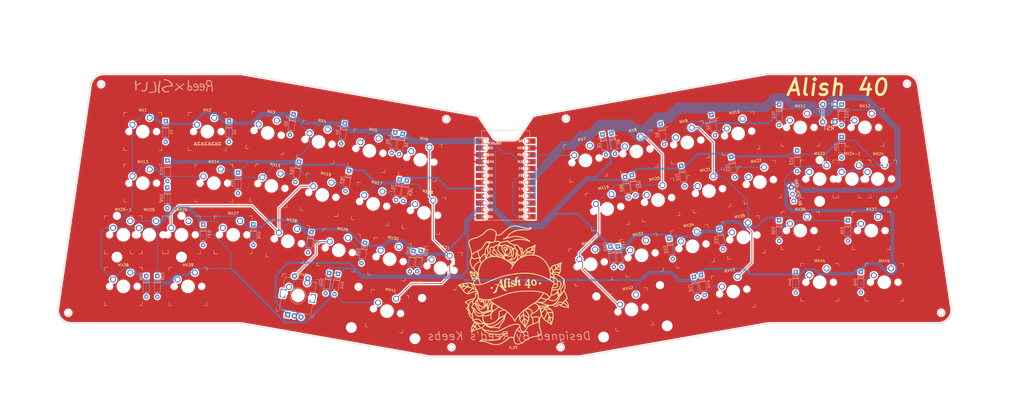
<source format=kicad_pcb>
(kicad_pcb (version 20211014) (generator pcbnew)
  (layers (0 "F.Cu" signal) (31 "B.Cu" signal) (34 "B.Paste" user) (35 "F.Paste" user) (36 "B.SilkS" user "B.Silkscreen") (37 "F.SilkS" user "F.Silkscreen") (38 "B.Mask" user) (39 "F.Mask" user) (44 "Edge.Cuts" user))
  (net 0 "")
  (net 1 "Net-(D1-Pad2)")
  (net 2 "Net-(D2-Pad2)")
  (net 3 "GND")
  (net 4 "ROW1")
  (net 5 "ROW2")
  (net 6 "ROW3")
  (net 7 "ROW4")
  (net 8 "ROW6")
  (net 9 "ROW5")
  (net 10 "ROW8")
  (net 11 "ROW7")
  (net 12 "COL2")
  (net 13 "ENCODER 1")
  (net 14 "ENCODER 2")
  (net 15 "RGB DIN")
  (net 16 "VCC")
  (net 17 "COL1")
  (net 18 "COL3")
  (net 19 "COL4")
  (net 20 "COL5")
  (net 21 "COL6")
  (net 22 "Net-(D3-Pad2)")
  (net 23 "Net-(D4-Pad2)")
  (net 24 "Net-(D5-Pad2)")
  (net 25 "Net-(D6-Pad2)")
  (net 26 "Net-(D7-Pad2)")
  (net 27 "Net-(D8-Pad2)")
  (net 28 "Net-(D9-Pad2)")
  (net 29 "Net-(D10-Pad2)")
  (net 30 "Net-(D11-Pad2)")
  (net 31 "Net-(D12-Pad2)")
  (net 32 "Net-(D13-Pad2)")
  (net 33 "Net-(D14-Pad2)")
  (net 34 "Net-(D15-Pad2)")
  (net 35 "Net-(D16-Pad2)")
  (net 36 "Net-(D17-Pad2)")
  (net 37 "Net-(D18-Pad2)")
  (net 38 "Net-(D19-Pad2)")
  (net 39 "Net-(D20-Pad2)")
  (net 40 "Net-(D21-Pad2)")
  (net 41 "Net-(D22-Pad2)")
  (net 42 "Net-(D23-Pad2)")
  (net 43 "Net-(D24-Pad2)")
  (net 44 "Net-(D25-Pad2)")
  (net 45 "Net-(D26-Pad2)")
  (net 46 "Net-(D27-Pad2)")
  (net 47 "Net-(D28-Pad2)")
  (net 48 "Net-(D29-Pad2)")
  (net 49 "Net-(D30-Pad2)")
  (net 50 "Net-(D31-Pad2)")
  (net 51 "Net-(D32-Pad2)")
  (net 52 "Net-(D33-Pad2)")
  (net 53 "Net-(D34-Pad2)")
  (net 54 "Net-(D35-Pad2)")
  (net 55 "Net-(D36-Pad2)")
  (net 56 "Net-(D38-Pad2)")
  (net 57 "Net-(D39-Pad2)")
  (net 58 "Net-(D40-Pad2)")
  (net 59 "Net-(D41-Pad2)")
  (net 60 "Net-(D42-Pad2)")
  (net 61 "Net-(D43-Pad2)")
  (net 62 "Net-(D44-Pad2)")
  (net 63 "Net-(D45-Pad2)")
  (net 66 "RST")
  (net 67 "Net-(MX26-Pad1)")
  (footprint "ReedsKeebs:1U MX" (layer "F.Cu") (at 308.208825 122.876886 10)
    (fp_text reference "MX35")
    (fp_text value "KEYSW")
  )
  (footprint "ReedsKeebs:1U MX" (layer "F.Cu") (at 289.448236 126.184884 10)
    (fp_text reference "MX34")
    (fp_text value "KEYSW")
  )
  (footprint "ReedsKeebs:1.25U MX" (layer "F.Cu") (at 80.545231 141.336596)
    (fp_text reference "MX38")
    (fp_text value "KEYSW")
  )
  (footprint "ReedsKeebs:1U MX" (layer "F.Cu") (at 113.882731 103.236597)
    (fp_text reference "MX14")
    (fp_text value "KEYSW")
  )
  (footprint "ReedsKeebs:1U MX" (layer "F.Cu") (at 192.235694 114.705828 -10)
    (fp_text reference "MX18")
    (fp_text value "KEYSW")
  )
  (footprint "ReedsKeebs:1.25U MX" (layer "F.Cu") (at 104.357731 141.336595)
    (fp_text reference "MX39")
    (fp_text value "KEYSW")
  )
  (footprint "ReedsKeebs:1U MX" (layer "F.Cu") (at 251.927062 132.800881 10)
    (fp_text reference "MX32")
    (fp_text value "KEYSW")
  )
  (footprint "ReedsKeebs:1U MX" (layer "F.Cu") (at 135.95393 104.781836 -10)
    (fp_text reference "MX15")
    (fp_text value "KEYSW")
  )
  (footprint "ReedsKeebs:1U MX" (layer "F.Cu") (at 330.10625 120.749998)
    (fp_text reference "MX36")
    (fp_text value "KEYSW")
  )
  (footprint "ReedsKeebs:1U MX" (layer "F.Cu") (at 142.026392 125.196453 -10)
    (fp_text reference "MX28")
    (fp_text value "KEYSW")
  )
  (footprint "ReedsKeebs:1U MX" (layer "F.Cu") (at 154.714521 108.089834 -10)
    (fp_text reference "MX16")
    (fp_text value "KEYSW")
  )
  (footprint "ReedsKeebs:1.25U MX" (layer "F.Cu") (at 361.062501 139.799999)
    (fp_text reference "MX45")
    (fp_text value "KEYSW")
  )
  (footprint "ReedsKeebs:1U MX" (layer "F.Cu") (at 153.332371 88.502249 -10)
    (fp_text reference "MX4")
    (fp_text value "KEYSW")
  )
  (footprint "ReedsKeebs:1U MX" (layer "F.Cu") (at 111.501 84.186597)
    (fp_text reference "MX2")
    (fp_text value "KEYSW")
  )
  (footprint "ReedsKeebs:1U MX" (layer "F.Cu") (at 257.999358 112.386292 10)
    (fp_text reference "MX19")
    (fp_text value "KEYSW")
  )
  (footprint "ReedsKeebs:1U MX" (layer "F.Cu") (at 306.282976 84.528711 10)
    (fp_text reference "MX10")
    (fp_text value "KEYSW")
  )
  (footprint "ReedsKeebs:1U MX" (layer "F.Cu") (at 337.25 101.7)
    (fp_text reference "MX23")
    (fp_text value "KEYSW")
  )
  (footprint "ReedsKeebs:1.25U MX" (layer "F.Cu") (at 337.249999 139.8)
    (fp_text reference "MX44")
    (fp_text value "KEYSW")
  )
  (footprint "ReedsKeebs:1U MX" (layer "F.Cu") (at 250.001212 94.452705 10)
    (fp_text reference "MX7")
    (fp_text value "KEYSW")
  )
  (footprint "ReedsKeebs:1U MX" (layer "F.Cu") (at 198.308159 135.120446 -10)
    (fp_text reference "MX31")
    (fp_text value "KEYSW")
  )
  (footprint "ReedsKeebs:1U MX" (layer "F.Cu") (at 276.759945 109.078295 10)
    (fp_text reference "MX20")
    (fp_text value "KEYSW")
  )
  (footprint "Keebio-Parts:Elite-C-castellated-24pin-holes" (layer "F.Cu") (at 218.97 106.740687 -90)
    (fp_text reference "U1" hide)
    (fp_text value "ProMicro" hide)
  )
  (footprint "ReedsKeebs:2.25U MX" (layer "F.Cu") (at 90.07023 122.286596)
    (fp_text reference "MX25")
    (fp_text value "KEYSW")
  )
  (footprint "ReedsKeebs:1U MX" (layer "F.Cu") (at 190.853545 95.118243 -10)
    (fp_text reference "MX6")
    (fp_text value "KEYSW")
  )
  (footprint "ReedsKeebs:1U MX" (layer "F.Cu") (at 160.786987 128.504451 -10)
    (fp_text reference "MX29")
    (fp_text value "KEYSW")
  )
  (footprint "ReedsKeebs:1U MX" (layer "F.Cu") (at 314.28112 102.462298 10)
    (fp_text reference "MX22")
    (fp_text value "KEYSW")
  )
  (footprint "ReedsKeebs:1U MX" (layer "F.Cu") (at 270.687649 129.492882 10)
    (fp_text reference "MX33")
    (fp_text value "KEYSW")
  )
  (footprint "ReedsKeebs:1U MX" (layer "F.Cu") (at 172.092957 91.810242 -10)
    (fp_text reference "MX5")
    (fp_text value "KEYSW")
  )
  (footprint "ReedsKeebs:1U MX" (layer "F.Cu") (at 295.520535 105.770297 10)
    (fp_text reference "MX21")
    (fp_text value "KEYSW")
  )
  (footprint "ReedsKeebs:1U MX" (layer "F.Cu") (at 134.57178 85.194249 -10)
    (fp_text reference "MX3")
    (fp_text value "KEYSW")
  )
  (footprint "ReedsKeebs:1U MX" (layer "F.Cu") (at 173.475103 111.397831 -10)
    (fp_text reference "MX17")
    (fp_text value "KEYSW")
  )
  (footprint "ReedsKeebs:1U MX" (layer "F.Cu") (at 268.761802 91.144706 10)
    (fp_text reference "MX8")
    (fp_text value "KEYSW")
  )
  (footprint "Keebio-Parts:RotaryEncoder_EC11" (layer "F.Cu") (at 142.337041 149.911339 80)
    (fp_text reference "E1")
    (fp_text value "RotaryEncoder_Switch")
  )
  (footprint "ReedsKeebs:1U MX" (layer "F.Cu") (at 287.52239 87.836709 10)
    (fp_text reference "MX9")
    (fp_text value "KEYSW")
  )
  (footprint "ReedsKeebs:1.5U MX" (layer "F.Cu") (at 87.688981 84.186597)
    (fp_text reference "MX1")
    (fp_text value "KEYSW")
  )
  (footprint "ReedsKeebs:1.25U MX" (layer "F.Cu") (at 304.481601 142.877973 10)
    (fp_text reference "MX43")
    (fp_text value "KEYSW")
  )
  (footprint "ReedsKeebs:2.25U MX" (layer "F.Cu") (at 178.584649 150.986538 -10)
    (fp_text reference "MX41")
    (fp_text value "KEYSW")
  )
  (footprint "ReedsKeebs:1.25U MX" (layer "F.Cu") (at 80.545231 122.286596)
    (fp_text reference "MX25-1")
    (fp_text value "KEYSW")
  )
  (footprint "ReedsKeebs:SW_Cherry_MX_2.75u_PCB" (layer "F.Cu") (at 266.960426 149.493968 10)
    (fp_text reference "MX42")
    (fp_text value "KEYSW")
  )
  (footprint "ReedsKeebs:1U MX" (layer "F.Cu") (at 101.976481 122.286597)
    (fp_text reference "MX26")
    (fp_text value "KEYSW")
  )
  (footprint "ReedsKeebs:1.5U MX" (layer "F.Cu") (at 353.918751 82.649999)
    (fp_text reference "MX12")
    (fp_text value "KEYSW")
  )
  (footprint "ReedsKeebs:1.25U MX" (layer "F.Cu") (at 145.753622 145.197539 -10)
    (fp_text reference "MX40")
    (fp_text value "KEYSW")
  )
  (footprint "ReedsKeebs:2.25U MX" (layer "F.Cu") (at 349.15625 101.7)
    (fp_text reference "MX24-1")
    (fp_text value "KEYSW")
  )
  (footprint "LOGO" (layer "F.Cu") (at 221.33154 146)
    (fp_text reference "G***" hide)
    (fp_text value "LOGO" hide)
  )
  (footprint "ReedsKeebs:1U MX" (layer "F.Cu") (at 330.106252 82.650002)
    (fp_text reference "MX11")
    (fp_text value "KEYSW")
  )
  (footprint "ReedsKeebs:1U MX" (layer "F.Cu") (at 358.681249 101.700001)
    (fp_text reference "MX24")
    (fp_text value "KEYSW")
  )
  (footprint "ReedsKeebs:1U MX" (layer "F.Cu") (at 179.547571 131.812449 -10)
    (fp_text reference "MX30")
    (fp_text value "KEYSW")
  )
  (footprint "ReedsKeebs:1.75U MX" (layer "F.Cu") (at 87.688981 103.236597)
    (fp_text reference "MX13")
    (fp_text value "KEYSW")
  )
  (footprint "ReedsKeebs:1.75U MX" (layer "F.Cu") (at 356.3 120.750001)
    (fp_text reference "MX37")
    (fp_text value "KEYSW")
  )
  (footprint "ReedsKeebs:1U MX" (layer "F.Cu") (at 121.026481 122.286599)
    (fp_text reference "MX27")
    (fp_text value "KEYSW")
  )
  (footprint "alish:clean_diode" (layer "B.Cu") (at 153.87 141.47 -100)
    (fp_text reference "D40")
    (fp_text value "1N4148")
  )
  (footprint "alish:clean_diode" (layer "B.Cu") (at 94.24 99.97 -90)
    (fp_text reference "D13")
    (fp_text value "1N4148")
  )
  (footprint "alish:clean_diode" (layer "B.Cu") (at 254.63 90.3 -80)
    (fp_text reference "D7")
    (fp_text value "1N4148")
  )
  (footprint "alish:clean_diode" (layer "B.Cu") (at 94.2 109.9 -90)
    (fp_text reference "D25")
    (fp_text value "1N4148")
  )
  (footprint "alish:clean_diode" (layer "B.Cu") (at 276.068401 86.437883 -80)
    (fp_text reference "D9")
    (fp_text value "1N4148")
  )
  (footprint "alish:clean_diode" (layer "B.Cu") (at 125.91 123.556599 -90)
    (fp_text reference "D26")
    (fp_text value "1N4148")
  )
  (footprint "alish:clean_diode" (layer "B.Cu") (at 326.4 96.3 -90)
    (fp_text reference "D23")
    (fp_text value "1N4148")
  )
  (footprint "alish:clean_diode" (layer "B.Cu") (at 178.2216 89.617883 -100)
    (fp_text reference "D5")
    (fp_text value "1N4148")
  )
  (footprint "LOGO" (layer "B.Cu") (at 104.09 72.81 180)
    (fp_text reference "G***" hide)
    (fp_text value "LOGO" hide)
  )
  (footprint "alish:clean_diode" (layer "B.Cu") (at 345.12 122.020001 -90)
    (fp_text reference "D36")
    (fp_text value "1N4148")
  )
  (footprint "alish:clean_diode" (layer "B.Cu") (at 142.7816 100.417883 -100)
    (fp_text reference "D15")
    (fp_text value "1N4148")
  )
  (footprint "alish:clean_diode" (layer "B.Cu") (at 179.8716 106.987883 -100)
    (fp_text reference "D17")
    (fp_text value "1N4148")
  )
  (footprint "alish:clean_diode" (layer "B.Cu") (at 93.58 85.456597 -90)
    (fp_text reference "D1")
    (fp_text value "1N4148")
  )
  (footprint "MWMX_art:silly2" (layer "B.Cu") (at 88.9 72.6 180)
    (fp_text reference "G***" hide)
    (fp_text value "LOGO" hide)
  )
  (footprint "alish:clean_diode" (layer "B.Cu") (at 297.768401 125.157883 -80)
    (fp_text reference "D34")
    (fp_text value "1N4148")
  )
  (footprint "alish:clean_diode" (layer "B.Cu") (at 182.4816 107.347883 -100)
    (fp_text reference "D18")
    (fp_text value "1N4148")
  )
  (footprint "alish:clean_diode" (layer "B.Cu") (at 325.9 141.07 -90)
    (fp_text reference "D44")
    (fp_text value "1N4148")
  )
  (footprint "Button_Switch_THT:SW_PUSH_6mm" (layer "B.Cu") (at 340.38 85.73 90)
    (fp_text reference "SW1" hide)
    (fp_text value "SW_SPST")
  )
  (footprint "alish:clean_diode" (layer "B.Cu") (at 288.375 142.9 -80)
    (fp_text reference "D42")
    (fp_text value "1N4148")
  )
  (footprint "alish:clean_diode" (layer "B.Cu") (at 342.8 79.28 -90)
    (fp_text reference "D12")
    (fp_text value "1N4148")
  )
  (footprint "alish:clean_diode" (layer "B.Cu") (at 120.27 104.43 -90)
    (fp_text reference "D14")
    (fp_text value "1N4148")
  )
  (footprint "alish:clean_diode" (layer "B.Cu") (at 279.218401 128.787883 -80)
    (fp_text reference "D33")
    (fp_text value "1N4148")
  )
  (footprint "alish:clean_diode" (layer "B.Cu") (at 342.79 91.23 -90)
    (fp_text reference "D24")
    (fp_text value "1N4148")
  )
  (footprint "alish:clean_diode" (layer "B.Cu") (at 107.41 123.556597 -90)
    (fp_text reference "D37")
    (fp_text value "1N4148")
  )
  (footprint "alish:clean_diode" (layer "B.Cu") (at 290.95 142.225 -80)
    (fp_text reference "D43")
    (fp_text value "1N4148")
  )
  (footprint "alish:clean_diode" (layer "B.Cu") (at 283.64 101.9 -80)
    (fp_text reference "D21")
    (fp_text value "1N4148")
  )
  (footprint "alish:clean_diode" (layer "B.Cu") (at 319.8 79.26 -90)
    (fp_text reference "D11")
    (fp_text value "1N4148")
  )
  (footprint "alish:clean_diode" (layer "B.Cu") (at 319.78 122.019998 -90)
    (fp_text reference "D35")
    (fp_text value "1N4148")
  )
  (footprint "alish:clean_diode" (layer "B.Cu") (at 180.9716 90.117883 -100)
    (fp_text reference "D6")
    (fp_text value "1N4148")
  )
  (footprint "alish:clean_diode" (layer "B.Cu") (at 157.1416 141.787883 -100)
    (fp_text reference "D41")
    (fp_text value "1N4148")
  )
  (footprint "alish:clean_diode" (layer "B.Cu") (at 116.95 85.456597 -90)
    (fp_text reference "D2")
    (fp_text value "1N4148")
  )
  (footprint "alish:clean_diode" (layer "B.Cu") (at 349.91 141.069999 -90)
    (fp_text reference "D45")
    (fp_text value "1N4148")
  )
  (footprint "Connector_PinHeader_2.54mm:PinHeader_1x03_P2.54mm_Vertical" (layer "B.Cu") (at 324.26 109.88 -170)
    (fp_text reference "J1" hide)
    (fp_text value "Conn_01x03")
  )
  (footprint "alish:clean_diode" (layer "B.Cu") (at 260.278401 131.667883 -80)
    (fp_text reference "D32")
    (fp_text value "1N4148")
  )
  (footprint "alish:clean_diode" (layer "B.Cu") (at 294.811448 83.130483 -80)
    (fp_text reference "D10")
    (fp_text value "1N4148")
  )
  (footprint "alish:clean_diode" (layer "B.Cu") (at 159.6316 86.197883 -100)
    (fp_text reference "D4")
    (fp_text value "1N4148")
  )
  (footprint "alish:clean_diode" (layer "B.Cu") (at 257.94 89.93 -80)
    (fp_text reference "D8")
    (fp_text value "1N4148")
  )
  (footprint "alish:clean_diode" (layer "B.Cu") (at 184.95 133.38 -100)
    (fp_text reference "D29")
    (fp_text value "1N4148")
  )
  (footprint "alish:clean_diode" (layer "B.Cu") (at 161.2116 103.797883 -100)
    (fp_text reference "D16")
    (fp_text value "1N4148")
  )
  (footprint "alish:clean_diode" (layer "B.Cu") (at 262.95 106.05 -80)
    (fp_text reference "D19")
    (fp_text value "1N4148")
  )
  (footprint "alish:clean_diode" (layer "B.Cu") (at 90.525 142.606595 -90)
    (fp_text reference "D39")
    (fp_text value "1N4148")
  )
  (footprint "alish:clean_diode" (layer "B.Cu") (at 167.12 130.347883 -100)
    (fp_text reference "D28")
    (fp_text value "1N4148")
  )
  (footprint "alish:clean_diode" (layer "B.Cu") (at 86.475 142.606596 -90)
    (fp_text reference "D38")
    (fp_text value "1N4148")
  )
  (footprint "alish:clean_diode" (layer "B.Cu") (at 187.6616 133.347883 -100)
    (fp_text reference "D30")
    (fp_text value "1N4148")
  )
  (footprint "alish:clean_diode" (layer "B.Cu") (at 257.538401 131.717883 -80)
    (fp_text reference "D31")
    (fp_text value "1N4148")
  )
  (footprint "alish:clean_diode" (layer "B.Cu") (at 302.11 98.64 -80)
    (fp_text reference "D22")
    (fp_text value "1N4148")
  )
  (footprint "alish:clean_diode" (layer "B.Cu") (at 265.48 105.33 -80)
    (fp_text reference "D20")
    (fp_text value "1N4148")
  )
  (footprint "alish:clean_diode" (layer "B.Cu") (at 147.3816 126.367883 -100)
    (fp_text reference "D27")
    (fp_text value "1N4148")
  )
  (footprint "alish:clean_diode" (layer "B.Cu") (at 140.7516 82.937883 -100)
    (fp_text reference "D3")
    (fp_text value "1N4148")
  )
  (gr_line locked (start 56.774369 156.68942) (end 56.793588 156.720389) (layer "Edge.Cuts") (width 0.2))
  (gr_line locked (start 240.051223 168.257569) (end 240.072544 168.28713) (layer "Edge.Cuts") (width 0.2))
  (gr_line locked (start 199.358301 169.87071) (end 199.39224 169.857422) (layer "Edge.Cuts") (width 0.2))
  (gr_line locked (start 56.682589 156.49135) (end 56.694988 156.525623) (layer "Edge.Cuts") (width 0.2))
  (gr_line locked (start 199.00164 169.93644) (end 199.038076 169.935491) (layer "Edge.Cuts") (width 0.2))
  (gr_line locked (start 215.463263 92.348541) (end 215.528719 92.365504) (layer "Edge.Cuts") (width 0.2))
  (gr_line locked (start 56.793588 156.720389) (end 56.81387 156.750672) (layer "Edge.Cuts") (width 0.2))
  (gr_line locked (start 241.868601 85.263182) (end 241.895145 85.238205) (layer "Edge.Cuts") (width 0.2))
  (gr_line locked (start 242.073252 85.008508) (end 242.090833 84.976581) (layer "Edge.Cuts") (width 0.2))
  (gr_line locked (start 380.438256 156.644341) (end 380.454718 156.611823) (layer "Edge.Cuts") (width 0.2))
  (gr_line locked (start 367.328997 70.651839) (end 367.295058 70.638551) (layer "Edge.Cuts") (width 0.2))
  (gr_line locked (start 70.830987 71.556894) (end 70.821605 71.521675) (layer "Edge.Cuts") (width 0.2))
  (gr_line locked (start 70.839141 72.026655) (end 70.846058 71.99087) (layer "Edge.Cuts") (width 0.2))
  (gr_line locked (start 68.844397 71.401413) (end 68.830815 71.435236) (layer "Edge.Cuts") (width 0.2))
  (gr_line locked (start 242.014015 85.100363) (end 242.03482 85.070436) (layer "Edge.Cuts") (width 0.2))
  (gr_line locked (start 214.457366 91.696994) (end 214.501371 91.748332) (layer "Edge.Cuts") (width 0.2))
  (gr_line locked (start 239.346706 167.845363) (end 239.382757 167.850721) (layer "Edge.Cuts") (width 0.2))
  (gr_line locked (start 239.593206 169.864213) (end 239.559042 169.87691) (layer "Edge.Cuts") (width 0.2))
  (gr_line locked (start 208.48233 83.366659) (end 208.543447 83.394439) (layer "Edge.Cuts") (width 0.2))
  (gr_line locked (start 70.143228 72.805869) (end 70.177607 72.793767) (layer "Edge.Cuts") (width 0.2))
  (gr_line locked (start 56.81387 156.750672) (end 56.835191 156.780233) (layer "Edge.Cuts") (width 0.2))
  (gr_line locked (start 241.171522 83.43618) (end 241.135076 83.436496) (layer "Edge.Cuts") (width 0.2))
  (gr_line locked (start 365.89207 71.459425) (end 365.887026 71.495522) (layer "Edge.Cuts") (width 0.2))
  (gr_line locked (start 378.845042 156.966645) (end 378.87365 156.989228) (layer "Edge.Cuts") (width 0.2))
  (gr_line locked (start 241.920805 83.75996) (end 241.895145 83.734077) (layer "Edge.Cuts") (width 0.2))
  (gr_line locked (start 238.531609 168.085396) (end 238.559821 168.06232) (layer "Edge.Cuts") (width 0.2))
  (gr_line locked (start 57.887606 160.018635) (end 57.719837 159.986741) (layer "Edge.Cuts") (width 0.2))
  (gr_line locked (start 57.099305 155.273875) (end 57.069199 155.294419) (layer "Edge.Cuts") (width 0.2))
  (gr_line locked (start 68.859144 72.25099) (end 68.87504 72.283789) (layer "Edge.Cuts") (width 0.2))
  (gr_line locked (start 241.59558 83.529655) (end 241.562122 83.515198) (layer "Edge.Cuts") (width 0.2))
  (gr_line locked (start 240.203825 168.546452) (end 240.215028 168.581135) (layer "Edge.Cuts") (width 0.2))
  (gr_line locked (start 197.745302 85.482785) (end 197.772696 85.458744) (layer "Edge.Cuts") (width 0.2))
  (gr_line locked (start 198.072757 169.392959) (end 198.09089 169.424576) (layer "Edge.Cuts") (width 0.2))
  (gr_line locked (start 199.39224 167.915536) (end 199.358301 167.902248) (layer "Edge.Cuts") (width 0.2))
  (gr_line locked (start 241.316759 83.447547) (end 241.28062 83.442816) (layer "Edge.Cuts") (width 0.2))
  (gr_line locked (start 214.85424 92.062171) (end 214.910363 92.099885) (layer "Edge.Cuts") (width 0.2))
  (gr_line locked (start 70.846058 71.99087) (end 70.851728 71.954866) (layer "Edge.Cuts") (width 0.2))
  (gr_line locked (start 57.432219 157.172629) (end 57.467812 157.180475) (layer "Edge.Cuts") (width 0.2))
  (gr_line locked (start 379.40975 155.108682) (end 379.373534 155.112785) (layer "Edge.Cuts") (width 0.2))
  (gr_line locked (start 240.279991 85.055207) (end 240.300273 85.08549) (layer "Edge.Cuts") (width 0.2))
  (gr_line locked (start 196.295621 85.39461) (end 196.320828 85.420935) (layer "Edge.Cuts") (width 0.2))
  (gr_line locked (start 70.684244 71.225241) (end 70.66344 71.195314) (layer "Edge.Cuts") (width 0.2))
  (gr_line locked (start 221.942362 92.421257) (end 222.009969 92.420114) (layer "Edge.Cuts") (width 0.2))
  (gr_line locked (start 53.748879 155.430682) (end 53.7402 155.260129) (layer "Edge.Cuts") (width 0.2))
  (gr_line locked (start 380.9492 159.42335) (end 380.796562 159.50796) (layer "Edge.Cuts") (width 0.2))
  (gr_line locked (start 68.830815 71.435236) (end 68.818415 71.469509) (layer "Edge.Cuts") (width 0.2))
  (gr_line locked (start 56.652624 156.386239) (end 56.661394 156.421615) (layer "Edge.Cuts") (width 0.2))
  (gr_line locked (start 58.20626 157.057597) (end 58.237394 157.038647) (layer "Edge.Cuts") (width 0.2))
  (gr_line locked (start 238.318243 168.332814) (end 238.337996 168.302184) (layer "Edge.Cuts") (width 0.2))
  (gr_line locked (start 383.400583 155.78922) (end 383.373272 155.961589) (layer "Edge.Cuts") (width 0.2))
  (gr_line locked (start 381.79483 158.808959) (end 381.663118 158.923454) (layer "Edge.Cuts") (width 0.2))
  (gr_line locked (start 58.568171 156.704988) (end 58.586849 156.67369) (layer "Edge.Cuts") (width 0.2))
  (gr_line locked (start 121.931479 68.020558) (end 208.033347 83.231528) (layer "Edge.Cuts") (width 0.2))
  (gr_line locked (start 57.972622 157.158557) (end 58.007401 157.147655) (layer "Edge.Cuts") (width 0.2))
  (gr_line locked (start 366.067148 71.023433) (end 366.046866 71.053716) (layer "Edge.Cuts") (width 0.2))
  (gr_line locked (start 242.161581 84.808875) (end 242.17218 84.774002) (layer "Edge.Cuts") (width 0.2))
  (gr_line locked (start 365.961848 72.030905) (end 365.976595 72.064235) (layer "Edge.Cuts") (width 0.2))
  (gr_line locked (start 240.442839 85.250809) (end 240.469812 85.275322) (layer "Edge.Cuts") (width 0.2))
  (gr_line locked (start 56.652624 155.916407) (end 56.645087 155.952067) (layer "Edge.Cuts") (width 0.2))
  (gr_line locked (start 58.703315 156.368441) (end 58.710231 156.332656) (layer "Edge.Cuts") (width 0.2))
  (gr_line locked (start 56.70857 156.559446) (end 56.723317 156.592777) (layer "Edge.Cuts") (width 0.2))
  (gr_line locked (start 378.903025 155.296998) (end 378.87365 155.318574) (layer "Edge.Cuts") (width 0.2))
  (gr_line locked (start 241.868601 83.709099) (end 241.841207 83.685057) (layer "Edge.Cuts") (width 0.2))
  (gr_line locked (start 371.056477 72.026589) (end 371.085036 72.19772) (layer "Edge.Cuts") (width 0.2))
  (gr_line locked (start 200.032422 168.74115) (end 200.026752 168.705146) (layer "Edge.Cuts") (width 0.2))
  (gr_line locked (start 199.952737 169.311332) (end 199.966903 169.27775) (layer "Edge.Cuts") (width 0.2))
  (gr_line locked (start 366.685497 72.644088) (end 366.72109 72.651934) (layer "Edge.Cuts") (width 0.2))
  (gr_line locked (start 379.127033 155.176167) (end 379.09333 155.190042) (layer "Edge.Cuts") (width 0.2))
  (gr_line locked (start 240.258983 168.941129) (end 240.256455 168.977488) (layer "Edge.Cuts") (width 0.2))
  (gr_line locked (start 70.403679 72.676843) (end 70.433424 72.655779) (layer "Edge.Cuts") (width 0.2))
  (gr_line locked (start 365.89207 71.786138) (end 365.898365 71.822038) (layer "Edge.Cuts") (width 0.2))
  (gr_line locked (start 238.170512 168.74115) (end 238.176183 168.705146) (layer "Edge.Cuts") (width 0.2))
  (gr_line locked (start 215.997657 92.421257) (end 221.942362 92.421257) (layer "Edge.Cuts") (width 0.2))
  (gr_line locked (start 70.78621 72.200807) (end 70.799203 72.166754) (layer "Edge.Cuts") (width 0.2))
  (gr_line locked (start 238.162936 168.813639) (end 238.166095 168.777328) (layer "Edge.Cuts") (width 0.2))
  (gr_line locked (start 241.28062 85.529465) (end 241.316759 85.524734) (layer "Edge.Cuts") (width 0.2))
  (gr_line locked (start 199.289142 167.879245) (end 199.254005 167.869558) (layer "Edge.Cuts") (width 0.2))
  (gr_line locked (start 197.256807 85.714313) (end 197.292531 85.707086) (layer "Edge.Cuts") (width 0.2))
  (gr_line locked (start 57.259504 155.187463) (end 57.226303 155.202499) (layer "Edge.Cuts") (width 0.2))
  (gr_line locked (start 65.911195 71.847021) (end 65.952179 71.679047) (layer "Edge.Cuts") (width 0.2))
  (gr_line locked (start 240.028889 169.544192) (end 240.005568 169.572203) (layer "Edge.Cuts") (width 0.2))
  (gr_line locked (start 240.005568 169.572203) (end 239.98129 169.599387) (layer "Edge.Cuts") (width 0.2))
  (gr_line locked (start 378.933131 157.031349) (end 378.963932 157.050836) (layer "Edge.Cuts") (width 0.2))
  (gr_line locked (start 196.930206 85.722818) (end 196.966421 85.726921) (layer "Edge.Cuts") (width 0.2))
  (gr_line locked (start 239.846589 169.721806) (end 239.817215 169.743383) (layer "Edge.Cuts") (width 0.2))
  (gr_line locked (start 366.756934 70.587023) (end 366.72109 70.593629) (layer "Edge.Cuts") (width 0.2))
  (gr_line locked (start 365.961848 71.214658) (end 365.948266 71.248481) (layer "Edge.Cuts") (width 0.2))
  (gr_line locked (start 241.171522 85.536101) (end 241.207958 85.535152) (layer "Edge.Cuts") (width 0.2))
  (gr_line locked (start 197.688095 83.835459) (end 197.65835 83.814396) (layer "Edge.Cuts") (width 0.2))
  (gr_line locked (start 56.286255 159.449352) (end 56.138861 159.363104) (layer "Edge.Cuts") (width 0.2))
  (gr_line locked (start 238.531609 169.687562) (end 238.504215 169.663521) (layer "Edge.Cuts") (width 0.2))
  (gr_line locked (start 242.202304 84.63147) (end 242.206722 84.595291) (layer "Edge.Cuts") (width 0.2))
  (gr_line locked (start 238.680154 169.792753) (end 238.64902 169.773804) (layer "Edge.Cuts") (width 0.2))
  (gr_line locked (start 68.807213 71.504193) (end 68.79722 71.539244) (layer "Edge.Cuts") (width 0.2))
  (gr_line locked (start 56.983409 156.940504) (end 57.011216 156.964066) (layer "Edge.Cuts") (width 0.2))
  (gr_line locked (start 200.041895 168.850037) (end 200.039998 168.813639) (layer "Edge.Cuts") (width 0.2))
  (gr_line locked (start 367.047495 70.579457) (end 367.011213 70.575983) (layer "Edge.Cuts") (width 0.2))
  (gr_line locked (start 223.565333 91.590002) (end 223.603914 91.534471) (layer "Edge.Cuts") (width 0.2))
  (gr_line locked (start 55.994498 159.271874) (end 55.853334 159.175767) (layer "Edge.Cuts") (width 0.2))
  (gr_line locked (start 209.137645 83.825889) (end 209.18298 83.875404) (layer "Edge.Cuts") (width 0.2))
  (gr_line locked (start 242.136786 84.877411) (end 242.149778 84.843358) (layer "Edge.Cuts") (width 0.2))
  (gr_line locked (start 200.041895 168.922921) (end 200.042528 168.886479) (layer "Edge.Cuts") (width 0.2))
  (gr_line locked (start 214.501371 91.748332) (end 214.547087 91.798154) (layer "Edge.Cuts") (width 0.2))
  (gr_line locked (start 58.354805 156.952406) (end 58.382199 156.928364) (layer "Edge.Cuts") (width 0.2))
  (gr_line locked (start 379.446086 155.105838) (end 379.40975 155.108682) (layer "Edge.Cuts") (width 0.2))
  (gr_line locked (start 214.59446 91.846402) (end 214.643437 91.893021) (layer "Edge.Cuts") (width 0.2))
  (gr_line locked (start 366.088469 72.251691) (end 366.110803 72.280495) (layer "Edge.Cuts") (width 0.2))
  (gr_line locked (start 242.090833 84.976581) (end 242.107295 84.944063) (layer "Edge.Cuts") (width 0.2))
  (gr_line locked (start 56.661394 155.88103) (end 56.652624 155.916407) (layer "Edge.Cuts") (width 0.2))
  (gr_line locked (start 240.848359 85.488075) (end 240.883323 85.498371) (layer "Edge.Cuts") (width 0.2))
  (gr_line locked (start 242.107295 84.944063) (end 242.122619 84.910993) (layer "Edge.Cuts") (width 0.2))
  (gr_line locked (start 380.316777 155.482082) (end 380.292975 155.45448) (layer "Edge.Cuts") (width 0.2))
  (gr_line locked (start 367.801695 72.207077) (end 367.821448 72.176446) (layer "Edge.Cuts") (width 0.2))
  (gr_line locked (start 379.230746 155.141671) (end 379.195783 155.151967) (layer "Edge.Cuts") (width 0.2))
  (gr_line locked (start 379.628043 155.110576) (end 379.591761 155.107102) (layer "Edge.Cuts") (width 0.2))
  (gr_line locked (start 379.806447 157.161135) (end 379.841226 157.150234) (layer "Edge.Cuts") (width 0.2))
  (gr_line locked (start 238.98438 167.861095) (end 239.020104 167.853868) (layer "Edge.Cuts") (width 0.2))
  (gr_line locked (start 241.352712 85.518751) (end 241.388436 85.511525) (layer "Edge.Cuts") (width 0.2))
  (gr_line locked (start 378.738949 156.866809) (end 378.764157 156.893135) (layer "Edge.Cuts") (width 0.2))
  (gr_line locked (start 199.18283 169.91909) (end 199.218554 169.911863) (layer "Edge.Cuts") (width 0.2))
  (gr_line locked (start 209.18298 83.875404) (end 209.226627 83.926412) (layer "Edge.Cuts") (width 0.2))
  (gr_line locked (start 70.46242 70.985377) (end 70.433424 70.963294) (layer "Edge.Cuts") (width 0.2))
  (gr_line locked (start 58.663376 156.50854) (end 58.675179 156.474057) (layer "Edge.Cuts") (width 0.2))
  (gr_line locked (start 56.671386 155.845979) (end 56.661394 155.88103) (layer "Edge.Cuts") (width 0.2))
  (gr_line locked (start 368.775422 68.686316) (end 368.921251 68.780314) (layer "Edge.Cuts") (width 0.2))
  (gr_line locked (start 199.254005 167.869558) (end 199.218554 167.861095) (layer "Edge.Cuts") (width 0.2))
  (gr_line locked (start 199.90337 168.364112) (end 199.884691 168.332814) (layer "Edge.Cuts") (width 0.2))
  (gr_line locked (start 365.898365 71.423525) (end 365.89207 71.459425) (layer "Edge.Cuts") (width 0.2))
  (gr_line locked (start 57.361957 155.149388) (end 57.327372 155.160892) (layer "Edge.Cuts") (width 0.2))
  (gr_line locked (start 197.950268 168.75922) (end 197.94648 168.79547) (layer "Edge.Cuts") (width 0.2))
  (gr_line locked (start 378.463785 156.062892) (end 378.461257 156.099252) (layer "Edge.Cuts") (width 0.2))
  (gr_line locked (start 378.647696 155.554552) (end 378.627414 155.584835) (layer "Edge.Cuts") (width 0.2))
  (gr_line locked (start 240.051223 169.515389) (end 240.028889 169.544192) (layer "Edge.Cuts") (width 0.2))
  (gr_line locked (start 240.555602 83.629237) (end 240.526227 83.650814) (layer "Edge.Cuts") (width 0.2))
  (gr_line locked (start 367.635476 70.84574) (end 367.608082 70.821698) (layer "Edge.Cuts") (width 0.2))
  (gr_line locked (start 381.245155 159.238412) (end 381.098791 159.333464) (layer "Edge.Cuts") (width 0.2))
  (gr_line locked (start 379.161198 155.16347) (end 379.127033 155.176167) (layer "Edge.Cuts") (width 0.2))
  (gr_line locked (start 239.201294 167.836519) (end 239.23774 167.836835) (layer "Edge.Cuts") (width 0.2))
  (gr_line locked (start 58.20626 155.245049) (end 58.174487 155.227191) (layer "Edge.Cuts") (width 0.2))
  (gr_line locked (start 197.91811 84.06748) (end 197.89628 84.038293) (layer "Edge.Cuts") (width 0.2))
  (gr_line locked (start 199.920951 168.396039) (end 199.90337 168.364112) (layer "Edge.Cuts") (width 0.2))
  (gr_line locked (start 238.176183 168.705146) (end 238.183099 168.66936) (layer "Edge.Cuts") (width 0.2))
  (gr_line locked (start 240.215028 169.191823) (end 240.203825 169.226506) (layer "Edge.Cuts") (width 0.2))
  (gr_line locked (start 70.641609 72.452945) (end 70.66344 72.423758) (layer "Edge.Cuts") (width 0.2))
  (gr_line locked (start 378.691351 155.496188) (end 378.669017 155.524991) (layer "Edge.Cuts") (width 0.2))
  (gr_line locked (start 199.966903 169.27775) (end 199.979896 169.243697) (layer "Edge.Cuts") (width 0.2))
  (gr_line locked (start 222.854094 92.201354) (end 222.913747 92.169517) (layer "Edge.Cuts") (width 0.2))
  (gr_line locked (start 58.725375 156.187765) (end 58.726008 156.151323) (layer "Edge.Cuts") (width 0.2))
  (gr_line locked (start 196.164867 84.143605) (end 196.146735 84.175222) (layer "Edge.Cuts") (width 0.2))
  (gr_line locked (start 240.112568 84.467917) (end 240.112568 84.504364) (layer "Edge.Cuts") (width 0.2))
  (gr_line locked (start 68.929415 72.378602) (end 68.949697 72.408885) (layer "Edge.Cuts") (width 0.2))
  (gr_line locked (start 366.352583 72.500229) (end 366.383384 72.519716) (layer "Edge.Cuts") (width 0.2))
  (gr_line locked (start 242.21241 84.486141) (end 242.211778 84.449699) (layer "Edge.Cuts") (width 0.2))
  (gr_line locked (start 198.576025 169.850338) (end 198.609728 169.864213) (layer "Edge.Cuts") (width 0.2))
  (gr_line locked (start 378.623773 160.090234) (end 378.44928 160.093289) (layer "Edge.Cuts") (width 0.2))
  (gr_line locked (start 208.543447 83.394439) (end 208.603596 83.424254) (layer "Edge.Cuts") (width 0.2))
  (gr_line locked (start 241.28062 83.442816) (end 241.244338 83.439342) (layer "Edge.Cuts") (width 0.2))
  (gr_line locked (start 66.397388 70.556708) (end 66.482694 70.406316) (layer "Edge.Cuts") (width 0.2))
  (gr_line locked (start 240.241327 169.085735) (end 240.23379 169.121395) (layer "Edge.Cuts") (width 0.2))
  (gr_line locked (start 70.403679 70.94223) (end 70.373221 70.922212) (layer "Edge.Cuts") (width 0.2))
  (gr_line locked (start 69.175651 70.974209) (end 69.147043 70.996793) (layer "Edge.Cuts") (width 0.2))
  (gr_line locked (start 366.83155 67.983391) (end 367.002938 68.010366) (layer "Edge.Cuts") (width 0.2))
  (gr_line locked (start 238.810694 169.857422) (end 238.777237 169.842964) (layer "Edge.Cuts") (width 0.2))
  (gr_line locked (start 69.711751 70.764317) (end 69.675535 70.76842) (layer "Edge.Cuts") (width 0.2))
  (gr_line locked (start 53.7402 155.260129) (end 53.73735 155.089379) (layer "Edge.Cuts") (width 0.2))
  (gr_line locked (start 69.205026 72.66644) (end 69.235132 72.686984) (layer "Edge.Cuts") (width 0.2))
  (gr_line locked (start 197.466217 83.710759) (end 197.432278 83.697471) (layer "Edge.Cuts") (width 0.2))
  (gr_line locked (start 65.998945 71.51259) (end 66.051439 71.34785) (layer "Edge.Cuts") (width 0.2))
  (gr_line locked (start 242.17218 84.774002) (end 242.181563 84.738783) (layer "Edge.Cuts") (width 0.2))
  (gr_line locked (start 196.099068 85.089825) (end 196.113815 85.123156) (layer "Edge.Cuts") (width 0.2))
  (gr_line locked (start 380.454718 156.611823) (end 380.470042 156.578754) (layer "Edge.Cuts") (width 0.2))
  (gr_line locked (start 57.61226 155.10326) (end 57.575924 155.106103) (layer "Edge.Cuts") (width 0.2))
  (gr_line locked (start 57.503656 157.187081) (end 57.539708 157.192439) (layer "Edge.Cuts") (width 0.2))
  (gr_line locked (start 68.79722 71.539244) (end 68.788451 71.57462) (layer "Edge.Cuts") (width 0.2))
  (gr_line locked (start 380.53714 155.936782) (end 380.528986 155.901259) (layer "Edge.Cuts") (width 0.2))
  (gr_line locked (start 70.570229 71.083356) (end 70.544569 71.057472) (layer "Edge.Cuts") (width 0.2))
  (gr_line locked (start 379.994317 159.848514) (end 379.827424 159.899543) (layer "Edge.Cuts") (width 0.2))
  (gr_line locked (start 229.001936 83.639457) (end 229.054737 83.598273) (layer "Edge.Cuts") (width 0.2))
  (gr_line locked (start 70.310313 70.885405) (end 70.27794 70.868661) (layer "Edge.Cuts") (width 0.2))
  (gr_line locked (start 378.87365 156.989228) (end 378.903025 157.010805) (layer "Edge.Cuts") (width 0.2))
  (gr_line locked (start 196.520604 85.578636) (end 196.552062 85.597042) (layer "Edge.Cuts") (width 0.2))
  (gr_line locked (start 368.319618 68.435444) (end 368.474425 68.513778) (layer "Edge.Cuts") (width 0.2))
  (gr_line locked (start 239.274153 167.838416) (end 239.31049 167.84126) (layer "Edge.Cuts") (width 0.2))
  (gr_line locked (start 196.584141 85.614346) (end 196.6168 85.630525) (layer "Edge.Cuts") (width 0.2))
  (gr_line locked (start 241.754255 83.618834) (end 241.723797 83.598816) (layer "Edge.Cuts") (width 0.2))
  (gr_line locked (start 58.109177 157.107808) (end 58.142113 157.092198) (layer "Edge.Cuts") (width 0.2))
  (gr_line locked (start 56.629959 156.242332) (end 56.633748 156.278582) (layer "Edge.Cuts") (width 0.2))
  (gr_line locked (start 199.218554 167.861095) (end 199.18283 167.853868) (layer "Edge.Cuts") (width 0.2))
  (gr_line locked (start 196.184086 85.250768) (end 196.204368 85.281051) (layer "Edge.Cuts") (width 0.2))
  (gr_line locked (start 241.660889 83.562009) (end 241.628515 83.545265) (layer "Edge.Cuts") (width 0.2))
  (gr_line locked (start 198.197366 168.200755) (end 198.174046 168.228766) (layer "Edge.Cuts") (width 0.2))
  (gr_line locked (start 196.584141 83.749058) (end 196.552062 83.766361) (layer "Edge.Cuts") (width 0.2))
  (gr_line locked (start 366.546485 72.600516) (end 366.58065 72.613212) (layer "Edge.Cuts") (width 0.2))
  (gr_line locked (start 208.887513 83.60261) (end 208.940482 83.643855) (layer "Edge.Cuts") (width 0.2))
  (gr_line locked (start 198.151712 168.257569) (end 198.130391 168.28713) (layer "Edge.Cuts") (width 0.2))
  (gr_line locked (start 367.916653 71.265564) (end 367.90366 71.231511) (layer "Edge.Cuts") (width 0.2))
  (gr_line locked (start 58.237394 155.263998) (end 58.20626 155.245049) (layer "Edge.Cuts") (width 0.2))
  (gr_line locked (start 378.516414 155.813874) (end 378.505212 155.848557) (layer "Edge.Cuts") (width 0.2))
  (gr_line locked (start 196.373907 85.470883) (end 196.401714 85.494446) (layer "Edge.Cuts") (width 0.2))
  (gr_line locked (start 378.99539 155.238561) (end 378.963932 155.256967) (layer "Edge.Cuts") (width 0.2))
  (gr_line locked (start 197.79924 85.433766) (end 197.8249 85.407882) (layer "Edge.Cuts") (width 0.2))
  (gr_line locked (start 383.339962 156.132901) (end 383.300695 156.302945) (layer "Edge.Cuts") (width 0.2))
  (gr_line locked (start 222.009969 92.420114) (end 222.0775 92.416686) (layer "Edge.Cuts") (width 0.2))
  (gr_line locked (start 57.130106 157.048257) (end 57.161565 157.066663) (layer "Edge.Cuts") (width 0.2))
  (gr_line locked (start 56.905124 155.438415) (end 56.880845 155.465599) (layer "Edge.Cuts") (width 0.2))
  (gr_line locked (start 379.145125 160.044597) (end 378.971907 160.065873) (layer "Edge.Cuts") (width 0.2))
  (gr_line locked (start 380.438256 155.663461) (end 380.420675 155.631534) (layer "Edge.Cuts") (width 0.2))
  (gr_line locked (start 238.299565 169.408846) (end 238.281984 169.376919) (layer "Edge.Cuts") (width 0.2))
  (gr_line locked (start 66.984204 69.703412) (end 67.098662 69.573819) (layer "Edge.Cuts") (width 0.2))
  (gr_line locked (start 69.675535 72.850652) (end 69.711751 72.854756) (layer "Edge.Cuts") (width 0.2))
  (gr_line locked (start 378.467574 156.281161) (end 378.472619 156.317257) (layer "Edge.Cuts") (width 0.2))
  (gr_line locked (start 69.463199 72.799967) (end 69.497784 72.811471) (layer "Edge.Cuts") (width 0.2))
  (gr_line locked (start 121.061273 67.944367) (end 121.207027 67.946469) (layer "Edge.Cuts") (width 0.2))
  (gr_line locked (start 196.113815 85.123156) (end 196.12971 85.155955) (layer "Edge.Cuts") (width 0.2))
  (gr_line locked (start 196.035585 84.482446) (end 196.02929 84.518346) (layer "Edge.Cuts") (width 0.2))
  (gr_line locked (start 54.464597 157.688178) (end 54.378408 157.540749) (layer "Edge.Cuts") (width 0.2))
  (gr_line locked (start 196.051891 84.411409) (end 196.043121 84.446786) (layer "Edge.Cuts") (width 0.2))
  (gr_line locked (start 238.265521 168.428557) (end 238.281984 168.396039) (layer "Edge.Cuts") (width 0.2))
  (gr_line locked (start 196.552062 85.597042) (end 196.584141 85.614346) (layer "Edge.Cuts") (width 0.2))
  (gr_line locked (start 229.583094 83.313058) (end 229.646497 83.291513) (layer "Edge.Cuts") (width 0.2))
  (gr_line locked (start 380.528986 156.406544) (end 380.53714 156.37102) (layer "Edge.Cuts") (width 0.2))
  (gr_line locked (start 56.81387 155.551974) (end 56.793588 155.582257) (layer "Edge.Cuts") (width 0.2))
  (gr_line locked (start 68.765786 71.718527) (end 68.763258 71.754887) (layer "Edge.Cuts") (width 0.2))
  (gr_line locked (start 240.112044 168.348382) (end 240.130177 168.379999) (layer "Edge.Cuts") (width 0.2))
  (gr_line locked (start 199.358301 167.902248) (end 199.323921 167.890147) (layer "Edge.Cuts") (width 0.2))
  (gr_line locked (start 380.482898 159.660951) (end 380.322253 159.729145) (layer "Edge.Cuts") (width 0.2))
  (gr_line locked (start 240.416733 85.225374) (end 240.442839 85.250809) (layer "Edge.Cuts") (width 0.2))
  (gr_line locked (start 198.510163 169.819123) (end 198.542823 169.835302) (layer "Edge.Cuts") (width 0.2))
  (gr_line locked (start 69.429034 72.787271) (end 69.463199 72.799967) (layer "Edge.Cuts") (width 0.2))
  (gr_line locked (start 239.092197 167.843154) (end 239.128478 167.83968) (layer "Edge.Cuts") (width 0.2))
  (gr_line locked (start 197.075617 83.631741) (end 197.039171 83.632058) (layer "Edge.Cuts") (width 0.2))
  (gr_line locked (start 365.99249 71.148529) (end 365.976595 71.181328) (layer "Edge.Cuts") (width 0.2))
  (gr_line locked (start 57.68512 155.101362) (end 57.648674 155.101679) (layer "Edge.Cuts") (width 0.2))
  (gr_line locked (start 240.918622 83.464834) (end 240.883323 83.47391) (layer "Edge.Cuts") (width 0.2))
  (gr_line locked (start 366.865538 70.574718) (end 366.829201 70.577562) (layer "Edge.Cuts") (width 0.2))
  (gr_line locked (start 57.039825 155.315996) (end 57.011216 155.338579) (layer "Edge.Cuts") (width 0.2))
  (gr_line locked (start 239.724849 169.80182) (end 239.692771 169.819123) (layer "Edge.Cuts") (width 0.2))
  (gr_line locked (start 70.856146 71.918687) (end 70.859305 71.882377) (layer "Edge.Cuts") (width 0.2))
  (gr_line locked (start 238.913792 167.879245) (end 238.948929 167.869558) (layer "Edge.Cuts") (width 0.2))
  (gr_line locked (start 56.436509 159.530515) (end 56.286255 159.449352) (layer "Edge.Cuts") (width 0.2))
  (gr_line locked (start 380.557304 156.226741) (end 380.559201 156.190343) (layer "Edge.Cuts") (width 0.2))
  (gr_line locked (start 240.848359 83.484206) (end 240.813775 83.49571) (layer "Edge.Cuts") (width 0.2))
  (gr_line locked (start 199.920951 169.376919) (end 199.937413 169.344401) (layer "Edge.Cuts") (width 0.2))
  (gr_line locked (start 208.033347 83.231528) (end 208.099252 83.244315) (layer "Edge.Cuts") (width 0.2))
  (gr_line locked (start 382.279392 158.307191) (end 382.164895 158.438901) (layer "Edge.Cuts") (width 0.2))
  (gr_line locked (start 238.170512 169.031809) (end 238.166095 168.99563) (layer "Edge.Cuts") (width 0.2))
  (gr_line locked (start 56.880845 156.837046) (end 56.905124 156.864231) (layer "Edge.Cuts") (width 0.2))
  (gr_line locked (start 379.518946 157.203862) (end 379.555381 157.202913) (layer "Edge.Cuts") (width 0.2))
  (gr_line locked (start 238.711927 167.962348) (end 238.744301 167.945604) (layer "Edge.Cuts") (width 0.2))
  (gr_line locked (start 200.011681 169.139122) (end 200.019835 169.103598) (layer "Edge.Cuts") (width 0.2))
  (gr_line locked (start 57.830356 155.112729) (end 57.794217 155.107998) (layer "Edge.Cuts") (width 0.2))
  (gr_line locked (start 69.603639 72.838689) (end 69.639483 72.845295) (layer "Edge.Cuts") (width 0.2))
  (gr_line locked (start 240.260772 83.948043) (end 240.24264 83.979661) (layer "Edge.Cuts") (width 0.2))
  (gr_line locked (start 198.29993 169.675661) (end 198.327737 169.699223) (layer "Edge.Cuts") (width 0.2))
  (gr_line locked (start 198.055733 168.412226) (end 198.039838 168.445025) (layer "Edge.Cuts") (width 0.2))
  (gr_line locked (start 58.225921 160.06515) (end 58.056367 160.044781) (layer "Edge.Cuts") (width 0.2))
  (gr_line locked (start 197.292531 85.707086) (end 197.327983 85.698623) (layer "Edge.Cuts") (width 0.2))
  (gr_line locked (start 196.6168 85.630525) (end 196.650002 85.645561) (layer "Edge.Cuts") (width 0.2))
  (gr_line locked (start 366.264494 70.810038) (end 366.236687 70.8336) (layer "Edge.Cuts") (width 0.2))
  (gr_line locked (start 197.958668 84.128037) (end 197.938915 84.097406) (layer "Edge.Cuts") (width 0.2))
  (gr_line locked (start 57.467812 157.180475) (end 57.503656 157.187081) (layer "Edge.Cuts") (width 0.2))
  (gr_line locked (start 215.528719 92.365504) (end 215.59471 92.380245) (layer "Edge.Cuts") (width 0.2))
  (gr_line locked (start 240.120151 84.358881) (end 240.116362 84.395131) (layer "Edge.Cuts") (width 0.2))
  (gr_line locked (start 240.260248 168.904703) (end 240.258983 168.941129) (layer "Edge.Cuts") (width 0.2))
  (gr_line locked (start 197.873449 84.009882) (end 197.849646 83.982281) (layer "Edge.Cuts") (width 0.2))
  (gr_line locked (start 214.693963 91.937958) (end 214.745978 91.981161) (layer "Edge.Cuts") (width 0.2))
  (gr_line locked (start 367.969179 71.477452) (end 367.963509 71.441448) (layer "Edge.Cuts") (width 0.2))
  (gr_line locked (start 380.07122 157.041226) (end 380.101678 157.021207) (layer "Edge.Cuts") (width 0.2))
  (gr_line locked (start 378.845042 155.341157) (end 378.817235 155.36472) (layer "Edge.Cuts") (width 0.2))
  (gr_line locked (start 380.160419 155.329742) (end 380.131423 155.307658) (layer "Edge.Cuts") (width 0.2))
  (gr_line locked (start 58.505782 156.794731) (end 58.527613 156.765545) (layer "Edge.Cuts") (width 0.2))
  (gr_line locked (start 197.943951 168.83183) (end 197.942686 168.868255) (layer "Edge.Cuts") (width 0.2))
  (gr_line locked (start 58.326593 155.327163) (end 58.297597 155.30508) (layer "Edge.Cuts") (width 0.2))
  (gr_line locked (start 68.77462 71.64618) (end 68.769575 71.682277) (layer "Edge.Cuts") (width 0.2))
  (gr_line locked (start 229.458629 83.362454) (end 229.520448 83.336714) (layer "Edge.Cuts") (width 0.2))
  (gr_line locked (start 315.487272 160.169058) (end 251.347326 171.457448) (layer "Edge.Cuts") (width 0.2))
  (gr_line locked (start 367.225899 72.630015) (end 367.260678 72.619114) (layer "Edge.Cuts") (width 0.2))
  (gr_line locked (start 380.470042 155.729049) (end 380.454718 155.695979) (layer "Edge.Cuts") (width 0.2))
  (gr_line locked (start 199.643113 169.710639) (end 199.671325 169.687562) (layer "Edge.Cuts") (width 0.2))
  (gr_line locked (start 199.822303 169.529888) (end 199.844133 169.500701) (layer "Edge.Cuts") (width 0.2))
  (gr_line locked (start 70.703998 71.255871) (end 70.684244 71.225241) (layer "Edge.Cuts") (width 0.2))
  (gr_line locked (start 56.857525 155.49361) (end 56.835191 155.522413) (layer "Edge.Cuts") (width 0.2))
  (gr_line locked (start 70.27794 72.750412) (end 70.310313 72.733668) (layer "Edge.Cuts") (width 0.2))
  (gr_line locked (start 215.727998 92.402995) (end 215.795142 92.410978) (layer "Edge.Cuts") (width 0.2))
  (gr_line locked (start 196.184086 84.112636) (end 196.164867 84.143605) (layer "Edge.Cuts") (width 0.2))
  (gr_line locked (start 315.016491 68.01202) (end 315.160737 67.988623) (layer "Edge.Cuts") (width 0.2))
  (gr_line locked (start 69.857382 70.760525) (end 69.820947 70.759576) (layer "Edge.Cuts") (width 0.2))
  (gr_line locked (start 229.646497 83.291513) (end 229.710586 83.272102) (layer "Edge.Cuts") (width 0.2))
  (gr_line locked (start 240.22502 169.156772) (end 240.215028 169.191823) (layer "Edge.Cuts") (width 0.2))
  (gr_line locked (start 378.528814 155.779601) (end 378.516414 155.813874) (layer "Edge.Cuts") (width 0.2))
  (gr_line locked (start 378.472619 156.317257) (end 378.478913 156.353157) (layer "Edge.Cuts") (width 0.2))
  (gr_line locked (start 383.373272 155.961589) (end 383.339962 156.132901) (layer "Edge.Cuts") (width 0.2))
  (gr_line locked (start 365.99249 72.097034) (end 366.009515 72.129262) (layer "Edge.Cuts") (width 0.2))
  (gr_line locked (start 56.629959 156.060313) (end 56.627431 156.096673) (layer "Edge.Cuts") (width 0.2))
  (gr_line locked (start 222.97229 92.135681) (end 223.029655 92.099885) (layer "Edge.Cuts") (width 0.2))
  (gr_line locked (start 238.504215 169.663521) (end 238.477672 169.638543) (layer "Edge.Cuts") (width 0.2))
  (gr_line locked (start 57.039825 156.98665) (end 57.069199 157.008226) (layer "Edge.Cuts") (width 0.2))
  (gr_line locked (start 58.297597 155.30508) (end 58.267852 155.284016) (layer "Edge.Cuts") (width 0.2))
  (gr_line locked (start 378.590063 155.647421) (end 378.573039 155.679649) (layer "Edge.Cuts") (width 0.2))
  (gr_line locked (start 367.459537 72.529056) (end 367.490672 72.510106) (layer "Edge.Cuts") (width 0.2))
  (gr_line locked (start 69.395331 72.773396) (end 69.429034 72.787271) (layer "Edge.Cuts") (width 0.2))
  (gr_line locked (start 383.255517 156.471516) (end 383.204484 156.638408) (layer "Edge.Cuts") (width 0.2))
  (gr_line locked (start 53.922331 156.43877) (end 53.879125 156.273552) (layer "Edge.Cuts") (width 0.2))
  (gr_line locked (start 238.559821 168.06232) (end 238.588817 168.040236) (layer "Edge.Cuts") (width 0.2))
  (gr_line locked (start 367.712426 70.92336) (end 367.68768 70.896601) (layer "Edge.Cuts") (width 0.2))
  (gr_line locked (start 240.23379 169.121395) (end 240.22502 169.156772) (layer "Edge.Cuts") (width 0.2))
  (gr_line locked (start 55.450669 158.859334) (end 55.32391 158.744896) (layer "Edge.Cuts") (width 0.2))
  (gr_line locked (start 379.301638 157.183054) (end 379.337482 157.189659) (layer "Edge.Cuts") (width 0.2))
  (gr_line locked (start 197.977347 84.159335) (end 197.958668 84.128037) (layer "Edge.Cuts") (width 0.2))
  (gr_line locked (start 240.215028 168.581135) (end 240.22502 168.616186) (layer "Edge.Cuts") (width 0.2))
  (gr_line locked (start 246.069534 172.386479) (end 191.11329 172.386479) (layer "Edge.Cuts") (width 0.2))
  (gr_line locked (start 367.928456 71.945516) (end 367.939055 71.910643) (layer "Edge.Cuts") (width 0.2))
  (gr_line locked (start 238.588817 169.732722) (end 238.559821 169.710639) (layer "Edge.Cuts") (width 0.2))
  (gr_line locked (start 196.752454 83.679768) (end 196.71787 83.691271) (layer "Edge.Cuts") (width 0.2))
  (gr_line locked (start 199.074456 167.83968) (end 199.038076 167.837467) (layer "Edge.Cuts") (width 0.2))
  (gr_line locked (start 367.57987 70.798622) (end 367.550875 70.776539) (layer "Edge.Cuts") (width 0.2))
  (gr_line locked (start 240.191426 169.26078) (end 240.177844 169.294602) (layer "Edge.Cuts") (width 0.2))
  (gr_line locked (start 240.181391 84.11184) (end 240.168991 84.146114) (layer "Edge.Cuts") (width 0.2))
  (gr_line locked (start 69.748087 72.8576) (end 69.784501 72.859181) (layer "Edge.Cuts") (width 0.2))
  (gr_line locked (start 379.337482 155.118143) (end 379.301638 155.124749) (layer "Edge.Cuts") (width 0.2))
  (gr_line locked (start 69.820947 70.759576) (end 69.784501 70.759892) (layer "Edge.Cuts") (width 0.2))
  (gr_line locked (start 197.397898 83.685369) (end 197.363119 83.674468) (layer "Edge.Cuts") (width 0.2))
  (gr_line locked (start 57.539708 155.110207) (end 57.503656 155.115564) (layer "Edge.Cuts") (width 0.2))
  (gr_line locked (start 240.177844 169.294602) (end 240.163096 169.327933) (layer "Edge.Cuts") (width 0.2))
  (gr_line locked (start 380.292975 155.45448) (end 380.268228 155.427721) (layer "Edge.Cuts") (width 0.2))
  (gr_line locked (start 196.043121 84.446786) (end 196.035585 84.482446) (layer "Edge.Cuts") (width 0.2))
  (gr_line locked (start 208.992037 83.686855) (end 209.04212 83.731562) (layer "Edge.Cuts") (width 0.2))
  (gr_line locked (start 379.40975 157.19912) (end 379.446086 157.201964) (layer "Edge.Cuts") (width 0.2))
  (gr_line locked (start 222.73173 92.258891) (end 222.793398 92.231157) (layer "Edge.Cuts") (width 0.2))
  (gr_line locked (start 70.570229 72.535717) (end 70.594976 72.508958) (layer "Edge.Cuts") (width 0.2))
  (gr_line locked (start 56.633748 156.024063) (end 56.629959 156.060313) (layer "Edge.Cuts") (width 0.2))
  (gr_line locked (start 367.155311 70.597398) (end 367.119587 70.590171) (layer "Edge.Cuts") (width 0.2))
  (gr_line locked (start 57.539708 157.192439) (end 57.575924 157.196542) (layer "Edge.Cuts") (width 0.2))
  (gr_line locked (start 241.459024 85.493375) (end 241.493803 85.482473) (layer "Edge.Cuts") (width 0.2))
  (gr_line locked (start 238.452012 168.160299) (end 238.477672 168.134415) (layer "Edge.Cuts") (width 0.2))
  (gr_line locked (start 240.24264 83.979661) (end 240.225615 84.011888) (layer "Edge.Cuts") (width 0.2))
  (gr_line locked (start 199.553915 167.999154) (end 199.52278 167.980205) (layer "Edge.Cuts") (width 0.2))
  (gr_line locked (start 69.532747 70.797306) (end 69.497784 70.807602) (layer "Edge.Cuts") (width 0.2))
  (gr_line locked (start 197.688095 85.527945) (end 197.71709 85.505861) (layer "Edge.Cuts") (width 0.2))
  (gr_line locked (start 222.913747 92.169517) (end 222.97229 92.135681) (layer "Edge.Cuts") (width 0.2))
  (gr_line locked (start 65.876044 72.016311) (end 65.911195 71.847021) (layer "Edge.Cuts") (width 0.2))
  (gr_line locked (start 380.242568 156.905965) (end 380.268228 156.880081) (layer "Edge.Cuts") (width 0.2))
  (gr_line locked (start 68.460865 68.522861) (end 68.615258 68.445031) (layer "Edge.Cuts") (width 0.2))
  (gr_line locked (start 239.489494 169.898709) (end 239.454195 169.907786) (layer "Edge.Cuts") (width 0.2))
  (gr_line locked (start 223.438647 91.748332) (end 223.482653 91.696994) (layer "Edge.Cuts") (width 0.2))
  (gr_line locked (start 240.883323 85.498371) (end 240.918622 85.507447) (layer "Edge.Cuts") (width 0.2))
  (gr_line locked (start 239.875198 169.699223) (end 239.846589 169.721806) (layer "Edge.Cuts") (width 0.2))
  (gr_line locked (start 197.849646 85.381123) (end 197.873449 85.353521) (layer "Edge.Cuts") (width 0.2))
  (gr_line locked (start 196.295621 83.968794) (end 196.271343 83.995978) (layer "Edge.Cuts") (width 0.2))
  (gr_line locked (start 367.173286 68.043272) (end 367.34239 68.082068) (layer "Edge.Cuts") (width 0.2))
  (gr_line locked (start 238.337996 168.302184) (end 238.358801 168.272257) (layer "Edge.Cuts") (width 0.2))
  (gr_line locked (start 365.948266 71.248481) (end 365.935866 71.282754) (layer "Edge.Cuts") (width 0.2))
  (gr_line locked (start 378.99539 157.069242) (end 379.027469 157.086545) (layer "Edge.Cuts") (width 0.2))
  (gr_line locked (start 238.162936 168.959319) (end 238.161039 168.922921) (layer "Edge.Cuts") (width 0.2))
  (gr_line locked (start 383.085109 156.966342) (end 383.016912 157.126986) (layer "Edge.Cuts") (width 0.2))
  (gr_line locked (start 367.68768 72.348962) (end 367.712426 72.322203) (layer "Edge.Cuts") (width 0.2))
  (gr_line locked (start 241.135076 83.436496) (end 241.098663 83.438077) (layer "Edge.Cuts") (width 0.2))
  (gr_line locked (start 228.760178 83.870554) (end 228.805379 83.821148) (layer "Edge.Cuts") (width 0.2))
  (gr_line locked (start 67.872919 68.886074) (end 68.015106 68.787698) (layer "Edge.Cuts") (width 0.2))
  (gr_line locked (start 238.191254 168.633837) (end 238.200636 168.598617) (layer "Edge.Cuts") (width 0.2))
  (gr_line locked (start 380.101678 157.021207) (end 380.131423 157.000144) (layer "Edge.Cuts") (width 0.2))
  (gr_line locked (start 240.367248 85.171864) (end 240.391526 85.199049) (layer "Edge.Cuts") (width 0.2))
  (gr_line locked (start 214.643437 91.893021) (end 214.693963 91.937958) (layer "Edge.Cuts") (width 0.2))
  (gr_line locked (start 57.61226 157.199386) (end 57.648674 157.200967) (layer "Edge.Cuts") (width 0.2))
  (gr_line locked (start 196.02929 84.845058) (end 196.035585 84.880958) (layer "Edge.Cuts") (width 0.2))
  (gr_line locked (start 69.040951 71.096628) (end 69.016672 71.123813) (layer "Edge.Cuts") (width 0.2))
  (gr_line locked (start 56.835191 156.780233) (end 56.857525 156.809036) (layer "Edge.Cuts") (width 0.2))
  (gr_line locked (start 69.857382 72.858548) (end 69.893762 72.856335) (layer "Edge.Cuts") (width 0.2))
  (gr_line locked (start 53.783679 155.770402) (end 53.763378 155.60084) (layer "Edge.Cuts") (width 0.2))
  (gr_line locked (start 380.040086 157.060175) (end 380.07122 157.041226) (layer "Edge.Cuts") (width 0.2))
  (gr_line locked (start 70.342087 72.71581) (end 70.373221 72.696861) (layer "Edge.Cuts") (width 0.2))
  (gr_line locked (start 365.935866 71.282754) (end 365.924663 71.317438) (layer "Edge.Cuts") (width 0.2))
  (gr_line locked (start 199.979896 168.529261) (end 199.966903 168.495208) (layer "Edge.Cuts") (width 0.2))
  (gr_line locked (start 240.526227 83.650814) (end 240.497619 83.673397) (layer "Edge.Cuts") (width 0.2))
  (gr_line locked (start 239.092197 169.929804) (end 239.056058 169.925073) (layer "Edge.Cuts") (width 0.2))
  (gr_line locked (start 367.948438 71.875424) (end 367.956592 71.8399) (layer "Edge.Cuts") (width 0.2))
  (gr_line locked (start 200.032422 169.031809) (end 200.036839 168.99563) (layer "Edge.Cuts") (width 0.2))
  (gr_line locked (start 367.969179 71.768111) (end 367.973596 71.731932) (layer "Edge.Cuts") (width 0.2))
  (gr_line locked (start 56.956436 156.915991) (end 56.983409 156.940504) (layer "Edge.Cuts") (width 0.2))
  (gr_line locked (start 214.910363 92.099885) (end 214.967729 92.135681) (layer "Edge.Cuts") (width 0.2))
  (gr_line locked (start 242.181563 84.233498) (end 242.17218 84.198279) (layer "Edge.Cuts") (width 0.2))
  (gr_line locked (start 70.245004 70.853051) (end 70.211547 70.838593) (layer "Edge.Cuts") (width 0.2))
  (gr_line locked (start 381.098791 159.333464) (end 380.9492 159.42335) (layer "Edge.Cuts") (width 0.2))
  (gr_line locked (start 58.07572 157.122266) (end 58.109177 157.107808) (layer "Edge.Cuts") (width 0.2))
  (gr_line locked (start 197.220854 83.643108) (end 197.184715 83.638377) (layer "Edge.Cuts") (width 0.2))
  (gr_line locked (start 240.20972 84.927594) (end 240.225615 84.960393) (layer "Edge.Cuts") (width 0.2))
  (gr_line locked (start 196.271343 83.995978) (end 196.248023 84.023989) (layer "Edge.Cuts") (width 0.2))
  (gr_line locked (start 240.260248 168.868255) (end 240.260248 168.904703) (layer "Edge.Cuts") (width 0.2))
  (gr_line locked (start 380.497201 155.796684) (end 380.484209 155.76263) (layer "Edge.Cuts") (width 0.2))
  (gr_line locked (start 367.90366 71.231511) (end 367.889494 71.197929) (layer "Edge.Cuts") (width 0.2))
  (gr_line locked (start 200.042528 168.886479) (end 200.041895 168.850037) (layer "Edge.Cuts") (width 0.2))
  (gr_line locked (start 378.714671 155.468178) (end 378.691351 155.496188) (layer "Edge.Cuts") (width 0.2))
  (gr_line locked (start 380.268228 155.427721) (end 380.242568 155.401837) (layer "Edge.Cuts") (width 0.2))
  (gr_line locked (start 58.434402 155.425143) (end 58.408742 155.399259) (layer "Edge.Cuts") (width 0.2))
  (gr_line locked (start 229.906245 83.226883) (end 315.016491 68.01202) (layer "Edge.Cuts") (width 0.2))
  (gr_line locked (start 196.650002 83.717843) (end 196.6168 83.732879) (layer "Edge.Cuts") (width 0.2))
  (gr_line locked (start 241.723797 85.373465) (end 241.754255 85.353447) (layer "Edge.Cuts") (width 0.2))
  (gr_line locked (start 238.380632 169.529888) (end 238.358801 169.500701) (layer "Edge.Cuts") (width 0.2))
  (gr_line locked (start 366.792986 72.663897) (end 366.829201 72.668001) (layer "Edge.Cuts") (width 0.2))
  (gr_line locked (start 70.46242 72.633696) (end 70.490632 72.61062) (layer "Edge.Cuts") (width 0.2))
  (gr_line locked (start 199.90337 169.408846) (end 199.920951 169.376919) (layer "Edge.Cuts") (width 0.2))
  (gr_line locked (start 239.164859 169.935491) (end 239.128478 169.933278) (layer "Edge.Cuts") (width 0.2))
  (gr_line locked (start 68.763258 71.754887) (end 68.761993 71.791313) (layer "Edge.Cuts") (width 0.2))
  (gr_line locked (start 238.223038 168.529261) (end 238.236031 168.495208) (layer "Edge.Cuts") (width 0.2))
  (gr_line locked (start 196.024246 84.808961) (end 196.02929 84.845058) (layer "Edge.Cuts") (width 0.2))
  (gr_line locked (start 196.225689 84.052792) (end 196.204368 84.082353) (layer "Edge.Cuts") (width 0.2))
  (gr_line locked (start 366.027647 72.160879) (end 366.046866 72.191847) (layer "Edge.Cuts") (width 0.2))
  (gr_line locked (start 58.715902 156.005993) (end 58.710231 155.969989) (layer "Edge.Cuts") (width 0.2))
  (gr_line locked (start 238.191254 169.139122) (end 238.183099 169.103598) (layer "Edge.Cuts") (width 0.2))
  (gr_line locked (start 370.454419 70.408605) (end 370.539478 70.55982) (layer "Edge.Cuts") (width 0.2))
  (gr_line locked (start 380.242568 155.401837) (end 380.216025 155.376859) (layer "Edge.Cuts") (width 0.2))
  (gr_line locked (start 54.025537 156.764299) (end 53.971154 156.602416) (layer "Edge.Cuts") (width 0.2))
  (gr_line locked (start 240.585708 83.608693) (end 240.555602 83.629237) (layer "Edge.Cuts") (width 0.2))
  (gr_line locked (start 196.035585 84.880958) (end 196.043121 84.916618) (layer "Edge.Cuts") (width 0.2))
  (gr_line locked (start 378.505212 156.459245) (end 378.516414 156.493928) (layer "Edge.Cuts") (width 0.2))
  (gr_line locked (start 57.503656 155.115564) (end 57.467812 155.12217) (layer "Edge.Cuts") (width 0.2))
  (gr_line locked (start 378.495219 156.424194) (end 378.505212 156.459245) (layer "Edge.Cuts") (width 0.2))
  (gr_line locked (start 58.326593 156.975482) (end 58.354805 156.952406) (layer "Edge.Cuts") (width 0.2))
  (gr_line locked (start 222.66916 92.284524) (end 222.73173 92.258891) (layer "Edge.Cuts") (width 0.2))
  (gr_line locked (start 240.23379 168.651563) (end 240.241327 168.687223) (layer "Edge.Cuts") (width 0.2))
  (gr_line locked (start 370.762493 71.029883) (end 370.825812 71.191414) (layer "Edge.Cuts") (width 0.2))
  (gr_line locked (start 379.127033 157.131635) (end 379.161198 157.144332) (layer "Edge.Cuts") (width 0.2))
  (gr_line locked (start 198.072757 168.379999) (end 198.055733 168.412226) (layer "Edge.Cuts") (width 0.2))
  (gr_line locked (start 240.367248 83.800417) (end 240.343928 83.828428) (layer "Edge.Cuts") (width 0.2))
  (gr_line locked (start 368.474425 68.513778) (end 368.626421 68.597435) (layer "Edge.Cuts") (width 0.2))
  (gr_line locked (start 241.969354 83.814321) (end 241.945551 83.786719) (layer "Edge.Cuts") (width 0.2))
  (gr_line locked (start 56.983409 155.362141) (end 56.956436 155.386655) (layer "Edge.Cuts") (width 0.2))
  (gr_line locked (start 366.58065 70.632351) (end 366.546485 70.645047) (layer "Edge.Cuts") (width 0.2))
  (gr_line locked (start 66.769066 69.974077) (end 66.874295 69.836884) (layer "Edge.Cuts") (width 0.2))
  (gr_line locked (start 56.589447 159.6065) (end 56.436509 159.530515) (layer "Edge.Cuts") (width 0.2))
  (gr_line locked (start 239.524457 167.884545) (end 239.559042 167.896048) (layer "Edge.Cuts") (width 0.2))
  (gr_line locked (start 57.68512 157.201283) (end 57.721555 157.200334) (layer "Edge.Cuts") (width 0.2))
  (gr_line locked (start 198.446626 167.989545) (end 198.415826 168.009032) (layer "Edge.Cuts") (width 0.2))
  (gr_line locked (start 380.216025 156.930943) (end 380.242568 156.905965) (layer "Edge.Cuts") (width 0.2))
  (gr_line locked (start 56.739213 155.67707) (end 56.723317 155.709869) (layer "Edge.Cuts") (width 0.2))
  (gr_line locked (start 242.054573 83.932476) (end 242.03482 83.901845) (layer "Edge.Cuts") (width 0.2))
  (gr_line locked (start 69.092263 72.574204) (end 69.119236 72.598718) (layer "Edge.Cuts") (width 0.2))
  (gr_line locked (start 215.14662 92.231157) (end 215.208288 92.258891) (layer "Edge.Cuts") (width 0.2))
  (gr_line locked (start 366.088469 70.993872) (end 366.067148 71.023433) (layer "Edge.Cuts") (width 0.2))
  (gr_line locked (start 57.972622 155.144089) (end 57.937485 155.134401) (layer "Edge.Cuts") (width 0.2))
  (gr_line locked (start 368.921251 68.780314) (end 369.06373 68.879315) (layer "Edge.Cuts") (width 0.2))
  (gr_line locked (start 239.418601 167.857327) (end 239.454195 167.865172) (layer "Edge.Cuts") (width 0.2))
  (gr_line locked (start 240.680046 85.418784) (end 240.712705 85.434964) (layer "Edge.Cuts") (width 0.2))
  (gr_line locked (start 69.32947 70.876893) (end 69.297392 70.894196) (layer "Edge.Cuts") (width 0.2))
  (gr_line locked (start 199.074456 169.933278) (end 199.110738 169.929804) (layer "Edge.Cuts") (width 0.2))
  (gr_line locked (start 367.736229 70.950962) (end 367.712426 70.92336) (layer "Edge.Cuts") (width 0.2))
  (gr_line locked (start 196.966421 85.726921) (end 197.002758 85.729765) (layer "Edge.Cuts") (width 0.2))
  (gr_line locked (start 69.256928 68.188391) (end 69.42241 68.138285) (layer "Edge.Cuts") (width 0.2))
  (gr_line locked (start 238.680154 167.980205) (end 238.711927 167.962348) (layer "Edge.Cuts") (width 0.2))
  (gr_line locked (start 381.52749 159.033283) (end 381.388113 159.138311) (layer "Edge.Cuts") (width 0.2))
  (gr_line locked (start 199.323921 169.882812) (end 199.358301 169.87071) (layer "Edge.Cuts") (width 0.2))
  (gr_line locked (start 242.090833 83.9957) (end 242.073252 83.963773) (layer "Edge.Cuts") (width 0.2))
  (gr_line locked (start 378.505212 155.848557) (end 378.495219 155.883608) (layer "Edge.Cuts") (width 0.2))
  (gr_line locked (start 197.977347 85.204069) (end 197.994928 85.172142) (layer "Edge.Cuts") (width 0.2))
  (gr_line locked (start 378.963932 155.256967) (end 378.933131 155.276454) (layer "Edge.Cuts") (width 0.2))
  (gr_line locked (start 197.292531 83.656318) (end 197.256807 83.649091) (layer "Edge.Cuts") (width 0.2))
  (gr_line locked (start 240.168991 84.826168) (end 240.181391 84.860441) (layer "Edge.Cuts") (width 0.2))
  (gr_line locked (start 121.498043 67.963415) (end 121.643057 67.978245) (layer "Edge.Cuts") (width 0.2))
  (gr_line locked (start 238.98438 169.911863) (end 238.948929 169.903401) (layer "Edge.Cuts") (width 0.2))
  (gr_line locked (start 240.139026 84.251225) (end 240.13149 84.286885) (layer "Edge.Cuts") (width 0.2))
  (gr_line locked (start 198.130391 168.28713) (end 198.110109 168.317413) (layer "Edge.Cuts") (width 0.2))
  (gr_line locked (start 378.44928 160.093289) (end 316.353934 160.093375) (layer "Edge.Cuts") (width 0.2))
  (gr_line locked (start 198.093812 84.464583) (end 198.085658 84.429059) (layer "Edge.Cuts") (width 0.2))
  (gr_line locked (start 199.979896 169.243697) (end 199.991699 169.209213) (layer "Edge.Cuts") (width 0.2))
  (gr_line locked (start 214.967729 92.135681) (end 215.026272 92.169517) (layer "Edge.Cuts") (width 0.2))
  (gr_line locked (start 70.851728 71.954866) (end 70.856146 71.918687) (layer "Edge.Cuts") (width 0.2))
  (gr_line locked (start 197.596757 85.587976) (end 197.627892 85.569027) (layer "Edge.Cuts") (width 0.2))
  (gr_line locked (start 57.467812 155.12217) (end 57.432219 155.130016) (layer "Edge.Cuts") (width 0.2))
  (gr_line locked (start 241.493803 83.489808) (end 241.459024 83.478907) (layer "Edge.Cuts") (width 0.2))
  (gr_line locked (start 367.510047 68.126708) (end 367.676053 68.177138) (layer "Edge.Cuts") (width 0.2))
  (gr_line locked (start 367.225899 70.615548) (end 367.190763 70.60586) (layer "Edge.Cuts") (width 0.2))
  (gr_line locked (start 371.021998 71.856552) (end 371.056477 72.026589) (layer "Edge.Cuts") (width 0.2))
  (gr_line locked (start 57.794217 155.107998) (end 57.757935 155.104524) (layer "Edge.Cuts") (width 0.2))
  (gr_line locked (start 367.978653 71.586339) (end 367.976756 71.549941) (layer "Edge.Cuts") (width 0.2))
  (gr_line locked (start 241.244338 85.532939) (end 241.28062 85.529465) (layer "Edge.Cuts") (width 0.2))
  (gr_line locked (start 69.32947 72.74218) (end 69.36213 72.75836) (layer "Edge.Cuts") (width 0.2))
  (gr_line locked (start 367.119587 72.655392) (end 367.155311 72.648166) (layer "Edge.Cuts") (width 0.2))
  (gr_line locked (start 238.318243 169.440144) (end 238.299565 169.408846) (layer "Edge.Cuts") (width 0.2))
  (gr_line locked (start 370.825812 71.191414) (end 370.883487 71.355044) (layer "Edge.Cuts") (width 0.2))
  (gr_line locked (start 198.246851 169.625713) (end 198.272957 169.651147) (layer "Edge.Cuts") (width 0.2))
  (gr_line locked (start 70.799203 72.166754) (end 70.811006 72.13227) (layer "Edge.Cuts") (width 0.2))
  (gr_line locked (start 197.969144 169.121395) (end 197.977914 169.156772) (layer "Edge.Cuts") (width 0.2))
  (gr_line locked (start 380.131423 157.000144) (end 380.160419 156.978061) (layer "Edge.Cuts") (width 0.2))
  (gr_line locked (start 196.017928 84.736351) (end 196.020457 84.772711) (layer "Edge.Cuts") (width 0.2))
  (gr_line locked (start 242.149778 84.128923) (end 242.136786 84.09487) (layer "Edge.Cuts") (width 0.2))
  (gr_line locked (start 199.991699 169.209213) (end 200.002298 169.174341) (layer "Edge.Cuts") (width 0.2))
  (gr_line locked (start 70.245004 72.766022) (end 70.27794 72.750412) (layer "Edge.Cuts") (width 0.2))
  (gr_line locked (start 54.085417 156.924231) (end 54.025537 156.764299) (layer "Edge.Cuts") (width 0.2))
  (gr_line locked (start 369.720034 69.444989) (end 369.83897 69.571304) (layer "Edge.Cuts") (width 0.2))
  (gr_line locked (start 238.211235 168.563745) (end 238.223038 168.529261) (layer "Edge.Cuts") (width 0.2))
  (gr_line locked (start 238.452012 169.612659) (end 238.427265 169.5859) (layer "Edge.Cuts") (width 0.2))
  (gr_line locked (start 199.254005 169.903401) (end 199.289142 169.893713) (layer "Edge.Cuts") (width 0.2))
  (gr_line locked (start 365.976595 71.181328) (end 365.961848 71.214658) (layer "Edge.Cuts") (width 0.2))
  (gr_line locked (start 70.851728 71.664207) (end 70.846058 71.628203) (layer "Edge.Cuts") (width 0.2))
  (gr_line locked (start 379.195783 155.151967) (end 379.161198 155.16347) (layer "Edge.Cuts") (width 0.2))
  (gr_line locked (start 215.33426 92.308028) (end 215.398419 92.329375) (layer "Edge.Cuts") (width 0.2))
  (gr_line locked (start 198.093812 84.898821) (end 198.100729 84.863035) (layer "Edge.Cuts") (width 0.2))
  (gr_line locked (start 198.151712 169.515389) (end 198.174046 169.544192) (layer "Edge.Cuts") (width 0.2))
  (gr_line locked (start 366.650197 72.635012) (end 366.685497 72.644088) (layer "Edge.Cuts") (width 0.2))
  (gr_line locked (start 57.293208 157.129057) (end 57.327372 157.141754) (layer "Edge.Cuts") (width 0.2))
  (gr_line locked (start 381.922466 158.689938) (end 381.79483 158.808959) (layer "Edge.Cuts") (width 0.2))
  (gr_line locked (start 53.763378 155.60084) (end 53.748879 155.430682) (layer "Edge.Cuts") (width 0.2))
  (gr_line locked (start 198.892444 169.931698) (end 198.928781 169.934542) (layer "Edge.Cuts") (width 0.2))
  (gr_line locked (start 66.573148 70.258963) (end 66.668644 70.114826) (layer "Edge.Cuts") (width 0.2))
  (gr_line locked (start 241.895145 83.734077) (end 241.868601 83.709099) (layer "Edge.Cuts") (width 0.2))
  (gr_line locked (start 58.710231 156.332656) (end 58.715902 156.296652) (layer "Edge.Cuts") (width 0.2))
  (gr_line locked (start 238.504215 168.109437) (end 238.531609 168.085396) (layer "Edge.Cuts") (width 0.2))
  (gr_line locked (start 198.100729 84.500368) (end 198.093812 84.464583) (layer "Edge.Cuts") (width 0.2))
  (gr_line locked (start 54.297304 157.390463) (end 54.22138 157.237496) (layer "Edge.Cuts") (width 0.2))
  (gr_line locked (start 200.019835 169.103598) (end 200.026752 169.067813) (layer "Edge.Cuts") (width 0.2))
  (gr_line locked (start 381.388113 159.138311) (end 381.245155 159.238412) (layer "Edge.Cuts") (width 0.2))
  (gr_line locked (start 55.32391 158.744896) (end 55.201134 158.626196) (layer "Edge.Cuts") (width 0.2))
  (gr_line locked (start 196.683705 85.659436) (end 196.71787 85.672133) (layer "Edge.Cuts") (width 0.2))
  (gr_line locked (start 196.020457 84.772711) (end 196.024246 84.808961) (layer "Edge.Cuts") (width 0.2))
  (gr_line locked (start 58.482952 156.823142) (end 58.505782 156.794731) (layer "Edge.Cuts") (width 0.2))
  (gr_line locked (start 54.55577 157.832577) (end 54.464597 157.688178) (layer "Edge.Cuts") (width 0.2))
  (gr_line locked (start 379.060128 157.102724) (end 379.09333 157.117761) (layer "Edge.Cuts") (width 0.2))
  (gr_line locked (start 240.680046 83.553497) (end 240.647967 83.5708) (layer "Edge.Cuts") (width 0.2))
  (gr_line locked (start 196.894154 85.71746) (end 196.930206 85.722818) (layer "Edge.Cuts") (width 0.2))
  (gr_line locked (start 366.158401 72.33569) (end 366.183608 72.362015) (layer "Edge.Cuts") (width 0.2))
  (gr_line locked (start 240.416733 83.746907) (end 240.391526 83.773233) (layer "Edge.Cuts") (width 0.2))
  (gr_line locked (start 378.817235 155.36472) (end 378.790262 155.389233) (layer "Edge.Cuts") (width 0.2))
  (gr_line locked (start 251.347326 171.457448) (end 246.069534 172.386479) (layer "Edge.Cuts") (width 0.2))
  (gr_line locked (start 58.675179 156.474057) (end 58.685778 156.439184) (layer "Edge.Cuts") (width 0.2))
  (gr_line locked (start 68.993352 71.151823) (end 68.971018 71.180626) (layer "Edge.Cuts") (width 0.2))
  (gr_line locked (start 209.308664 84.032678) (end 209.346962 84.087816) (layer "Edge.Cuts") (width 0.2))
  (gr_line locked (start 66.874295 69.836884) (end 66.984204 69.703412) (layer "Edge.Cuts") (width 0.2))
  (gr_line locked (start 54.378408 157.540749) (end 54.297304 157.390463) (layer "Edge.Cuts") (width 0.2))
  (gr_line locked (start 196.061883 84.376358) (end 196.051891 84.411409) (layer "Edge.Cuts") (width 0.2))
  (gr_line locked (start 68.769575 71.936796) (end 68.77462 71.972893) (layer "Edge.Cuts") (width 0.2))
  (gr_line locked (start 69.36213 70.860713) (end 69.32947 70.876893) (layer "Edge.Cuts") (width 0.2))
  (gr_line locked (start 69.235132 70.932089) (end 69.205026 70.952633) (layer "Edge.Cuts") (width 0.2))
  (gr_line locked (start 367.75906 72.26619) (end 367.78089 72.237004) (layer "Edge.Cuts") (width 0.2))
  (gr_line locked (start 69.497784 70.807602) (end 69.463199 70.819106) (layer "Edge.Cuts") (width 0.2))
  (gr_line locked (start 240.191426 168.512179) (end 240.203825 168.546452) (layer "Edge.Cuts") (width 0.2))
  (gr_line locked (start 69.497784 72.811471) (end 69.532747 72.821767) (layer "Edge.Cuts") (width 0.2))
  (gr_line locked (start 239.62691 169.850338) (end 239.593206 169.864213) (layer "Edge.Cuts") (width 0.2))
  (gr_line locked (start 57.361957 157.153257) (end 57.39692 157.163553) (layer "Edge.Cuts") (width 0.2))
  (gr_line locked (start 58.459149 156.850744) (end 58.482952 156.823142) (layer "Edge.Cuts") (width 0.2))
  (gr_line locked (start 69.297392 70.894196) (end 69.265933 70.912602) (layer "Edge.Cuts") (width 0.2))
  (gr_line locked (start 197.432278 85.665933) (end 197.466217 85.652645) (layer "Edge.Cuts") (width 0.2))
  (gr_line locked (start 366.446921 72.555425) (end 366.47958 72.571605) (layer "Edge.Cuts") (width 0.2))
  (gr_line locked (start 240.13149 84.685397) (end 240.139026 84.721057) (layer "Edge.Cuts") (width 0.2))
  (gr_line locked (start 379.658853 159.944718) (end 379.488807 159.983983) (layer "Edge.Cuts") (width 0.2))
  (gr_line locked (start 223.085778 92.062171) (end 223.140594 92.022581) (layer "Edge.Cuts") (width 0.2))
  (gr_line locked (start 240.22502 168.616186) (end 240.23379 168.651563) (layer "Edge.Cuts") (width 0.2))
  (gr_line locked (start 379.230746 157.166131) (end 379.266045 157.175208) (layer "Edge.Cuts") (width 0.2))
  (gr_line locked (start 241.628515 83.545265) (end 241.59558 83.529655) (layer "Edge.Cuts") (width 0.2))
  (gr_line locked (start 196.271343 85.367426) (end 196.295621 85.39461) (layer "Edge.Cuts") (width 0.2))
  (gr_line locked (start 239.23774 167.836835) (end 239.274153 167.838416) (layer "Edge.Cuts") (width 0.2))
  (gr_line locked (start 198.38572 168.029576) (end 198.356345 168.051152) (layer "Edge.Cuts") (width 0.2))
  (gr_line locked (start 197.53261 85.622577) (end 197.564984 85.605833) (layer "Edge.Cuts") (width 0.2))
  (gr_line locked (start 120.828739 160.09138) (end 58.737372 160.09138) (layer "Edge.Cuts") (width 0.2))
  (gr_line locked (start 240.177844 168.478356) (end 240.191426 168.512179) (layer "Edge.Cuts") (width 0.2))
  (gr_line locked (start 366.486484 67.947354) (end 366.65933 67.962379) (layer "Edge.Cuts") (width 0.2))
  (gr_line locked (start 367.75906 70.979373) (end 367.736229 70.950962) (layer "Edge.Cuts") (width 0.2))
  (gr_line locked (start 57.575924 155.106103) (end 57.539708 155.110207) (layer "Edge.Cuts") (width 0.2))
  (gr_line locked (start 215.208288 92.258891) (end 215.270859 92.284524) (layer "Edge.Cuts") (width 0.2))
  (gr_line locked (start 367.90366 72.014052) (end 367.916653 71.979999) (layer "Edge.Cuts") (width 0.2))
  (gr_line locked (start 365.880708 71.568132) (end 365.879443 71.604558) (layer "Edge.Cuts") (width 0.2))
  (gr_line locked (start 380.292975 156.853322) (end 380.316777 156.825721) (layer "Edge.Cuts") (width 0.2))
  (gr_line locked (start 200.011681 168.633837) (end 200.002298 168.598617) (layer "Edge.Cuts") (width 0.2))
  (gr_line locked (start 197.955313 169.049835) (end 197.961608 169.085735) (layer "Edge.Cuts") (width 0.2))
  (gr_line locked (start 56.682589 155.811296) (end 56.671386 155.845979) (layer "Edge.Cuts") (width 0.2))
  (gr_line locked (start 378.461257 156.208551) (end 378.463785 156.24491) (layer "Edge.Cuts") (width 0.2))
  (gr_line locked (start 197.184715 83.638377) (end 197.148433 83.634903) (layer "Edge.Cuts") (width 0.2))
  (gr_line locked (start 198.74874 169.907786) (end 198.784333 169.915632) (layer "Edge.Cuts") (width 0.2))
  (gr_line locked (start 242.209881 84.558981) (end 242.211778 84.522583) (layer "Edge.Cuts") (width 0.2))
  (gr_line locked (start 367.362455 70.666296) (end 367.328997 70.651839) (layer "Edge.Cuts") (width 0.2))
  (gr_line locked (start 70.618778 72.481356) (end 70.641609 72.452945) (layer "Edge.Cuts") (width 0.2))
  (gr_line locked (start 380.519604 156.441763) (end 380.528986 156.406544) (layer "Edge.Cuts") (width 0.2))
  (gr_line locked (start 368.162186 68.362529) (end 368.319618 68.435444) (layer "Edge.Cuts") (width 0.2))
  (gr_line locked (start 198.415826 169.763927) (end 198.446626 169.783414) (layer "Edge.Cuts") (width 0.2))
  (gr_line locked (start 240.120151 84.6134) (end 240.125195 84.649497) (layer "Edge.Cuts") (width 0.2))
  (gr_line locked (start 240.072544 168.28713) (end 240.092826 168.317413) (layer "Edge.Cuts") (width 0.2))
  (gr_line locked (start 70.861202 71.773094) (end 70.859305 71.736696) (layer "Edge.Cuts") (width 0.2))
  (gr_line locked (start 380.268228 156.880081) (end 380.292975 156.853322) (layer "Edge.Cuts") (width 0.2))
  (gr_line locked (start 58.382199 155.374281) (end 58.354805 155.350239) (layer "Edge.Cuts") (width 0.2))
  (gr_line locked (start 68.772251 68.372586) (end 68.931654 68.305612) (layer "Edge.Cuts") (width 0.2))
  (gr_line locked (start 367.34239 68.082068) (end 367.510047 68.126708) (layer "Edge.Cuts") (width 0.2))
  (gr_line locked (start 198.026714 84.256849) (end 198.01139 84.22378) (layer "Edge.Cuts") (width 0.2))
  (gr_line locked (start 70.856146 71.700386) (end 70.851728 71.664207) (layer "Edge.Cuts") (width 0.2))
  (gr_line locked (start 378.608195 156.691998) (end 378.627414 156.722967) (layer "Edge.Cuts") (width 0.2))
  (gr_line locked (start 367.676053 68.177138) (end 367.84021 68.233298) (layer "Edge.Cuts") (width 0.2))
  (gr_line locked (start 238.299565 168.364112) (end 238.318243 168.332814) (layer "Edge.Cuts") (width 0.2))
  (gr_line locked (start 382.689413 157.742872) (end 382.594359 157.889234) (layer "Edge.Cuts") (width 0.2))
  (gr_line locked (start 57.902033 155.125939) (end 57.86631 155.118712) (layer "Edge.Cuts") (width 0.2))
  (gr_line locked (start 366.322477 70.765878) (end 366.293102 70.787455) (layer "Edge.Cuts") (width 0.2))
  (gr_line locked (start 198.100729 84.863035) (end 198.106399 84.827031) (layer "Edge.Cuts") (width 0.2))
  (gr_line locked (start 70.839141 71.592418) (end 70.830987 71.556894) (layer "Edge.Cuts") (width 0.2))
  (gr_line locked (start 68.859144 71.368083) (end 68.844397 71.401413) (layer "Edge.Cuts") (width 0.2))
  (gr_line locked (start 65.846768 72.186716) (end 65.876044 72.016311) (layer "Edge.Cuts") (width 0.2))
  (gr_line locked (start 378.590063 156.660381) (end 378.608195 156.691998) (layer "Edge.Cuts") (width 0.2))
  (gr_line locked (start 56.756237 156.657803) (end 56.774369 156.68942) (layer "Edge.Cuts") (width 0.2))
  (gr_line locked (start 240.77961 85.463875) (end 240.813775 85.476571) (layer "Edge.Cuts") (width 0.2))
  (gr_line locked (start 198.065676 84.358968) (end 198.053873 84.324484) (layer "Edge.Cuts") (width 0.2))
  (gr_line locked (start 222.476755 92.348541) (end 222.541599 92.329375) (layer "Edge.Cuts") (width 0.2))
  (gr_line locked (start 58.505782 155.507914) (end 58.482952 155.479503) (layer "Edge.Cuts") (width 0.2))
  (gr_line locked (start 199.425698 169.842964) (end 199.458633 169.827354) (layer "Edge.Cuts") (width 0.2))
  (gr_line locked (start 197.112053 83.63269) (end 197.075617 83.631741) (layer "Edge.Cuts") (width 0.2))
  (gr_line locked (start 239.164859 167.837467) (end 239.201294 167.836519) (layer "Edge.Cuts") (width 0.2))
  (gr_line locked (start 379.555381 155.10489) (end 379.518946 155.103941) (layer "Edge.Cuts") (width 0.2))
  (gr_line locked (start 380.339608 156.79731) (end 380.361439 156.768123) (layer "Edge.Cuts") (width 0.2))
  (gr_line locked (start 378.478913 155.954645) (end 378.472619 155.990545) (layer "Edge.Cuts") (width 0.2))
  (gr_line locked (start 382.779302 157.593282) (end 382.689413 157.742872) (layer "Edge.Cuts") (width 0.2))
  (gr_line locked (start 196.248023 85.339415) (end 196.271343 85.367426) (layer "Edge.Cuts") (width 0.2))
  (gr_line locked (start 58.703315 155.934204) (end 58.69516 155.89868) (layer "Edge.Cuts") (width 0.2))
  (gr_line locked (start 197.8249 83.955522) (end 197.79924 83.929638) (layer "Edge.Cuts") (width 0.2))
  (gr_line locked (start 240.321594 85.115051) (end 240.343928 85.143854) (layer "Edge.Cuts") (width 0.2))
  (gr_line locked (start 68.87504 71.335284) (end 68.859144 71.368083) (layer "Edge.Cuts") (width 0.2))
  (gr_line locked (start 198.110109 169.455545) (end 198.130391 169.485828) (layer "Edge.Cuts") (width 0.2))
  (gr_line locked (start 55.715535 159.074895) (end 55.581261 158.969377) (layer "Edge.Cuts") (width 0.2))
  (gr_line locked (start 197.94648 168.79547) (end 197.943951 168.83183) (layer "Edge.Cuts") (width 0.2))
  (gr_line locked (start 196.024246 84.554443) (end 196.020457 84.590693) (layer "Edge.Cuts") (width 0.2))
  (gr_line locked (start 367.155311 72.648166) (end 367.190763 72.639703) (layer "Edge.Cuts") (width 0.2))
  (gr_line locked (start 197.112053 85.730714) (end 197.148433 85.728501) (layer "Edge.Cuts") (width 0.2))
  (gr_line locked (start 70.66344 72.423758) (end 70.684244 72.393832) (layer "Edge.Cuts") (width 0.2))
  (gr_line locked (start 238.380632 168.243071) (end 238.403462 168.21466) (layer "Edge.Cuts") (width 0.2))
  (gr_line locked (start 58.675179 155.828589) (end 58.663376 155.794105) (layer "Edge.Cuts") (width 0.2))
  (gr_line locked (start 242.161581 84.163407) (end 242.149778 84.128923) (layer "Edge.Cuts") (width 0.2))
  (gr_line locked (start 366.615234 70.620847) (end 366.58065 70.632351) (layer "Edge.Cuts") (width 0.2))
  (gr_line locked (start 215.930049 92.420114) (end 215.997657 92.421257) (layer "Edge.Cuts") (width 0.2))
  (gr_line locked (start 366.13975 67.935335) (end 366.313221 67.938336) (layer "Edge.Cuts") (width 0.2))
  (gr_line locked (start 58.382199 156.928364) (end 58.408742 156.903387) (layer "Edge.Cuts") (width 0.2))
  (gr_line locked (start 238.844633 167.902248) (end 238.879013 167.890147) (layer "Edge.Cuts") (width 0.2))
  (gr_line locked (start 379.591761 157.2007) (end 379.628043 157.197226) (layer "Edge.Cuts") (width 0.2))
  (gr_line locked (start 239.787109 169.763927) (end 239.756308 169.783414) (layer "Edge.Cuts") (width 0.2))
  (gr_line locked (start 68.77462 71.972893) (end 68.780914 72.008792) (layer "Edge.Cuts") (width 0.2))
  (gr_line locked (start 70.310313 72.733668) (end 70.342087 72.71581) (layer "Edge.Cuts") (width 0.2))
  (gr_line locked (start 58.60443 155.660882) (end 58.586849 155.628955) (layer "Edge.Cuts") (width 0.2))
  (gr_line locked (start 196.520604 83.784767) (end 196.489803 83.804254) (layer "Edge.Cuts") (width 0.2))
  (gr_line locked (start 197.627892 85.569027) (end 197.65835 85.549008) (layer "Edge.Cuts") (width 0.2))
  (gr_line locked (start 57.757935 155.104524) (end 57.721555 155.102311) (layer "Edge.Cuts") (width 0.2))
  (gr_line locked (start 367.840127 72.145149) (end 367.857708 72.113222) (layer "Edge.Cuts") (width 0.2))
  (gr_line locked (start 238.777237 169.842964) (end 238.744301 169.827354) (layer "Edge.Cuts") (width 0.2))
  (gr_line locked (start 380.188631 155.352818) (end 380.160419 155.329742) (layer "Edge.Cuts") (width 0.2))
  (gr_line locked (start 379.735859 157.179285) (end 379.771311 157.170823) (layer "Edge.Cuts") (width 0.2))
  (gr_line locked (start 198.892444 167.84126) (end 198.856228 167.845363) (layer "Edge.Cuts") (width 0.2))
  (gr_line locked (start 57.388054 159.905865) (end 57.224428 159.856977) (layer "Edge.Cuts") (width 0.2))
  (gr_line locked (start 229.840533 83.239769) (end 229.906245 83.226883) (layer "Edge.Cuts") (width 0.2))
  (gr_line locked (start 240.147201 168.412226) (end 240.163096 168.445025) (layer "Edge.Cuts") (width 0.2))
  (gr_line locked (start 367.427764 70.69865) (end 367.39539 70.681906) (layer "Edge.Cuts") (width 0.2))
  (gr_line locked (start 198.197366 169.572203) (end 198.221644 169.599387) (layer "Edge.Cuts") (width 0.2))
  (gr_line locked (start 367.78089 71.00856) (end 367.75906 70.979373) (layer "Edge.Cuts") (width 0.2))
  (gr_line locked (start 238.358801 168.272257) (end 238.380632 168.243071) (layer "Edge.Cuts") (width 0.2))
  (gr_line locked (start 196.71787 83.691271) (end 196.683705 83.703968) (layer "Edge.Cuts") (width 0.2))
  (gr_line locked (start 56.739213 156.625575) (end 56.756237 156.657803) (layer "Edge.Cuts") (width 0.2))
  (gr_line locked (start 366.009515 71.116301) (end 365.99249 71.148529) (layer "Edge.Cuts") (width 0.2))
  (gr_line locked (start 197.961608 168.687223) (end 197.955313 168.723123) (layer "Edge.Cuts") (width 0.2))
  (gr_line locked (start 222.0775 92.416686) (end 222.144876 92.410978) (layer "Edge.Cuts") (width 0.2))
  (gr_line locked (start 198.011509 169.26078) (end 198.02509 169.294602) (layer "Edge.Cuts") (width 0.2))
  (gr_line locked (start 378.459992 156.135677) (end 378.459992 156.172125) (layer "Edge.Cuts") (width 0.2))
  (gr_line locked (start 55.201134 158.626196) (end 55.082483 158.503373) (layer "Edge.Cuts") (width 0.2))
  (gr_line locked (start 58.482952 155.479503) (end 58.459149 155.451901) (layer "Edge.Cuts") (width 0.2))
  (gr_line locked (start 378.798053 160.081092) (end 378.623773 160.090234) (layer "Edge.Cuts") (width 0.2))
  (gr_line locked (start 380.509004 155.831167) (end 380.497201 155.796684) (layer "Edge.Cuts") (width 0.2))
  (gr_line locked (start 196.346934 83.917034) (end 196.320828 83.942468) (layer "Edge.Cuts") (width 0.2))
  (gr_line locked (start 365.887026 71.750041) (end 365.89207 71.786138) (layer "Edge.Cuts") (width 0.2))
  (gr_line locked (start 196.85831 83.652549) (end 196.822717 83.660395) (layer "Edge.Cuts") (width 0.2))
  (gr_line locked (start 238.879013 169.882812) (end 238.844633 169.87071) (layer "Edge.Cuts") (width 0.2))
  (gr_line locked (start 121.643057 67.978245) (end 121.787576 67.997298) (layer "Edge.Cuts") (width 0.2))
  (gr_line locked (start 69.016672 71.123813) (end 68.993352 71.151823) (layer "Edge.Cuts") (width 0.2))
  (gr_line locked (start 367.011213 70.575983) (end 366.974833 70.57377) (layer "Edge.Cuts") (width 0.2))
  (gr_line locked (start 68.807213 72.11488) (end 68.818415 72.149563) (layer "Edge.Cuts") (width 0.2))
  (gr_line locked (start 56.627431 156.096673) (end 56.626166 156.133099) (layer "Edge.Cuts") (width 0.2))
  (gr_line locked (start 229.520448 83.336714) (end 229.583094 83.313058) (layer "Edge.Cuts") (width 0.2))
  (gr_line locked (start 367.821448 71.069117) (end 367.801695 71.038486) (layer "Edge.Cuts") (width 0.2))
  (gr_line locked (start 242.03482 85.070436) (end 242.054573 85.039806) (layer "Edge.Cuts") (width 0.2))
  (gr_line locked (start 240.343928 83.828428) (end 240.321594 83.857231) (layer "Edge.Cuts") (width 0.2))
  (gr_line locked (start 56.694988 155.777022) (end 56.682589 155.811296) (layer "Edge.Cuts") (width 0.2))
  (gr_line locked (start 199.614117 168.040236) (end 199.584373 168.019173) (layer "Edge.Cuts") (width 0.2))
  (gr_line locked (start 198.01139 85.139624) (end 198.026714 85.106554) (layer "Edge.Cuts") (width 0.2))
  (gr_line locked (start 380.554145 156.263052) (end 380.557304 156.226741) (layer "Edge.Cuts") (width 0.2))
  (gr_line locked (start 57.86631 155.118712) (end 57.830356 155.112729) (layer "Edge.Cuts") (width 0.2))
  (gr_line locked (start 56.956436 155.386655) (end 56.930331 155.412089) (layer "Edge.Cuts") (width 0.2))
  (gr_line locked (start 367.963509 71.804115) (end 367.969179 71.768111) (layer "Edge.Cuts") (width 0.2))
  (gr_line locked (start 239.346706 169.927595) (end 239.31049 169.931698) (layer "Edge.Cuts") (width 0.2))
  (gr_line locked (start 366.615234 72.624716) (end 366.650197 72.635012) (layer "Edge.Cuts") (width 0.2))
  (gr_line locked (start 215.085925 92.201354) (end 215.14662 92.231157) (layer "Edge.Cuts") (width 0.2))
  (gr_line locked (start 379.943003 155.197416) (end 379.909545 155.182958) (layer "Edge.Cuts") (width 0.2))
  (gr_line locked (start 242.211778 84.449699) (end 242.209881 84.4133) (layer "Edge.Cuts") (width 0.2))
  (gr_line locked (start 240.125195 84.322784) (end 240.120151 84.358881) (layer "Edge.Cuts") (width 0.2))
  (gr_line locked (start 370.063342 69.83593) (end 370.168507 69.973921) (layer "Edge.Cuts") (width 0.2))
  (gr_line locked (start 366.685497 70.601475) (end 366.650197 70.610551) (layer "Edge.Cuts") (width 0.2))
  (gr_line locked (start 241.660889 85.410272) (end 241.692662 85.392415) (layer "Edge.Cuts") (width 0.2))
  (gr_line locked (start 69.784501 72.859181) (end 69.820947 72.859497) (layer "Edge.Cuts") (width 0.2))
  (gr_line locked (start 57.011216 156.964066) (end 57.039825 156.98665) (layer "Edge.Cuts") (width 0.2))
  (gr_line locked (start 197.79924 83.929638) (end 197.772696 83.90466) (layer "Edge.Cuts") (width 0.2))
  (gr_line locked (start 199.844133 169.500701) (end 199.864938 169.470775) (layer "Edge.Cuts") (width 0.2))
  (gr_line locked (start 57.86631 157.183934) (end 57.902033 157.176707) (layer "Edge.Cuts") (width 0.2))
  (gr_line locked (start 70.722676 71.287169) (end 70.703998 71.255871) (layer "Edge.Cuts") (width 0.2))
  (gr_line locked (start 121.207027 67.946469) (end 121.352659 67.95282) (layer "Edge.Cuts") (width 0.2))
  (gr_line locked (start 242.17218 84.198279) (end 242.161581 84.163407) (layer "Edge.Cuts") (width 0.2))
  (gr_line locked (start 69.927856 68.022682) (end 70.098666 67.995873) (layer "Edge.Cuts") (width 0.2))
  (gr_line locked (start 223.140594 92.022581) (end 223.19404 91.981161) (layer "Edge.Cuts") (width 0.2))
  (gr_line locked (start 196.146735 85.188182) (end 196.164867 85.219799) (layer "Edge.Cuts") (width 0.2))
  (gr_line locked (start 58.710231 155.969989) (end 58.703315 155.934204) (layer "Edge.Cuts") (width 0.2))
  (gr_line locked (start 198.09089 168.348382) (end 198.072757 168.379999) (layer "Edge.Cuts") (width 0.2))
  (gr_line locked (start 57.432219 155.130016) (end 57.39692 155.139092) (layer "Edge.Cuts") (width 0.2))
  (gr_line locked (start 200.039998 168.813639) (end 200.036839 168.777328) (layer "Edge.Cuts") (width 0.2))
  (gr_line locked (start 241.135076 85.535785) (end 241.171522 85.536101) (layer "Edge.Cuts") (width 0.2))
  (gr_line locked (start 209.226627 83.926412) (end 209.268537 83.978857) (layer "Edge.Cuts") (width 0.2))
  (gr_line locked (start 241.562122 85.457084) (end 241.59558 85.442626) (layer "Edge.Cuts") (width 0.2))
  (gr_line locked (start 196.085486 85.056002) (end 196.099068 85.089825) (layer "Edge.Cuts") (width 0.2))
  (gr_line locked (start 241.207958 85.535152) (end 241.244338 85.532939) (layer "Edge.Cuts") (width 0.2))
  (gr_line locked (start 378.790262 156.918569) (end 378.817235 156.943083) (layer "Edge.Cuts") (width 0.2))
  (gr_line locked (start 198.110816 84.572551) (end 198.106399 84.536372) (layer "Edge.Cuts") (width 0.2))
  (gr_line locked (start 366.158401 70.909873) (end 366.134123 70.937058) (layer "Edge.Cuts") (width 0.2))
  (gr_line locked (start 208.16469 83.259307) (end 208.229589 83.276486) (layer "Edge.Cuts") (width 0.2))
  (gr_line locked (start 198.965194 167.836835) (end 198.928781 167.838416) (layer "Edge.Cuts") (width 0.2))
  (gr_line locked (start 378.461257 156.099252) (end 378.459992 156.135677) (layer "Edge.Cuts") (width 0.2))
  (gr_line locked (start 69.119236 72.598718) (end 69.147043 72.62228) (layer "Edge.Cuts") (width 0.2))
  (gr_line locked (start 57.161565 155.235982) (end 57.130106 155.254388) (layer "Edge.Cuts") (width 0.2))
  (gr_line locked (start 239.846589 168.051152) (end 239.875198 168.073735) (layer "Edge.Cuts") (width 0.2))
  (gr_line locked (start 69.147043 72.62228) (end 69.175651 72.644863) (layer "Edge.Cuts") (width 0.2))
  (gr_line locked (start 242.206722 84.595291) (end 242.209881 84.558981) (layer "Edge.Cuts") (width 0.2))
  (gr_line locked (start 197.363119 85.688936) (end 197.397898 85.678034) (layer "Edge.Cuts") (width 0.2))
  (gr_line locked (start 366.414842 70.707441) (end 366.383384 70.725847) (layer "Edge.Cuts") (width 0.2))
  (gr_line locked (start 58.726008 156.151323) (end 58.725375 156.114881) (layer "Edge.Cuts") (width 0.2))
  (gr_line locked (start 315.596713 67.943849) (end 315.742704 67.937438) (layer "Edge.Cuts") (width 0.2))
  (gr_line locked (start 367.362455 72.579267) (end 367.39539 72.563657) (layer "Edge.Cuts") (width 0.2))
  (gr_line locked (start 199.00164 167.836519) (end 198.965194 167.836835) (layer "Edge.Cuts") (width 0.2))
  (gr_line locked (start 240.112568 84.504364) (end 240.113833 84.54079) (layer "Edge.Cuts") (width 0.2))
  (gr_line locked (start 199.18283 167.853868) (end 199.146877 167.847886) (layer "Edge.Cuts") (width 0.2))
  (gr_line locked (start 379.027469 157.086545) (end 379.060128 157.102724) (layer "Edge.Cuts") (width 0.2))
  (gr_line locked (start 69.966183 72.84813) (end 70.002136 72.842147) (layer "Edge.Cuts") (width 0.2))
  (gr_line locked (start 366.046866 72.191847) (end 366.067148 72.222131) (layer "Edge.Cuts") (width 0.2))
  (gr_line locked (start 380.322253 159.729145) (end 380.159327 159.791691) (layer "Edge.Cuts") (width 0.2))
  (gr_line locked (start 69.040951 72.522444) (end 69.066158 72.54877) (layer "Edge.Cuts") (width 0.2))
  (gr_line locked (start 199.966903 168.495208) (end 199.952737 168.461627) (layer "Edge.Cuts") (width 0.2))
  (gr_line locked (start 57.293208 155.173589) (end 57.259504 155.187463) (layer "Edge.Cuts") (width 0.2))
  (gr_line locked (start 378.903025 157.010805) (end 378.933131 157.031349) (layer "Edge.Cuts") (width 0.2))
  (gr_line locked (start 228.805379 83.821148) (end 228.852209 83.773282) (layer "Edge.Cuts") (width 0.2))
  (gr_line locked (start 197.397898 85.678034) (end 197.432278 85.665933) (layer "Edge.Cuts") (width 0.2))
  (gr_line locked (start 378.48645 156.388817) (end 378.495219 156.424194) (layer "Edge.Cuts") (width 0.2))
  (gr_line locked (start 366.383384 70.725847) (end 366.352583 70.745334) (layer "Edge.Cuts") (width 0.2))
  (gr_line locked (start 198.085658 84.429059) (end 198.076275 84.39384) (layer "Edge.Cuts") (width 0.2))
  (gr_line locked (start 200.002298 168.598617) (end 199.991699 168.563745) (layer "Edge.Cuts") (width 0.2))
  (gr_line locked (start 378.817235 156.943083) (end 378.845042 156.966645) (layer "Edge.Cuts") (width 0.2))
  (gr_line locked (start 240.130177 168.379999) (end 240.147201 168.412226) (layer "Edge.Cuts") (width 0.2))
  (gr_line locked (start 240.883323 83.47391) (end 240.848359 83.484206) (layer "Edge.Cuts") (width 0.2))
  (gr_line locked (start 70.615224 67.95107) (end 70.7881 67.948069) (layer "Edge.Cuts") (width 0.2))
  (gr_line locked (start 197.039171 83.632058) (end 197.002758 83.633639) (layer "Edge.Cuts") (width 0.2))
  (gr_line locked (start 196.017928 84.627052) (end 196.016663 84.663478) (layer "Edge.Cuts") (width 0.2))
  (gr_line locked (start 238.211235 169.209213) (end 238.200636 169.174341) (layer "Edge.Cuts") (width 0.2))
  (gr_line locked (start 240.092826 169.455545) (end 240.072544 169.485828) (layer "Edge.Cuts") (width 0.2))
  (gr_line locked (start 198.356345 169.721806) (end 198.38572 169.743383) (layer "Edge.Cuts") (width 0.2))
  (gr_line locked (start 367.956592 71.8399) (end 367.963509 71.804115) (layer "Edge.Cuts") (width 0.2))
  (gr_line locked (start 196.061883 84.987046) (end 196.073086 85.021729) (layer "Edge.Cuts") (width 0.2))
  (gr_line locked (start 196.683705 83.703968) (end 196.650002 83.717843) (layer "Edge.Cuts") (width 0.2))
  (gr_line locked (start 69.429034 70.831802) (end 69.395331 70.845677) (layer "Edge.Cuts") (width 0.2))
  (gr_line locked (start 57.757935 157.198122) (end 57.794217 157.194647) (layer "Edge.Cuts") (width 0.2))
  (gr_line locked (start 68.993352 72.467249) (end 69.016672 72.49526) (layer "Edge.Cuts") (width 0.2))
  (gr_line locked (start 70.442556 67.960045) (end 70.615224 67.95107) (layer "Edge.Cuts") (width 0.2))
  (gr_line locked (start 199.991699 168.563745) (end 199.979896 168.529261) (layer "Edge.Cuts") (width 0.2))
  (gr_line locked (start 239.056058 167.847886) (end 239.092197 167.843154) (layer "Edge.Cuts") (width 0.2))
  (gr_line locked (start 208.420316 83.340946) (end 208.48233 83.366659) (layer "Edge.Cuts") (width 0.2))
  (gr_line locked (start 242.189717 84.703259) (end 242.196634 84.667474) (layer "Edge.Cuts") (width 0.2))
  (gr_line locked (start 240.116362 84.57715) (end 240.120151 84.6134) (layer "Edge.Cuts") (width 0.2))
  (gr_line locked (start 208.83319 83.563165) (end 208.887513 83.60261) (layer "Edge.Cuts") (width 0.2))
  (gr_line locked (start 369.596787 69.322876) (end 369.720034 69.444989) (layer "Edge.Cuts") (width 0.2))
  (gr_line locked (start 57.648674 155.101679) (end 57.61226 155.10326) (layer "Edge.Cuts") (width 0.2))
  (gr_line locked (start 196.346934 85.44637) (end 196.373907 85.470883) (layer "Edge.Cuts") (width 0.2))
  (gr_line locked (start 239.23774 169.936123) (end 239.201294 169.93644) (layer "Edge.Cuts") (width 0.2))
  (gr_line locked (start 70.490632 72.61062) (end 70.518026 72.586578) (layer "Edge.Cuts") (width 0.2))
  (gr_line locked (start 57.39692 155.139092) (end 57.361957 155.149388) (layer "Edge.Cuts") (width 0.2))
  (gr_line locked (start 366.829201 72.668001) (end 366.865538 72.670845) (layer "Edge.Cuts") (width 0.2))
  (gr_line locked (start 240.442839 83.721472) (end 240.416733 83.746907) (layer "Edge.Cuts") (width 0.2))
  (gr_line locked (start 366.352583 70.745334) (end 366.322477 70.765878) (layer "Edge.Cuts") (width 0.2))
  (gr_line locked (start 222.278857 92.392747) (end 222.345309 92.380245) (layer "Edge.Cuts") (width 0.2))
  (gr_line locked (start 368.626421 68.597435) (end 368.775422 68.686316) (layer "Edge.Cuts") (width 0.2))
  (gr_line locked (start 238.559821 169.710639) (end 238.531609 169.687562) (layer "Edge.Cuts") (width 0.2))
  (gr_line locked (start 367.736229 72.294601) (end 367.75906 72.26619) (layer "Edge.Cuts") (width 0.2))
  (gr_line locked (start 241.423888 85.503062) (end 241.459024 85.493375) (layer "Edge.Cuts") (width 0.2))
  (gr_line locked (start 68.818415 71.469509) (end 68.807213 71.504193) (layer "Edge.Cuts") (width 0.2))
  (gr_line locked (start 379.700135 155.12129) (end 379.664182 155.115308) (layer "Edge.Cuts") (width 0.2))
  (gr_line locked (start 196.051891 84.951995) (end 196.061883 84.987046) (layer "Edge.Cuts") (width 0.2))
  (gr_line locked (start 70.211547 70.838593) (end 70.177607 70.825306) (layer "Edge.Cuts") (width 0.2))
  (gr_line locked (start 239.98129 169.599387) (end 239.956083 169.625713) (layer "Edge.Cuts") (width 0.2))
  (gr_line locked (start 366.901951 72.672426) (end 366.938397 72.672742) (layer "Edge.Cuts") (width 0.2))
  (gr_line locked (start 379.317495 160.017289) (end 379.145125 160.044597) (layer "Edge.Cuts") (width 0.2))
  (gr_line locked (start 367.083634 70.584188) (end 367.047495 70.579457) (layer "Edge.Cuts") (width 0.2))
  (gr_line locked (start 383.204484 156.638408) (end 383.147658 156.803417) (layer "Edge.Cuts") (width 0.2))
  (gr_line locked (start 197.220854 85.720295) (end 197.256807 85.714313) (layer "Edge.Cuts") (width 0.2))
  (gr_line locked (start 70.821605 72.097398) (end 70.830987 72.062179) (layer "Edge.Cuts") (width 0.2))
  (gr_line locked (start 197.8249 85.407882) (end 197.849646 85.381123) (layer "Edge.Cuts") (width 0.2))
  (gr_line locked (start 69.395331 70.845677) (end 69.36213 70.860713) (layer "Edge.Cuts") (width 0.2))
  (gr_line locked (start 57.553255 159.949136) (end 57.388054 159.905865) (layer "Edge.Cuts") (width 0.2))
  (gr_line locked (start 58.725375 156.114881) (end 58.723478 156.078482) (layer "Edge.Cuts") (width 0.2))
  (gr_line locked (start 229.337748 83.420067) (end 229.397706 83.390248) (layer "Edge.Cuts") (width 0.2))
  (gr_line locked (start 369.337958 69.091842) (end 369.469377 69.205114) (layer "Edge.Cuts") (width 0.2))
  (gr_line locked (start 68.910196 72.347634) (end 68.929415 72.378602) (layer "Edge.Cuts") (width 0.2))
  (gr_line locked (start 366.47958 70.673958) (end 366.446921 70.690138) (layer "Edge.Cuts") (width 0.2))
  (gr_line locked (start 70.859305 71.882377) (end 70.861202 71.845978) (layer "Edge.Cuts") (width 0.2))
  (gr_line locked (start 240.469812 85.275322) (end 240.497619 85.298884) (layer "Edge.Cuts") (width 0.2))
  (gr_line locked (start 367.973596 71.513631) (end 367.969179 71.477452) (layer "Edge.Cuts") (width 0.2))
  (gr_line locked (start 378.557143 156.595355) (end 378.573039 156.628154) (layer "Edge.Cuts") (width 0.2))
  (gr_line locked (start 58.685778 156.439184) (end 58.69516 156.403965) (layer "Edge.Cuts") (width 0.2))
  (gr_line locked (start 209.04212 83.731562) (end 209.090674 83.777924) (layer "Edge.Cuts") (width 0.2))
  (gr_line locked (start 367.119587 70.590171) (end 367.083634 70.584188) (layer "Edge.Cuts") (width 0.2))
  (gr_line locked (start 196.459697 83.824798) (end 196.430322 83.846375) (layer "Edge.Cuts") (width 0.2))
  (gr_line locked (start 240.092826 168.317413) (end 240.112044 168.348382) (layer "Edge.Cuts") (width 0.2))
  (gr_line locked (start 199.864938 169.470775) (end 199.884691 169.440144) (layer "Edge.Cuts") (width 0.2))
  (gr_line locked (start 380.361439 155.539679) (end 380.339608 155.510493) (layer "Edge.Cuts") (width 0.2))
  (gr_line locked (start 380.008312 155.22977) (end 379.975938 155.213026) (layer "Edge.Cuts") (width 0.2))
  (gr_line locked (start 198.510163 167.953835) (end 198.478085 167.971139) (layer "Edge.Cuts") (width 0.2))
  (gr_line locked (start 241.316759 85.524734) (end 241.352712 85.518751) (layer "Edge.Cuts") (width 0.2))
  (gr_line locked (start 228.634845 84.027458) (end 228.674863 83.973767) (layer "Edge.Cuts") (width 0.2))
  (gr_line locked (start 58.720319 156.260473) (end 58.723478 156.224163) (layer "Edge.Cuts") (width 0.2))
  (gr_line locked (start 378.669017 156.782811) (end 378.691351 156.811614) (layer "Edge.Cuts") (width 0.2))
  (gr_line locked (start 379.482499 157.203545) (end 379.518946 157.203862) (layer "Edge.Cuts") (width 0.2))
  (gr_line locked (start 69.603639 70.780384) (end 69.568046 70.78823) (layer "Edge.Cuts") (width 0.2))
  (gr_line locked (start 196.016663 84.663478) (end 196.016663 84.699926) (layer "Edge.Cuts") (width 0.2))
  (gr_line locked (start 58.650383 155.760052) (end 58.636216 155.72647) (layer "Edge.Cuts") (width 0.2))
  (gr_line locked (start 367.260678 72.619114) (end 367.295058 72.607012) (layer "Edge.Cuts") (width 0.2))
  (gr_line locked (start 70.073312 72.826458) (end 70.108449 72.81677) (layer "Edge.Cuts") (width 0.2))
  (gr_line locked (start 68.892064 72.316016) (end 68.910196 72.347634) (layer "Edge.Cuts") (width 0.2))
  (gr_line locked (start 379.09333 157.117761) (end 379.127033 157.131635) (layer "Edge.Cuts") (width 0.2))
  (gr_line locked (start 208.357474 83.317329) (end 208.420316 83.340946) (layer "Edge.Cuts") (width 0.2))
  (gr_line locked (start 238.744301 169.827354) (end 238.711927 169.81061) (layer "Edge.Cuts") (width 0.2))
  (gr_line locked (start 367.889494 72.047634) (end 367.90366 72.014052) (layer "Edge.Cuts") (width 0.2))
  (gr_line locked (start 367.84021 68.233298) (end 368.002319 68.29512) (layer "Edge.Cuts") (width 0.2))
  (gr_line locked (start 197.999109 169.226506) (end 198.011509 169.26078) (layer "Edge.Cuts") (width 0.2))
  (gr_line locked (start 380.549727 156.008572) (end 380.544057 155.972568) (layer "Edge.Cuts") (width 0.2))
  (gr_line locked (start 198.174046 169.544192) (end 198.197366 169.572203) (layer "Edge.Cuts") (width 0.2))
  (gr_line locked (start 197.745302 83.880619) (end 197.71709 83.857542) (layer "Edge.Cuts") (width 0.2))
  (gr_line locked (start 366.322477 72.479685) (end 366.352583 72.500229) (layer "Edge.Cuts") (width 0.2))
  (gr_line locked (start 57.902033 157.176707) (end 57.937485 157.168244) (layer "Edge.Cuts") (width 0.2))
  (gr_line locked (start 366.110803 72.280495) (end 366.134123 72.308505) (layer "Edge.Cuts") (width 0.2))
  (gr_line locked (start 378.573039 156.628154) (end 378.590063 156.660381) (layer "Edge.Cuts") (width 0.2))
  (gr_line locked (start 365.879443 71.641005) (end 365.880708 71.677431) (layer "Edge.Cuts") (width 0.2))
  (gr_line locked (start 380.53714 156.37102) (end 380.544057 156.335235) (layer "Edge.Cuts") (width 0.2))
  (gr_line locked (start 365.976595 72.064235) (end 365.99249 72.097034) (layer "Edge.Cuts") (width 0.2))
  (gr_line locked (start 58.548417 156.735618) (end 58.568171 156.704988) (layer "Edge.Cuts") (width 0.2))
  (gr_line locked (start 240.497619 85.298884) (end 240.526227 85.321468) (layer "Edge.Cuts") (width 0.2))
  (gr_line locked (start 197.002758 85.729765) (end 197.039171 85.731346) (layer "Edge.Cuts") (width 0.2))
  (gr_line locked (start 378.542396 156.562024) (end 378.557143 156.595355) (layer "Edge.Cuts") (width 0.2))
  (gr_line locked (start 367.821448 72.176446) (end 367.840127 72.145149) (layer "Edge.Cuts") (width 0.2))
  (gr_line locked (start 198.965194 169.936123) (end 199.00164 169.93644) (layer "Edge.Cuts") (width 0.2))
  (gr_line locked (start 241.812995 83.661981) (end 241.784 83.639898) (layer "Edge.Cuts") (width 0.2))
  (gr_line locked (start 66.668644 70.114826) (end 66.769066 69.974077) (layer "Edge.Cuts") (width 0.2))
  (gr_line locked (start 70.002136 72.842147) (end 70.03786 72.83492) (layer "Edge.Cuts") (width 0.2))
  (gr_line locked (start 198.643893 169.87691) (end 198.678477 169.888413) (layer "Edge.Cuts") (width 0.2))
  (gr_line locked (start 378.738949 155.440993) (end 378.714671 155.468178) (layer "Edge.Cuts") (width 0.2))
  (gr_line locked (start 238.250198 169.311332) (end 238.236031 169.27775) (layer "Edge.Cuts") (width 0.2))
  (gr_line locked (start 199.725262 169.638543) (end 199.750923 169.612659) (layer "Edge.Cuts") (width 0.2))
  (gr_line locked (start 367.963509 71.441448) (end 367.956592 71.405663) (layer "Edge.Cuts") (width 0.2))
  (gr_line locked (start 380.159327 159.791691) (end 379.994317 159.848514) (layer "Edge.Cuts") (width 0.2))
  (gr_line locked (start 198.415826 168.009032) (end 198.38572 168.029576) (layer "Edge.Cuts") (width 0.2))
  (gr_line locked (start 68.788451 72.044452) (end 68.79722 72.079829) (layer "Edge.Cuts") (width 0.2))
  (gr_line locked (start 57.193643 155.218679) (end 57.161565 155.235982) (layer "Edge.Cuts") (width 0.2))
  (gr_line locked (start 198.71344 169.898709) (end 198.74874 169.907786) (layer "Edge.Cuts") (width 0.2))
  (gr_line locked (start 56.645087 156.350579) (end 56.652624 156.386239) (layer "Edge.Cuts") (width 0.2))
  (gr_line locked (start 240.168991 84.146114) (end 240.157788 84.180797) (layer "Edge.Cuts") (width 0.2))
  (gr_line locked (start 68.844397 72.217659) (end 68.859144 72.25099) (layer "Edge.Cuts") (width 0.2))
  (gr_line locked (start 197.432278 83.697471) (end 197.397898 83.685369) (layer "Edge.Cuts") (width 0.2))
  (gr_line locked (start 366.974833 72.671793) (end 367.011213 72.66958) (layer "Edge.Cuts") (width 0.2))
  (gr_line locked (start 240.147796 84.756433) (end 240.157788 84.791484) (layer "Edge.Cuts") (width 0.2))
  (gr_line locked (start 366.546485 70.645047) (end 366.512782 70.658922) (layer "Edge.Cuts") (width 0.2))
  (gr_line locked (start 198.01139 84.22378) (end 197.994928 84.191262) (layer "Edge.Cuts") (width 0.2))
  (gr_line locked (start 197.849646 83.982281) (end 197.8249 83.955522) (layer "Edge.Cuts") (width 0.2))
  (gr_line locked (start 240.300273 85.08549) (end 240.321594 85.115051) (layer "Edge.Cuts") (width 0.2))
  (gr_line locked (start 198.115873 84.64526) (end 198.113976 84.608862) (layer "Edge.Cuts") (width 0.2))
  (gr_line locked (start 378.495219 155.883608) (end 378.48645 155.918985) (layer "Edge.Cuts") (width 0.2))
  (gr_line locked (start 198.542823 167.937656) (end 198.510163 167.953835) (layer "Edge.Cuts") (width 0.2))
  (gr_line locked (start 238.200636 169.174341) (end 238.191254 169.139122) (layer "Edge.Cuts") (width 0.2))
  (gr_line locked (start 68.160609 68.694298) (end 68.309255 68.605983) (layer "Edge.Cuts") (width 0.2))
  (gr_line locked (start 67.217532 69.448262) (end 67.340673 69.326889) (layer "Edge.Cuts") (width 0.2))
  (gr_line locked (start 69.205026 70.952633) (end 69.175651 70.974209) (layer "Edge.Cuts") (width 0.2))
  (gr_line locked (start 53.73735 155.089379) (end 65.846768 72.186716) (layer "Edge.Cuts") (width 0.2))
  (gr_line locked (start 198.110109 168.317413) (end 198.09089 168.348382) (layer "Edge.Cuts") (width 0.2))
  (gr_line locked (start 240.116362 84.395131) (end 240.113833 84.431491) (layer "Edge.Cuts") (width 0.2))
  (gr_line locked (start 199.52278 167.980205) (end 199.491007 167.962348) (layer "Edge.Cuts") (width 0.2))
  (gr_line locked (start 242.073252 83.963773) (end 242.054573 83.932476) (layer "Edge.Cuts") (width 0.2))
  (gr_line locked (start 197.256807 83.649091) (end 197.220854 83.643108) (layer "Edge.Cuts") (width 0.2))
  (gr_line locked (start 382.943151 157.285151) (end 382.863915 157.440647) (layer "Edge.Cuts") (width 0.2))
  (gr_line locked (start 56.638793 156.314679) (end 56.645087 156.350579) (layer "Edge.Cuts") (width 0.2))
  (gr_line locked (start 229.710586 83.272102) (end 229.775289 83.254848) (layer "Edge.Cuts") (width 0.2))
  (gr_line locked (start 367.916653 71.979999) (end 367.928456 71.945516) (layer "Edge.Cuts") (width 0.2))
  (gr_line locked (start 197.94648 168.977488) (end 197.950268 169.013738) (layer "Edge.Cuts") (width 0.2))
  (gr_line locked (start 242.136786 84.09487) (end 242.122619 84.061288) (layer "Edge.Cuts") (width 0.2))
  (gr_line locked (start 366.134123 72.308505) (end 366.158401 72.33569) (layer "Edge.Cuts") (width 0.2))
  (gr_line locked (start 69.711751 72.854756) (end 69.748087 72.8576) (layer "Edge.Cuts") (width 0.2))
  (gr_line locked (start 380.07122 155.266576) (end 380.040086 155.247627) (layer "Edge.Cuts") (width 0.2))
  (gr_line locked (start 379.337482 157.189659) (end 379.373534 157.195017) (layer "Edge.Cuts") (width 0.2))
  (gr_line locked (start 198.356345 168.051152) (end 198.327737 168.073735) (layer "Edge.Cuts") (width 0.2))
  (gr_line locked (start 68.761993 71.82776) (end 68.763258 71.864186) (layer "Edge.Cuts") (width 0.2))
  (gr_line locked (start 196.373907 83.89252) (end 196.346934 83.917034) (layer "Edge.Cuts") (width 0.2))
  (gr_line locked (start 198.478085 167.971139) (end 198.446626 167.989545) (layer "Edge.Cuts") (width 0.2))
  (gr_line locked (start 69.235132 72.686984) (end 69.265933 72.706471) (layer "Edge.Cuts") (width 0.2))
  (gr_line locked (start 238.64902 169.773804) (end 238.618562 169.753785) (layer "Edge.Cuts") (width 0.2))
  (gr_line locked (start 58.620892 155.6934) (end 58.60443 155.660882) (layer "Edge.Cuts") (width 0.2))
  (gr_line locked (start 68.763258 71.864186) (end 68.765786 71.900546) (layer "Edge.Cuts") (width 0.2))
  (gr_line locked (start 197.873449 85.353521) (end 197.89628 85.32511) (layer "Edge.Cuts") (width 0.2))
  (gr_line locked (start 196.822717 85.703009) (end 196.85831 85.710854) (layer "Edge.Cuts") (width 0.2))
  (gr_line locked (start 366.512782 72.586641) (end 366.546485 72.600516) (layer "Edge.Cuts") (width 0.2))
  (gr_line locked (start 57.937485 157.168244) (end 57.972622 157.158557) (layer "Edge.Cuts") (width 0.2))
  (gr_line locked (start 70.861835 71.809536) (end 70.861202 71.773094) (layer "Edge.Cuts") (width 0.2))
  (gr_line locked (start 366.865538 72.670845) (end 366.901951 72.672426) (layer "Edge.Cuts") (width 0.2))
  (gr_line locked (start 69.016672 72.49526) (end 69.040951 72.522444) (layer "Edge.Cuts") (width 0.2))
  (gr_line locked (start 199.725262 168.134415) (end 199.698719 168.109437) (layer "Edge.Cuts") (width 0.2))
  (gr_line locked (start 198.272957 168.121811) (end 198.246851 168.147246) (layer "Edge.Cuts") (width 0.2))
  (gr_line locked (start 199.584373 168.019173) (end 199.553915 167.999154) (layer "Edge.Cuts") (width 0.2))
  (gr_line locked (start 198.02509 169.294602) (end 198.039838 169.327933) (layer "Edge.Cuts") (width 0.2))
  (gr_line locked (start 198.085658 84.934344) (end 198.093812 84.898821) (layer "Edge.Cuts") (width 0.2))
  (gr_line locked (start 197.969144 168.651563) (end 197.961608 168.687223) (layer "Edge.Cuts") (width 0.2))
  (gr_line locked (start 367.976756 71.549941) (end 367.973596 71.513631) (layer "Edge.Cuts") (width 0.2))
  (gr_line locked (start 58.568171 155.597658) (end 58.548417 155.567027) (layer "Edge.Cuts") (width 0.2))
  (gr_line locked (start 57.719837 159.986741) (end 57.553255 159.949136) (layer "Edge.Cuts") (width 0.2))
  (gr_line locked (start 56.774369 155.613225) (end 56.756237 155.644843) (layer "Edge.Cuts") (width 0.2))
  (gr_line locked (start 121.352659 67.95282) (end 121.498043 67.963415) (layer "Edge.Cuts") (width 0.2))
  (gr_line locked (start 239.817215 168.029576) (end 239.846589 168.051152) (layer "Edge.Cuts") (width 0.2))
  (gr_line locked (start 199.643113 168.06232) (end 199.614117 168.040236) (layer "Edge.Cuts") (width 0.2))
  (gr_line locked (start 369.202688 68.983199) (end 369.337958 69.091842) (layer "Edge.Cuts") (width 0.2))
  (gr_line locked (start 380.497201 156.511119) (end 380.509004 156.476635) (layer "Edge.Cuts") (width 0.2))
  (gr_line locked (start 228.950542 83.682386) (end 229.001936 83.639457) (layer "Edge.Cuts") (width 0.2))
  (gr_line locked (start 240.469812 83.696959) (end 240.442839 83.721472) (layer "Edge.Cuts") (width 0.2))
  (gr_line locked (start 241.841207 83.685057) (end 241.812995 83.661981) (layer "Edge.Cuts") (width 0.2))
  (gr_line locked (start 240.497619 83.673397) (end 240.469812 83.696959) (layer "Edge.Cuts") (width 0.2))
  (gr_line locked (start 68.765786 71.900546) (end 68.769575 71.936796) (layer "Edge.Cuts") (width 0.2))
  (gr_line locked (start 199.884691 169.440144) (end 199.90337 169.408846) (layer "Edge.Cuts") (width 0.2))
  (gr_line locked (start 383.016912 157.126986) (end 382.943151 157.285151) (layer "Edge.Cuts") (width 0.2))
  (gr_line locked (start 365.924663 71.928125) (end 365.935866 71.962809) (layer "Edge.Cuts") (width 0.2))
  (gr_line locked (start 239.201294 169.93644) (end 239.164859 169.935491) (layer "Edge.Cuts") (width 0.2))
  (gr_line locked (start 380.101678 155.286595) (end 380.07122 155.266576) (layer "Edge.Cuts") (width 0.2))
  (gr_line locked (start 54.22138 157.237496) (end 54.150723 157.082024) (layer "Edge.Cuts") (width 0.2))
  (gr_line locked (start 198.74874 167.865172) (end 198.71344 167.874249) (layer "Edge.Cuts") (width 0.2))
  (gr_line locked (start 58.69516 155.89868) (end 58.685778 155.863461) (layer "Edge.Cuts") (width 0.2))
  (gr_line locked (start 54.651822 157.973779) (end 54.55577 157.832577) (layer "Edge.Cuts") (width 0.2))
  (gr_line locked (start 242.122619 84.910993) (end 242.136786 84.877411) (layer "Edge.Cuts") (width 0.2))
  (gr_line locked (start 57.721555 157.200334) (end 57.757935 157.198122) (layer "Edge.Cuts") (width 0.2))
  (gr_line locked (start 199.822303 168.243071) (end 199.799472 168.21466) (layer "Edge.Cuts") (width 0.2))
  (gr_line locked (start 378.933131 155.276454) (end 378.903025 155.296998) (layer "Edge.Cuts") (width 0.2))
  (gr_line locked (start 196.401714 85.494446) (end 196.430322 85.517029) (layer "Edge.Cuts") (width 0.2))
  (gr_line locked (start 121.787576 67.997298) (end 121.931479 68.020558) (layer "Edge.Cuts") (width 0.2))
  (gr_line locked (start 69.066158 72.54877) (end 69.092263 72.574204) (layer "Edge.Cuts") (width 0.2))
  (gr_line locked (start 68.931654 68.305612) (end 69.093277 68.244189) (layer "Edge.Cuts") (width 0.2))
  (gr_line locked (start 366.313221 67.938336) (end 366.486484 67.947354) (layer "Edge.Cuts") (width 0.2))
  (gr_line locked (start 368.002319 68.29512) (end 368.162186 68.362529) (layer "Edge.Cuts") (width 0.2))
  (gr_line locked (start 197.327983 85.698623) (end 197.363119 85.688936) (layer "Edge.Cuts") (width 0.2))
  (gr_line locked (start 199.146877 169.925073) (end 199.18283 169.91909) (layer "Edge.Cuts") (width 0.2))
  (gr_line locked (start 198.130391 169.485828) (end 198.151712 169.515389) (layer "Edge.Cuts") (width 0.2))
  (gr_line locked (start 242.202304 84.340811) (end 242.196634 84.304807) (layer "Edge.Cuts") (width 0.2))
  (gr_line locked (start 197.002758 83.633639) (end 196.966421 83.636483) (layer "Edge.Cuts") (width 0.2))
  (gr_line locked (start 238.588817 168.040236) (end 238.618562 168.019173) (layer "Edge.Cuts") (width 0.2))
  (gr_line locked (start 197.994928 84.191262) (end 197.977347 84.159335) (layer "Edge.Cuts") (width 0.2))
  (gr_line locked (start 208.099252 83.244315) (end 208.16469 83.259307) (layer "Edge.Cuts") (width 0.2))
  (gr_line locked (start 241.062327 85.53136) (end 241.098663 85.534204) (layer "Edge.Cuts") (width 0.2))
  (gr_line locked (start 53.971154 156.602416) (end 53.922331 156.43877) (layer "Edge.Cuts") (width 0.2))
  (gr_line locked (start 365.898365 71.822038) (end 365.905901 71.857697) (layer "Edge.Cuts") (width 0.2))
  (gr_line locked (start 196.073086 85.021729) (end 196.085486 85.056002) (layer "Edge.Cuts") (width 0.2))
  (gr_line locked (start 378.971907 160.065873) (end 378.798053 160.081092) (layer "Edge.Cuts") (width 0.2))
  (gr_line locked (start 366.209714 72.38745) (end 366.236687 72.411963) (layer "Edge.Cuts") (width 0.2))
  (gr_line locked (start 239.056058 169.925073) (end 239.020104 169.91909) (layer "Edge.Cuts") (width 0.2))
  (gr_line locked (start 238.183099 168.66936) (end 238.191254 168.633837) (layer "Edge.Cuts") (width 0.2))
  (gr_line locked (start 238.618562 168.019173) (end 238.64902 167.999154) (layer "Edge.Cuts") (width 0.2))
  (gr_line locked (start 367.973596 71.731932) (end 367.976756 71.695622) (layer "Edge.Cuts") (width 0.2))
  (gr_line locked (start 70.002136 70.776926) (end 69.966183 70.770943) (layer "Edge.Cuts") (width 0.2))
  (gr_line locked (start 238.64902 167.999154) (end 238.680154 167.980205) (layer "Edge.Cuts") (width 0.2))
  (gr_line locked (start 238.223038 169.243697) (end 238.211235 169.209213) (layer "Edge.Cuts") (width 0.2))
  (gr_line locked (start 196.020457 84.590693) (end 196.017928 84.627052) (layer "Edge.Cuts") (width 0.2))
  (gr_line locked (start 381.663118 158.923454) (end 381.52749 159.033283) (layer "Edge.Cuts") (width 0.2))
  (gr_line locked (start 58.408742 156.903387) (end 58.434402 156.877503) (layer "Edge.Cuts") (width 0.2))
  (gr_line locked (start 365.914671 71.352489) (end 365.905901 71.387866) (layer "Edge.Cuts") (width 0.2))
  (gr_line locked (start 370.168507 69.973921) (end 370.268821 70.115479) (layer "Edge.Cuts") (width 0.2))
  (gr_line locked (start 240.745907 85.45) (end 240.77961 85.463875) (layer "Edge.Cuts") (width 0.2))
  (gr_line locked (start 240.24264 84.992621) (end 240.260772 85.024238) (layer "Edge.Cuts") (width 0.2))
  (gr_line locked (start 241.493803 85.482473) (end 241.528183 85.470371) (layer "Edge.Cuts") (width 0.2))
  (gr_line locked (start 197.987906 169.191823) (end 197.999109 169.226506) (layer "Edge.Cuts") (width 0.2))
  (gr_line locked (start 68.949697 71.210187) (end 68.929415 71.24047) (layer "Edge.Cuts") (width 0.2))
  (gr_line locked (start 367.956592 71.405663) (end 367.948438 71.370139) (layer "Edge.Cuts") (width 0.2))
  (gr_line locked (start 380.216025 155.376859) (end 380.188631 155.352818) (layer "Edge.Cuts") (width 0.2))
  (gr_line locked (start 367.889494 71.197929) (end 367.87417 71.164859) (layer "Edge.Cuts") (width 0.2))
  (gr_line locked (start 379.518946 155.103941) (end 379.482499 155.104257) (layer "Edge.Cuts") (width 0.2))
  (gr_line locked (start 196.6168 83.732879) (end 196.584141 83.749058) (layer "Edge.Cuts") (width 0.2))
  (gr_line locked (start 198.784333 169.915632) (end 198.820177 169.922237) (layer "Edge.Cuts") (width 0.2))
  (gr_line locked (start 239.559042 169.87691) (end 239.524457 169.888413) (layer "Edge.Cuts") (width 0.2))
  (gr_line locked (start 70.544569 71.057472) (end 70.518026 71.032495) (layer "Edge.Cuts") (width 0.2))
  (gr_line locked (start 58.434402 156.877503) (end 58.459149 156.850744) (layer "Edge.Cuts") (width 0.2))
  (gr_line locked (start 240.20972 84.044687) (end 240.194973 84.078018) (layer "Edge.Cuts") (width 0.2))
  (gr_line locked (start 240.343928 85.143854) (end 240.367248 85.171864) (layer "Edge.Cuts") (width 0.2))
  (gr_line locked (start 240.712705 85.434964) (end 240.745907 85.45) (layer "Edge.Cuts") (width 0.2))
  (gr_line locked (start 199.110738 169.929804) (end 199.146877 169.925073) (layer "Edge.Cuts") (width 0.2))
  (gr_line locked (start 198.076275 84.969564) (end 198.085658 84.934344) (layer "Edge.Cuts") (width 0.2))
  (gr_line locked (start 199.884691 168.332814) (end 199.864938 168.302184) (layer "Edge.Cuts") (width 0.2))
  (gr_line locked (start 196.320828 83.942468) (end 196.295621 83.968794) (layer "Edge.Cuts") (width 0.2))
  (gr_line locked (start 56.902658 159.742587) (end 56.74489 159.677218) (layer "Edge.Cuts") (width 0.2))
  (gr_line locked (start 242.196634 84.304807) (end 242.189717 84.269022) (layer "Edge.Cuts") (width 0.2))
  (gr_line locked (start 199.750923 168.160299) (end 199.725262 168.134415) (layer "Edge.Cuts") (width 0.2))
  (gr_line locked (start 241.945551 83.786719) (end 241.920805 83.75996) (layer "Edge.Cuts") (width 0.2))
  (gr_line locked (start 69.265933 72.706471) (end 69.297392 72.724877) (layer "Edge.Cuts") (width 0.2))
  (gr_line locked (start 379.628043 157.197226) (end 379.664182 157.192495) (layer "Edge.Cuts") (width 0.2))
  (gr_line locked (start 57.226303 155.202499) (end 57.193643 155.218679) (layer "Edge.Cuts") (width 0.2))
  (gr_line locked (start 239.756308 167.989545) (end 239.787109 168.009032) (layer "Edge.Cuts") (width 0.2))
  (gr_line locked (start 229.054737 83.598273) (end 229.108888 83.55888) (layer "Edge.Cuts") (width 0.2))
  (gr_line locked (start 54.752639 158.111618) (end 54.651822 157.973779) (layer "Edge.Cuts") (width 0.2))
  (gr_line locked (start 214.547087 91.798154) (end 214.59446 91.846402) (layer "Edge.Cuts") (width 0.2))
  (gr_line locked (start 239.956083 169.625713) (end 239.929977 169.651147) (layer "Edge.Cuts") (width 0.2))
  (gr_line locked (start 238.236031 169.27775) (end 238.223038 169.243697) (layer "Edge.Cuts") (width 0.2))
  (gr_line locked (start 197.466217 85.652645) (end 197.499675 85.638187) (layer "Edge.Cuts") (width 0.2))
  (gr_line locked (start 196.248023 84.023989) (end 196.225689 84.052792) (layer "Edge.Cuts") (width 0.2))
  (gr_line locked (start 200.036839 168.99563) (end 200.039998 168.959319) (layer "Edge.Cuts") (width 0.2))
  (gr_line locked (start 56.723317 156.592777) (end 56.739213 156.625575) (layer "Edge.Cuts") (width 0.2))
  (gr_line locked (start 54.968095 158.376569) (end 54.858104 158.245934) (layer "Edge.Cuts") (width 0.2))
  (gr_line locked (start 239.454195 167.865172) (end 239.489494 167.874249) (layer "Edge.Cuts") (width 0.2))
  (gr_line locked (start 58.636216 155.72647) (end 58.620892 155.6934) (layer "Edge.Cuts") (width 0.2))
  (gr_line locked (start 370.539478 70.55982) (end 370.619241 70.713896) (layer "Edge.Cuts") (width 0.2))
  (gr_line locked (start 208.293874 83.295834) (end 208.357474 83.317329) (layer "Edge.Cuts") (width 0.2))
  (gr_line locked (start 58.586849 155.628955) (end 58.568171 155.597658) (layer "Edge.Cuts") (width 0.2))
  (gr_line locked (start 380.361439 156.768123) (end 380.382243 156.738197) (layer "Edge.Cuts") (width 0.2))
  (gr_line locked (start 239.020104 169.91909) (end 238.98438 169.911863) (layer "Edge.Cuts") (width 0.2))
  (gr_line locked (start 70.799203 71.452319) (end 70.78621 71.418266) (layer "Edge.Cuts") (width 0.2))
  (gr_line locked (start 367.550875 72.469024) (end 367.57987 72.446941) (layer "Edge.Cuts") (width 0.2))
  (gr_line locked (start 380.484209 156.545172) (end 380.497201 156.511119) (layer "Edge.Cuts") (width 0.2))
  (gr_line locked (start 379.771311 157.170823) (end 379.806447 157.161135) (layer "Edge.Cuts") (width 0.2))
  (gr_line locked (start 238.744301 167.945604) (end 238.777237 167.929994) (layer "Edge.Cuts") (width 0.2))
  (gr_line locked (start 53.879125 156.273552) (end 53.841586 156.106955) (layer "Edge.Cuts") (width 0.2))
  (gr_line locked (start 367.979285 71.622782) (end 367.978653 71.586339) (layer "Edge.Cuts") (width 0.2))
  (gr_line locked (start 57.327372 157.141754) (end 57.361957 157.153257) (layer "Edge.Cuts") (width 0.2))
  (gr_line locked (start 370.268821 70.115479) (end 370.364163 70.260431) (layer "Edge.Cuts") (width 0.2))
  (gr_line locked (start 199.698719 168.109437) (end 199.671325 168.085396) (layer "Edge.Cuts") (width 0.2))
  (gr_line locked (start 198.29993 168.097298) (end 198.272957 168.121811) (layer "Edge.Cuts") (width 0.2))
  (gr_line locked (start 58.408742 155.399259) (end 58.382199 155.374281) (layer "Edge.Cuts") (width 0.2))
  (gr_line locked (start 240.147201 169.360732) (end 240.130177 169.392959) (layer "Edge.Cuts") (width 0.2))
  (gr_line locked (start 197.958668 85.235367) (end 197.977347 85.204069) (layer "Edge.Cuts") (width 0.2))
  (gr_line locked (start 378.573039 155.679649) (end 378.557143 155.712447) (layer "Edge.Cuts") (width 0.2))
  (gr_line locked (start 379.735859 155.128517) (end 379.700135 155.12129) (layer "Edge.Cuts") (width 0.2))
  (gr_line locked (start 366.236687 70.8336) (end 366.209714 70.858113) (layer "Edge.Cuts") (width 0.2))
  (gr_line locked (start 67.734219 68.989308) (end 67.872919 68.886074) (layer "Edge.Cuts") (width 0.2))
  (gr_line locked (start 240.130177 169.392959) (end 240.112044 169.424576) (layer "Edge.Cuts") (width 0.2))
  (gr_line locked (start 229.220993 83.485641) (end 229.278822 83.451877) (layer "Edge.Cuts") (width 0.2))
  (gr_line locked (start 199.698719 169.663521) (end 199.725262 169.638543) (layer "Edge.Cuts") (width 0.2))
  (gr_line locked (start 58.174487 157.075454) (end 58.20626 157.057597) (layer "Edge.Cuts") (width 0.2))
  (gr_line locked (start 380.339608 155.510493) (end 380.316777 155.482082) (layer "Edge.Cuts") (width 0.2))
  (gr_line locked (start 239.660111 167.937656) (end 239.692771 167.953835) (layer "Edge.Cuts") (width 0.2))
  (gr_line locked (start 369.953452 69.70167) (end 370.063342 69.83593) (layer "Edge.Cuts") (width 0.2))
  (gr_line locked (start 378.627414 155.584835) (end 378.608195 155.615804) (layer "Edge.Cuts") (width 0.2))
  (gr_line locked (start 367.66202 72.374846) (end 367.68768 72.348962) (layer "Edge.Cuts") (width 0.2))
  (gr_line locked (start 69.893762 72.856335) (end 69.930044 72.852861) (layer "Edge.Cuts") (width 0.2))
  (gr_line locked (start 58.237394 157.038647) (end 58.267852 157.018629) (layer "Edge.Cuts") (width 0.2))
  (gr_line locked (start 238.477672 169.638543) (end 238.452012 169.612659) (layer "Edge.Cuts") (width 0.2))
  (gr_line locked (start 69.066158 71.070303) (end 69.040951 71.096628) (layer "Edge.Cuts") (width 0.2))
  (gr_line locked (start 197.994928 85.172142) (end 198.01139 85.139624) (layer "Edge.Cuts") (width 0.2))
  (gr_line locked (start 370.935451 71.520577) (end 370.981639 71.687814) (layer "Edge.Cuts") (width 0.2))
  (gr_line locked (start 70.66344 71.195314) (end 70.641609 71.166128) (layer "Edge.Cuts") (width 0.2))
  (gr_line locked (start 70.544569 72.5616) (end 70.570229 72.535717) (layer "Edge.Cuts") (width 0.2))
  (gr_line locked (start 58.548417 155.567027) (end 58.527613 155.537101) (layer "Edge.Cuts") (width 0.2))
  (gr_line locked (start 197.596757 83.775428) (end 197.564984 83.757571) (layer "Edge.Cuts") (width 0.2))
  (gr_line locked (start 57.161565 157.066663) (end 57.193643 157.083966) (layer "Edge.Cuts") (width 0.2))
  (gr_line locked (start 199.038076 169.935491) (end 199.074456 169.933278) (layer "Edge.Cuts") (width 0.2))
  (gr_line locked (start 197.148433 83.634903) (end 197.112053 83.63269) (layer "Edge.Cuts") (width 0.2))
  (gr_line locked (start 197.999109 168.546452) (end 197.987906 168.581135) (layer "Edge.Cuts") (width 0.2))
  (gr_line locked (start 242.054573 85.039806) (end 242.073252 85.008508) (layer "Edge.Cuts") (width 0.2))
  (gr_line locked (start 58.267852 157.018629) (end 58.297597 156.997565) (layer "Edge.Cuts") (width 0.2))
  (gr_line locked (start 240.072544 169.485828) (end 240.051223 169.515389) (layer "Edge.Cuts") (width 0.2))
  (gr_line locked (start 56.627431 156.205972) (end 56.629959 156.242332) (layer "Edge.Cuts") (width 0.2))
  (gr_line locked (start 239.274153 169.934542) (end 239.23774 169.936123) (layer "Edge.Cuts") (width 0.2))
  (gr_line locked (start 366.756934 72.65854) (end 366.792986 72.663897) (layer "Edge.Cuts") (width 0.2))
  (gr_line locked (start 239.956083 168.147246) (end 239.98129 168.173571) (layer "Edge.Cuts") (width 0.2))
  (gr_line locked (start 379.060128 155.205078) (end 379.027469 155.221257) (layer "Edge.Cuts") (width 0.2))
  (gr_line locked (start 366.183608 70.883548) (end 366.158401 70.909873) (layer "Edge.Cuts") (width 0.2))
  (gr_line locked (start 57.937485 155.134401) (end 57.902033 155.125939) (layer "Edge.Cuts") (width 0.2))
  (gr_line locked (start 379.975938 157.094776) (end 380.008312 157.078033) (layer "Edge.Cuts") (width 0.2))
  (gr_line locked (start 238.265521 169.344401) (end 238.250198 169.311332) (layer "Edge.Cuts") (width 0.2))
  (gr_line locked (start 198.38572 169.743383) (end 198.415826 169.763927) (layer "Edge.Cuts") (width 0.2))
  (gr_line locked (start 57.062566 159.80253) (end 56.902658 159.742587) (layer "Edge.Cuts") (width 0.2))
  (gr_line locked (start 367.260678 70.626449) (end 367.225899 70.615548) (layer "Edge.Cuts") (width 0.2))
  (gr_line locked (start 208.603596 83.424254) (end 208.662711 83.456071) (layer "Edge.Cuts") (width 0.2))
  (gr_line locked (start 70.7881 67.948069) (end 121.061273 67.944367) (layer "Edge.Cuts") (width 0.2))
  (gr_line locked (start 196.85831 85.710854) (end 196.894154 85.71746) (layer "Edge.Cuts") (width 0.2))
  (gr_line locked (start 378.764157 155.414668) (end 378.738949 155.440993) (layer "Edge.Cuts") (width 0.2))
  (gr_line locked (start 239.524457 169.888413) (end 239.489494 169.898709) (layer "Edge.Cuts") (width 0.2))
  (gr_line locked (start 366.383384 72.519716) (end 366.414842 72.538122) (layer "Edge.Cuts") (width 0.2))
  (gr_line locked (start 197.772696 83.90466) (end 197.745302 83.880619) (layer "Edge.Cuts") (width 0.2))
  (gr_line locked (start 238.166095 168.777328) (end 238.170512 168.74115) (layer "Edge.Cuts") (width 0.2))
  (gr_line locked (start 382.494255 158.03219) (end 382.389224 158.171566) (layer "Edge.Cuts") (width 0.2))
  (gr_line locked (start 367.190763 72.639703) (end 367.225899 72.630015) (layer "Edge.Cuts") (width 0.2))
  (gr_line locked (start 70.830987 72.062179) (end 70.839141 72.026655) (layer "Edge.Cuts") (width 0.2))
  (gr_line locked (start 238.810694 167.915536) (end 238.844633 167.902248) (layer "Edge.Cuts") (width 0.2))
  (gr_line locked (start 241.388436 83.460757) (end 241.352712 83.45353) (layer "Edge.Cuts") (width 0.2))
  (gr_line locked (start 379.266045 157.175208) (end 379.301638 157.183054) (layer "Edge.Cuts") (width 0.2))
  (gr_line locked (start 222.345309 92.380245) (end 222.4113 92.365504) (layer "Edge.Cuts") (width 0.2))
  (gr_line locked (start 239.817215 169.743383) (end 239.787109 169.763927) (layer "Edge.Cuts") (width 0.2))
  (gr_line locked (start 380.641065 159.587193) (end 380.482898 159.660951) (layer "Edge.Cuts") (width 0.2))
  (gr_line locked (start 70.03786 70.784152) (end 70.002136 70.776926) (layer "Edge.Cuts") (width 0.2))
  (gr_line locked (start 240.256455 168.79547) (end 240.258983 168.83183) (layer "Edge.Cuts") (width 0.2))
  (gr_line locked (start 366.58065 72.613212) (end 366.615234 72.624716) (layer "Edge.Cuts") (width 0.2))
  (gr_line locked (start 58.297597 156.997565) (end 58.326593 156.975482) (layer "Edge.Cuts") (width 0.2))
  (gr_line locked (start 367.295058 72.607012) (end 367.328997 72.593725) (layer "Edge.Cuts") (width 0.2))
  (gr_line locked (start 378.542396 155.745778) (end 378.528814 155.779601) (layer "Edge.Cuts") (width 0.2))
  (gr_line locked (start 366.47958 72.571605) (end 366.512782 72.586641) (layer "Edge.Cuts") (width 0.2))
  (gr_line locked (start 366.183608 72.362015) (end 366.209714 72.38745) (layer "Edge.Cuts") (width 0.2))
  (gr_line locked (start 68.929415 71.24047) (end 68.910196 71.271439) (layer "Edge.Cuts") (width 0.2))
  (gr_line locked (start 370.693609 70.870647) (end 370.762493 71.029883) (layer "Edge.Cuts") (width 0.2))
  (gr_line locked (start 240.647967 85.401481) (end 240.680046 85.418784) (layer "Edge.Cuts") (width 0.2))
  (gr_line locked (start 199.671325 168.085396) (end 199.643113 168.06232) (layer "Edge.Cuts") (width 0.2))
  (gr_line locked (start 379.700135 157.186512) (end 379.735859 157.179285) (layer "Edge.Cuts") (width 0.2))
  (gr_line locked (start 68.971018 72.438446) (end 68.993352 72.467249) (layer "Edge.Cuts") (width 0.2))
  (gr_line locked (start 198.928781 169.934542) (end 198.965194 169.936123) (layer "Edge.Cuts") (width 0.2))
  (gr_line locked (start 378.48645 155.918985) (end 378.478913 155.954645) (layer "Edge.Cuts") (width 0.2))
  (gr_line locked (start 239.929977 169.651147) (end 239.903005 169.675661) (layer "Edge.Cuts") (width 0.2))
  (gr_line locked (start 208.720725 83.489855) (end 208.777573 83.525566) (layer "Edge.Cuts") (width 0.2))
  (gr_line locked (start 199.110738 167.843154) (end 199.074456 167.83968) (layer "Edge.Cuts") (width 0.2))
  (gr_line locked (start 229.108888 83.55888) (end 229.164328 83.521322) (layer "Edge.Cuts") (width 0.2))
  (gr_line locked (start 200.026752 168.705146) (end 200.019835 168.66936) (layer "Edge.Cuts") (width 0.2))
  (gr_line locked (start 369.06373 68.879315) (end 369.202688 68.983199) (layer "Edge.Cuts") (width 0.2))
  (gr_line locked (start 58.07572 155.18038) (end 58.041781 155.167092) (layer "Edge.Cuts") (width 0.2))
  (gr_line locked (start 367.948438 71.370139) (end 367.939055 71.33492) (layer "Edge.Cuts") (width 0.2))
  (gr_line locked (start 366.110803 70.965068) (end 366.088469 70.993872) (layer "Edge.Cuts") (width 0.2))
  (gr_line locked (start 57.259504 157.115182) (end 57.293208 157.129057) (layer "Edge.Cuts") (width 0.2))
  (gr_line locked (start 383.300695 156.302945) (end 383.255517 156.471516) (layer "Edge.Cuts") (width 0.2))
  (gr_line locked (start 315.88882 67.935297) (end 366.13975 67.935335) (layer "Edge.Cuts") (width 0.2))
  (gr_line locked (start 223.296581 91.893021) (end 223.345558 91.846402) (layer "Edge.Cuts") (width 0.2))
  (gr_line locked (start 58.620892 156.609245) (end 58.636216 156.576175) (layer "Edge.Cuts") (width 0.2))
  (gr_line locked (start 366.414842 72.538122) (end 366.446921 72.555425) (layer "Edge.Cuts") (width 0.2))
  (gr_line locked (start 70.811006 72.13227) (end 70.821605 72.097398) (layer "Edge.Cuts") (width 0.2))
  (gr_line locked (start 239.593206 167.908745) (end 239.62691 167.92262) (layer "Edge.Cuts") (width 0.2))
  (gr_line locked (start 380.484209 155.76263) (end 380.470042 155.729049) (layer "Edge.Cuts") (width 0.2))
  (gr_line locked (start 196.966421 83.636483) (end 196.930206 83.640586) (layer "Edge.Cuts") (width 0.2))
  (gr_line locked (start 58.715902 156.296652) (end 58.720319 156.260473) (layer "Edge.Cuts") (width 0.2))
  (gr_line locked (start 199.584373 169.753785) (end 199.614117 169.732722) (layer "Edge.Cuts") (width 0.2))
  (gr_line locked (start 316.353934 160.093375) (end 315.487272 160.169058) (layer "Edge.Cuts") (width 0.2))
  (gr_line locked (start 367.928456 71.300047) (end 367.916653 71.265564) (layer "Edge.Cuts") (width 0.2))
  (gr_line locked (start 199.146877 167.847886) (end 199.110738 167.843154) (layer "Edge.Cuts") (width 0.2))
  (gr_line locked (start 239.489494 167.874249) (end 239.524457 167.884545) (layer "Edge.Cuts") (width 0.2))
  (gr_line locked (start 238.161039 168.850037) (end 238.162936 168.813639) (layer "Edge.Cuts") (width 0.2))
  (gr_line locked (start 241.723797 83.598816) (end 241.692662 83.579867) (layer "Edge.Cuts") (width 0.2))
  (gr_line locked (start 379.841226 157.150234) (end 379.875606 157.138132) (layer "Edge.Cuts") (width 0.2))
  (gr_line locked (start 228.900614 83.72701) (end 228.950542 83.682386) (layer "Edge.Cuts") (width 0.2))
  (gr_line locked (start 383.449289 155.093375) (end 383.44623 155.267868) (layer "Edge.Cuts") (width 0.2))
  (gr_line locked (start 315.305605 67.969452) (end 315.450972 67.954523) (layer "Edge.Cuts") (width 0.2))
  (gr_line locked (start 67.599171 69.097275) (end 67.734219 68.989308) (layer "Edge.Cuts") (width 0.2))
  (gr_line locked (start 238.403462 169.558299) (end 238.380632 169.529888) (layer "Edge.Cuts") (width 0.2))
  (gr_line locked (start 200.019835 168.66936) (end 200.011681 168.633837) (layer "Edge.Cuts") (width 0.2))
  (gr_line locked (start 241.784 85.332383) (end 241.812995 85.3103) (layer "Edge.Cuts") (width 0.2))
  (gr_line locked (start 241.59558 85.442626) (end 241.628515 85.427016) (layer "Edge.Cuts") (width 0.2))
  (gr_line locked (start 57.327372 155.160892) (end 57.293208 155.173589) (layer "Edge.Cuts") (width 0.2))
  (gr_line locked (start 378.714671 156.839625) (end 378.738949 156.866809) (layer "Edge.Cuts") (width 0.2))
  (gr_line locked (start 380.454718 155.695979) (end 380.438256 155.663461) (layer "Edge.Cuts") (width 0.2))
  (gr_line locked (start 240.113833 84.431491) (end 240.112568 84.467917) (layer "Edge.Cuts") (width 0.2))
  (gr_line locked (start 240.194973 84.894264) (end 240.20972 84.927594) (layer "Edge.Cuts") (width 0.2))
  (gr_line locked (start 240.112044 169.424576) (end 240.092826 169.455545) (layer "Edge.Cuts") (width 0.2))
  (gr_line locked (start 196.016663 84.699926) (end 196.017928 84.736351) (layer "Edge.Cuts") (width 0.2))
  (gr_line locked (start 121.695546 160.167089) (end 120.828739 160.09138) (layer "Edge.Cuts") (width 0.2))
  (gr_line locked (start 367.78089 72.237004) (end 367.801695 72.207077) (layer "Edge.Cuts") (width 0.2))
  (gr_line locked (start 198.678477 169.888413) (end 198.71344 169.898709) (layer "Edge.Cuts") (width 0.2))
  (gr_line locked (start 69.589525 68.093931) (end 69.758075 68.055381) (layer "Edge.Cuts") (width 0.2))
  (gr_line locked (start 70.772043 72.234389) (end 70.78621 72.200807) (layer "Edge.Cuts") (width 0.2))
  (gr_line locked (start 197.184715 85.725027) (end 197.220854 85.720295) (layer "Edge.Cuts") (width 0.2))
  (gr_line locked (start 240.252666 168.75922) (end 240.256455 168.79547) (layer "Edge.Cuts") (width 0.2))
  (gr_line locked (start 56.723317 155.709869) (end 56.70857 155.7432) (layer "Edge.Cuts") (width 0.2))
  (gr_line locked (start 238.711927 169.81061) (end 238.680154 169.792753) (layer "Edge.Cuts") (width 0.2))
  (gr_line locked (start 380.549727 156.299231) (end 380.554145 156.263052) (layer "Edge.Cuts") (width 0.2))
  (gr_line locked (start 57.575924 157.196542) (end 57.61226 157.199386) (layer "Edge.Cuts") (width 0.2))
  (gr_line locked (start 70.861202 71.845978) (end 70.861835 71.809536) (layer "Edge.Cuts") (width 0.2))
  (gr_line locked (start 367.083634 72.661375) (end 367.119587 72.655392) (layer "Edge.Cuts") (width 0.2))
  (gr_line locked (start 379.09333 155.190042) (end 379.060128 155.205078) (layer "Edge.Cuts") (width 0.2))
  (gr_line locked (start 55.853334 159.175767) (end 55.715535 159.074895) (layer "Edge.Cuts") (width 0.2))
  (gr_line locked (start 70.143228 70.813204) (end 70.108449 70.802302) (layer "Edge.Cuts") (width 0.2))
  (gr_line locked (start 239.660111 169.835302) (end 239.62691 169.850338) (layer "Edge.Cuts") (width 0.2))
  (gr_line locked (start 69.758075 68.055381) (end 69.927856 68.022682) (layer "Edge.Cuts") (width 0.2))
  (gr_line locked (start 379.975938 155.213026) (end 379.943003 155.197416) (layer "Edge.Cuts") (width 0.2))
  (gr_line locked (start 197.987906 168.581135) (end 197.977914 168.616186) (layer "Edge.Cuts") (width 0.2))
  (gr_line locked (start 380.401997 155.600236) (end 380.382243 155.569606) (layer "Edge.Cuts") (width 0.2))
  (gr_line locked (start 378.516414 156.493928) (end 378.528814 156.528202) (layer "Edge.Cuts") (width 0.2))
  (gr_line locked (start 223.246056 91.937958) (end 223.296581 91.893021) (layer "Edge.Cuts") (width 0.2))
  (gr_line locked (start 56.930331 156.890556) (end 56.956436 156.915991) (layer "Edge.Cuts") (width 0.2))
  (gr_line locked (start 223.603914 91.534471) (end 228.596646 84.082458) (layer "Edge.Cuts") (width 0.2))
  (gr_line locked (start 208.777573 83.525566) (end 208.83319 83.563165) (layer "Edge.Cuts") (width 0.2))
  (gr_line locked (start 238.948929 169.903401) (end 238.913792 169.893713) (layer "Edge.Cuts") (width 0.2))
  (gr_line locked (start 238.200636 168.598617) (end 238.211235 168.563745) (layer "Edge.Cuts") (width 0.2))
  (gr_line locked (start 228.852209 83.773282) (end 228.900614 83.72701) (layer "Edge.Cuts") (width 0.2))
  (gr_line locked (start 239.31049 169.931698) (end 239.274153 169.934542) (layer "Edge.Cuts") (width 0.2))
  (gr_line locked (start 238.913792 169.893713) (end 238.879013 169.882812) (layer "Edge.Cuts") (width 0.2))
  (gr_line locked (start 379.161198 157.144332) (end 379.195783 157.155835) (layer "Edge.Cuts") (width 0.2))
  (gr_line locked (start 58.737372 160.09138) (end 58.566623 160.088462) (layer "Edge.Cuts") (width 0.2))
  (gr_line locked (start 240.813775 83.49571) (end 240.77961 83.508406) (layer "Edge.Cuts") (width 0.2))
  (gr_line locked (start 196.164867 85.219799) (end 196.184086 85.250768) (layer "Edge.Cuts") (width 0.2))
  (gr_line locked (start 380.509004 156.476635) (end 380.519604 156.441763) (layer "Edge.Cuts") (width 0.2))
  (gr_line locked (start 197.075617 85.731662) (end 197.112053 85.730714) (layer "Edge.Cuts") (width 0.2))
  (gr_line locked (start 198.542823 169.835302) (end 198.576025 169.850338) (layer "Edge.Cuts") (width 0.2))
  (gr_line locked (start 378.528814 156.528202) (end 378.542396 156.562024) (layer "Edge.Cuts") (width 0.2))
  (gr_line locked (start 222.793398 92.231157) (end 222.854094 92.201354) (layer "Edge.Cuts") (width 0.2))
  (gr_line locked (start 380.519604 155.86604) (end 380.509004 155.831167) (layer "Edge.Cuts") (width 0.2))
  (gr_line locked (start 238.477672 168.134415) (end 238.504215 168.109437) (layer "Edge.Cuts") (width 0.2))
  (gr_line locked (start 239.62691 167.92262) (end 239.660111 167.937656) (layer "Edge.Cuts") (width 0.2))
  (gr_line locked (start 240.139026 84.721057) (end 240.147796 84.756433) (layer "Edge.Cuts") (width 0.2))
  (gr_line locked (start 378.463785 156.24491) (end 378.467574 156.281161) (layer "Edge.Cuts") (width 0.2))
  (gr_line locked (start 58.056367 160.044781) (end 57.887606 160.018635) (layer "Edge.Cuts") (width 0.2))
  (gr_line locked (start 197.71709 85.505861) (end 197.745302 85.482785) (layer "Edge.Cuts") (width 0.2))
  (gr_line locked (start 240.300273 83.886792) (end 240.279991 83.917075) (layer "Edge.Cuts") (width 0.2))
  (gr_line locked (start 54.150723 157.082024) (end 54.085417 156.924231) (layer "Edge.Cuts") (width 0.2))
  (gr_line locked (start 70.641609 71.166128) (end 70.618778 71.137717) (layer "Edge.Cuts") (width 0.2))
  (gr_line locked (start 242.181563 84.738783) (end 242.189717 84.703259) (layer "Edge.Cuts") (width 0.2))
  (gr_line locked (start 214.374686 91.590002) (end 214.415121 91.644197) (layer "Edge.Cuts") (width 0.2))
  (gr_line locked (start 198.446626 169.783414) (end 198.478085 169.80182) (layer "Edge.Cuts") (width 0.2))
  (gr_line locked (start 239.787109 168.009032) (end 239.817215 168.029576) (layer "Edge.Cuts") (width 0.2))
  (gr_line locked (start 199.289142 169.893713) (end 199.323921 169.882812) (layer "Edge.Cuts") (width 0.2))
  (gr_line locked (start 378.963932 157.050836) (end 378.99539 157.069242) (layer "Edge.Cuts") (width 0.2))
  (gr_line locked (start 197.942686 168.868255) (end 197.942686 168.904703) (layer "Edge.Cuts") (width 0.2))
  (gr_line locked (start 196.752454 85.683636) (end 196.787417 85.693932) (layer "Edge.Cuts") (width 0.2))
  (gr_line locked (start 370.981639 71.687814) (end 371.021998 71.856552) (layer "Edge.Cuts") (width 0.2))
  (gr_line locked (start 380.401997 156.707566) (end 380.420675 156.676268) (layer "Edge.Cuts") (width 0.2))
  (gr_line locked (start 240.13149 84.286885) (end 240.125195 84.322784) (layer "Edge.Cuts") (width 0.2))
  (gr_line locked (start 366.264494 72.435525) (end 366.293102 72.458108) (layer "Edge.Cuts") (width 0.2))
  (gr_line locked (start 242.209881 84.4133) (end 242.206722 84.37699) (layer "Edge.Cuts") (width 0.2))
  (gr_line locked (start 196.099068 84.273579) (end 196.085486 84.307401) (layer "Edge.Cuts") (width 0.2))
  (gr_line locked (start 241.528183 83.50191) (end 241.493803 83.489808) (layer "Edge.Cuts") (width 0.2))
  (gr_line locked (start 241.920805 85.212321) (end 241.945551 85.185562) (layer "Edge.Cuts") (width 0.2))
  (gr_line locked (start 197.955313 168.723123) (end 197.950268 168.75922) (layer "Edge.Cuts") (width 0.2))
  (gr_line locked (start 197.89628 85.32511) (end 197.91811 85.295924) (layer "Edge.Cuts") (width 0.2))
  (gr_line locked (start 70.618778 71.137717) (end 70.594976 71.110115) (layer "Edge.Cuts") (width 0.2))
  (gr_line locked (start 379.591761 155.107102) (end 379.555381 155.10489) (layer "Edge.Cuts") (width 0.2))
  (gr_line locked (start 240.712705 83.537317) (end 240.680046 83.553497) (layer "Edge.Cuts") (width 0.2))
  (gr_line locked (start 366.65933 67.962379) (end 366.83155 67.983391) (layer "Edge.Cuts") (width 0.2))
  (gr_line locked (start 241.062327 83.440921) (end 241.026111 83.445025) (layer "Edge.Cuts") (width 0.2))
  (gr_line locked (start 198.039838 168.445025) (end 198.02509 168.478356) (layer "Edge.Cuts") (width 0.2))
  (gr_line locked (start 242.107295 84.028218) (end 242.090833 83.9957) (layer "Edge.Cuts") (width 0.2))
  (gr_line locked (start 380.559833 156.153901) (end 380.559201 156.117459) (layer "Edge.Cuts") (width 0.2))
  (gr_line locked (start 208.229589 83.276486) (end 208.293874 83.295834) (layer "Edge.Cuts") (width 0.2))
  (gr_line locked (start 56.74489 159.677218) (end 56.589447 159.6065) (layer "Edge.Cuts") (width 0.2))
  (gr_line locked (start 215.270859 92.284524) (end 215.33426 92.308028) (layer "Edge.Cuts") (width 0.2))
  (gr_line locked (start 239.418601 169.915632) (end 239.382757 169.922237) (layer "Edge.Cuts") (width 0.2))
  (gr_line locked (start 380.470042 156.578754) (end 380.484209 156.545172) (layer "Edge.Cuts") (width 0.2))
  (gr_line locked (start 379.943003 157.110387) (end 379.975938 157.094776) (layer "Edge.Cuts") (width 0.2))
  (gr_line locked (start 198.02509 168.478356) (end 198.011509 168.512179) (layer "Edge.Cuts") (width 0.2))
  (gr_line locked (start 238.844633 169.87071) (end 238.810694 169.857422) (layer "Edge.Cuts") (width 0.2))
  (gr_line locked (start 240.616509 85.383075) (end 240.647967 85.401481) (layer "Edge.Cuts") (width 0.2))
  (gr_line locked (start 70.373221 72.696861) (end 70.403679 72.676843) (layer "Edge.Cuts") (width 0.2))
  (gr_line locked (start 199.218554 169.911863) (end 199.254005 169.903401) (layer "Edge.Cuts") (width 0.2))
  (gr_line locked (start 58.041781 157.135553) (end 58.07572 157.122266) (layer "Edge.Cuts") (width 0.2))
  (gr_line locked (start 378.627414 156.722967) (end 378.647696 156.75325) (layer "Edge.Cuts") (width 0.2))
  (gr_line locked (start 242.196634 84.667474) (end 242.202304 84.63147) (layer "Edge.Cuts") (width 0.2))
  (gr_line locked (start 365.924663 71.317438) (end 365.914671 71.352489) (layer "Edge.Cuts") (width 0.2))
  (gr_line locked (start 380.420675 155.631534) (end 380.401997 155.600236) (layer "Edge.Cuts") (width 0.2))
  (gr_line locked (start 239.903005 169.675661) (end 239.875198 169.699223) (layer "Edge.Cuts") (width 0.2))
  (gr_line locked (start 197.938915 85.265997) (end 197.958668 85.235367) (layer "Edge.Cuts") (width 0.2))
  (gr_line locked (start 198.065676 85.004436) (end 198.076275 84.969564) (layer "Edge.Cuts") (width 0.2))
  (gr_line locked (start 240.954215 85.515293) (end 240.990059 85.521899) (layer "Edge.Cuts") (width 0.2))
  (gr_line locked (start 69.784501 70.759892) (end 69.748087 70.761473) (layer "Edge.Cuts") (width 0.2))
  (gr_line locked (start 58.142113 155.210447) (end 58.109177 155.194837) (layer "Edge.Cuts") (width 0.2))
  (gr_line locked (start 68.79722 72.079829) (end 68.807213 72.11488) (layer "Edge.Cuts") (width 0.2))
  (gr_line locked (start 239.875198 168.073735) (end 239.903005 168.097298) (layer "Edge.Cuts") (width 0.2))
  (gr_line locked (start 222.144876 92.410978) (end 222.212021 92.402995) (layer "Edge.Cuts") (width 0.2))
  (gr_line locked (start 56.671386 156.456667) (end 56.682589 156.49135) (layer "Edge.Cuts") (width 0.2))
  (gr_line locked (start 222.541599 92.329375) (end 222.605759 92.308028) (layer "Edge.Cuts") (width 0.2))
  (gr_line locked (start 367.840127 71.100414) (end 367.821448 71.069117) (layer "Edge.Cuts") (width 0.2))
  (gr_line locked (start 241.562122 83.515198) (end 241.528183 83.50191) (layer "Edge.Cuts") (width 0.2))
  (gr_line locked (start 70.27794 70.868661) (end 70.245004 70.853051) (layer "Edge.Cuts") (width 0.2))
  (gr_line locked (start 239.382757 169.922237) (end 239.346706 169.927595) (layer "Edge.Cuts") (width 0.2))
  (gr_line locked (start 58.60443 156.641763) (end 58.620892 156.609245) (layer "Edge.Cuts") (width 0.2))
  (gr_line locked (start 367.427764 72.546913) (end 367.459537 72.529056) (layer "Edge.Cuts") (width 0.2))
  (gr_line locked (start 370.883487 71.355044) (end 370.935451 71.520577) (layer "Edge.Cuts") (width 0.2))
  (gr_line locked (start 365.883237 71.713791) (end 365.887026 71.750041) (layer "Edge.Cuts") (width 0.2))
  (gr_line locked (start 68.910196 71.271439) (end 68.892064 71.303056) (layer "Edge.Cuts") (width 0.2))
  (gr_line locked (start 196.552062 83.766361) (end 196.520604 83.784767) (layer "Edge.Cuts") (width 0.2))
  (gr_line locked (start 240.181391 84.860441) (end 240.194973 84.894264) (layer "Edge.Cuts") (width 0.2))
  (gr_line locked (start 196.459697 85.538605) (end 196.489803 85.559149) (layer "Edge.Cuts") (width 0.2))
  (gr_line locked (start 68.892064 71.303056) (end 68.87504 71.335284) (layer "Edge.Cuts") (width 0.2))
  (gr_line locked (start 223.482653 91.696994) (end 223.524897 91.644197) (layer "Edge.Cuts") (width 0.2))
  (gr_line locked (start 229.775289 83.254848) (end 229.840533 83.239769) (layer "Edge.Cuts") (width 0.2))
  (gr_line locked (start 66.051439 71.34785) (end 66.109598 71.185024) (layer "Edge.Cuts") (width 0.2))
  (gr_line locked (start 197.942686 168.904703) (end 197.943951 168.941129) (layer "Edge.Cuts") (width 0.2))
  (gr_line locked (start 70.722676 72.331904) (end 70.740257 72.299977) (layer "Edge.Cuts") (width 0.2))
  (gr_line locked (start 240.113833 84.54079) (end 240.116362 84.57715) (layer "Edge.Cuts") (width 0.2))
  (gr_line locked (start 69.119236 71.020355) (end 69.092263 71.044868) (layer "Edge.Cuts") (width 0.2))
  (gr_line locked (start 370.619241 70.713896) (end 370.693609 70.870647) (layer "Edge.Cuts") (width 0.2))
  (gr_line locked (start 196.225689 85.310612) (end 196.248023 85.339415) (layer "Edge.Cuts") (width 0.2))
  (gr_line locked (start 197.91811 85.295924) (end 197.938915 85.265997) (layer "Edge.Cuts") (width 0.2))
  (gr_line locked (start 70.684244 72.393832) (end 70.703998 72.363201) (layer "Edge.Cuts") (width 0.2))
  (gr_line locked (start 57.224428 159.856977) (end 57.062566 159.80253) (layer "Edge.Cuts") (width 0.2))
  (gr_line locked (start 240.258983 168.83183) (end 240.260248 168.868255) (layer "Edge.Cuts") (width 0.2))
  (gr_line locked (start 239.929977 168.121811) (end 239.956083 168.147246) (layer "Edge.Cuts") (width 0.2))
  (gr_line locked (start 56.905124 156.864231) (end 56.930331 156.890556) (layer "Edge.Cuts") (width 0.2))
  (gr_line locked (start 238.281984 169.376919) (end 238.265521 169.344401) (layer "Edge.Cuts") (width 0.2))
  (gr_line locked (start 228.596646 84.082458) (end 228.634845 84.027458) (layer "Edge.Cuts") (width 0.2))
  (gr_line locked (start 367.52113 72.490088) (end 367.550875 72.469024) (layer "Edge.Cuts") (width 0.2))
  (gr_line locked (start 379.841226 155.157569) (end 379.806447 155.146667) (layer "Edge.Cuts") (width 0.2))
  (gr_line locked (start 367.39539 72.563657) (end 367.427764 72.546913) (layer "Edge.Cuts") (width 0.2))
  (gr_line locked (start 240.005568 168.200755) (end 240.028889 168.228766) (layer "Edge.Cuts") (width 0.2))
  (gr_line locked (start 378.472619 155.990545) (end 378.467574 156.026642) (layer "Edge.Cuts") (width 0.2))
  (gr_line locked (start 380.382243 155.569606) (end 380.361439 155.539679) (layer "Edge.Cuts") (width 0.2))
  (gr_line locked (start 198.820177 167.850721) (end 198.784333 167.857327) (layer "Edge.Cuts") (width 0.2))
  (gr_line locked (start 70.342087 70.903262) (end 70.310313 70.885405) (layer "Edge.Cuts") (width 0.2))
  (gr_line locked (start 198.053873 84.324484) (end 198.04088 84.290431) (layer "Edge.Cuts") (width 0.2))
  (gr_line locked (start 198.246851 168.147246) (end 198.221644 168.173571) (layer "Edge.Cuts") (width 0.2))
  (gr_line locked (start 197.327983 83.66478) (end 197.292531 83.656318) (layer "Edge.Cuts") (width 0.2))
  (gr_line locked (start 197.53261 83.740827) (end 197.499675 83.725217) (layer "Edge.Cuts") (width 0.2))
  (gr_line locked (start 198.110816 84.790853) (end 198.113976 84.754542) (layer "Edge.Cuts") (width 0.2))
  (gr_line locked (start 58.041781 155.167092) (end 58.007401 155.15499) (layer "Edge.Cuts") (width 0.2))
  (gr_line locked (start 198.174046 168.228766) (end 198.151712 168.257569) (layer "Edge.Cuts") (width 0.2))
  (gr_line locked (start 56.756237 155.644843) (end 56.739213 155.67707) (layer "Edge.Cuts") (width 0.2))
  (gr_line locked (start 198.076275 84.39384) (end 198.065676 84.358968) (layer "Edge.Cuts") (width 0.2))
  (gr_line locked (start 240.125195 84.649497) (end 240.13149 84.685397) (layer "Edge.Cuts") (width 0.2))
  (gr_line locked (start 56.694988 156.525623) (end 56.70857 156.559446) (layer "Edge.Cuts") (width 0.2))
  (gr_line locked (start 378.669017 155.524991) (end 378.647696 155.554552) (layer "Edge.Cuts") (width 0.2))
  (gr_line locked (start 365.905901 71.387866) (end 365.898365 71.423525) (layer "Edge.Cuts") (width 0.2))
  (gr_line locked (start 70.177607 70.825306) (end 70.143228 70.813204) (layer "Edge.Cuts") (width 0.2))
  (gr_line locked (start 242.206722 84.37699) (end 242.202304 84.340811) (layer "Edge.Cuts") (width 0.2))
  (gr_line locked (start 199.775669 169.5859) (end 199.799472 169.558299) (layer "Edge.Cuts") (width 0.2))
  (gr_line locked (start 198.053873 85.03892) (end 198.065676 85.004436) (layer "Edge.Cuts") (width 0.2))
  (gr_line locked (start 199.799472 168.21466) (end 199.775669 168.187058) (layer "Edge.Cuts") (width 0.2))
  (gr_line locked (start 383.147658 156.803417) (end 383.085109 156.966342) (layer "Edge.Cuts") (width 0.2))
  (gr_line locked (start 58.267852 155.284016) (end 58.237394 155.263998) (layer "Edge.Cuts") (width 0.2))
  (gr_line locked (start 239.31049 167.84126) (end 239.346706 167.845363) (layer "Edge.Cuts") (width 0.2))
  (gr_line locked (start 240.279991 83.917075) (end 240.260772 83.948043) (layer "Edge.Cuts") (width 0.2))
  (gr_line locked (start 239.756308 169.783414) (end 239.724849 169.80182) (layer "Edge.Cuts") (width 0.2))
  (gr_line locked (start 240.585708 85.363588) (end 240.616509 85.383075) (layer "Edge.Cuts") (width 0.2))
  (gr_line locked (start 198.106399 84.827031) (end 198.110816 84.790853) (layer "Edge.Cuts") (width 0.2))
  (gr_line locked (start 240.241327 168.687223) (end 240.247621 168.723123) (layer "Edge.Cuts") (width 0.2))
  (gr_line locked (start 214.799425 92.022581) (end 214.85424 92.062171) (layer "Edge.Cuts") (width 0.2))
  (gr_line locked (start 69.463199 70.819106) (end 69.429034 70.831802) (layer "Edge.Cuts") (width 0.2))
  (gr_line locked (start 198.678477 167.884545) (end 198.643893 167.896048) (layer "Edge.Cuts") (width 0.2))
  (gr_line locked (start 240.745907 83.522281) (end 240.712705 83.537317) (layer "Edge.Cuts") (width 0.2))
  (gr_line locked (start 241.754255 85.353447) (end 241.784 85.332383) (layer "Edge.Cuts") (width 0.2))
  (gr_line locked (start 240.990059 85.521899) (end 241.026111 85.527257) (layer "Edge.Cuts") (width 0.2))
  (gr_line locked (start 69.639483 70.773778) (end 69.603639 70.780384) (layer "Edge.Cuts") (width 0.2))
  (gr_line locked (start 365.880708 71.677431) (end 365.883237 71.713791) (layer "Edge.Cuts") (width 0.2))
  (gr_line locked (start 196.02929 84.518346) (end 196.024246 84.554443) (layer "Edge.Cuts") (width 0.2))
  (gr_line locked (start 239.903005 168.097298) (end 239.929977 168.121811) (layer "Edge.Cuts") (width 0.2))
  (gr_line locked (start 197.977914 169.156772) (end 197.987906 169.191823) (layer "Edge.Cuts") (width 0.2))
  (gr_line locked (start 241.812995 85.3103) (end 241.841207 85.287224) (layer "Edge.Cuts") (width 0.2))
  (gr_line locked (start 196.113815 84.240248) (end 196.099068 84.273579) (layer "Edge.Cuts") (width 0.2))
  (gr_line locked (start 67.340673 69.326889) (end 67.467937 69.209847) (layer "Edge.Cuts") (width 0.2))
  (gr_line locked (start 366.067148 72.222131) (end 366.088469 72.251691) (layer "Edge.Cuts") (width 0.2))
  (gr_line locked (start 69.568046 72.830843) (end 69.603639 72.838689) (layer "Edge.Cuts") (width 0.2))
  (gr_line locked (start 315.160737 67.988623) (end 315.305605 67.969452) (layer "Edge.Cuts") (width 0.2))
  (gr_line locked (start 198.09089 169.424576) (end 198.110109 169.455545) (layer "Edge.Cuts") (width 0.2))
  (gr_line locked (start 223.392932 91.798154) (end 223.438647 91.748332) (layer "Edge.Cuts") (width 0.2))
  (gr_line locked (start 241.423888 83.469219) (end 241.388436 83.460757) (layer "Edge.Cuts") (width 0.2))
  (gr_line locked (start 378.557143 155.712447) (end 378.542396 155.745778) (layer "Edge.Cuts") (width 0.2))
  (gr_line locked (start 382.863915 157.440647) (end 382.779302 157.593282) (layer "Edge.Cuts") (width 0.2))
  (gr_line locked (start 366.446921 70.690138) (end 366.414842 70.707441) (layer "Edge.Cuts") (width 0.2))
  (gr_line locked (start 66.482694 70.406316) (end 66.573148 70.258963) (layer "Edge.Cuts") (width 0.2))
  (gr_line locked (start 68.309255 68.605983) (end 68.460865 68.522861) (layer "Edge.Cuts") (width 0.2))
  (gr_line locked (start 70.108449 72.81677) (end 70.143228 72.805869) (layer "Edge.Cuts") (width 0.2))
  (gr_line locked (start 367.328997 72.593725) (end 367.362455 72.579267) (layer "Edge.Cuts") (width 0.2))
  (gr_line locked (start 197.499675 85.638187) (end 197.53261 85.622577) (layer "Edge.Cuts") (width 0.2))
  (gr_line locked (start 380.188631 156.954984) (end 380.216025 156.930943) (layer "Edge.Cuts") (width 0.2))
  (gr_line locked (start 366.974833 70.57377) (end 366.938397 70.572821) (layer "Edge.Cuts") (width 0.2))
  (gr_line locked (start 197.89628 84.038293) (end 197.873449 84.009882) (layer "Edge.Cuts") (width 0.2))
  (gr_line locked (start 57.011216 155.338579) (end 56.983409 155.362141) (layer "Edge.Cuts") (width 0.2))
  (gr_line locked (start 238.358801 169.500701) (end 238.337996 169.470775) (layer "Edge.Cuts") (width 0.2))
  (gr_line locked (start 58.527613 155.537101) (end 58.505782 155.507914) (layer "Edge.Cuts") (width 0.2))
  (gr_line locked (start 215.026272 92.169517) (end 215.085925 92.201354) (layer "Edge.Cuts") (width 0.2))
  (gr_line locked (start 239.692771 167.953835) (end 239.724849 167.971139) (layer "Edge.Cuts") (width 0.2))
  (gr_line locked (start 378.790262 155.389233) (end 378.764157 155.414668) (layer "Edge.Cuts") (width 0.2))
  (gr_line locked (start 382.045871 158.566535) (end 381.922466 158.689938) (layer "Edge.Cuts") (width 0.2))
  (gr_line locked (start 197.71709 83.857542) (end 197.688095 83.835459) (layer "Edge.Cuts") (width 0.2))
  (gr_line locked (start 199.323921 167.890147) (end 199.289142 167.879245) (layer "Edge.Cuts") (width 0.2))
  (gr_line locked (start 56.626166 156.169546) (end 56.627431 156.205972) (layer "Edge.Cuts") (width 0.2))
  (gr_line locked (start 198.04088 84.290431) (end 198.026714 84.256849) (layer "Edge.Cuts") (width 0.2))
  (gr_line locked (start 223.524897 91.644197) (end 223.565333 91.590002) (layer "Edge.Cuts") (width 0.2))
  (gr_line locked (start 367.857708 71.132341) (end 367.840127 71.100414) (layer "Edge.Cuts") (width 0.2))
  (gr_line locked (start 69.748087 70.761473) (end 69.711751 70.764317) (layer "Edge.Cuts") (width 0.2))
  (gr_line locked (start 367.712426 72.322203) (end 367.736229 72.294601) (layer "Edge.Cuts") (width 0.2))
  (gr_line locked (start 199.937413 168.428557) (end 199.920951 168.396039) (layer "Edge.Cuts") (width 0.2))
  (gr_line locked (start 365.883237 71.531772) (end 365.880708 71.568132) (layer "Edge.Cuts") (width 0.2))
  (gr_line locked (start 367.68768 70.896601) (end 367.66202 70.870717) (layer "Edge.Cuts") (width 0.2))
  (gr_line locked (start 240.252666 169.013738) (end 240.247621 169.049835) (layer "Edge.Cuts") (width 0.2))
  (gr_line locked (start 58.527613 156.765545) (end 58.548417 156.735618) (layer "Edge.Cuts") (width 0.2))
  (gr_line locked (start 198.221644 168.173571) (end 198.197366 168.200755) (layer "Edge.Cuts") (width 0.2))
  (gr_line locked (start 238.879013 167.890147) (end 238.913792 167.879245) (layer "Edge.Cuts") (width 0.2))
  (gr_line locked (start 229.164328 83.521322) (end 229.220993 83.485641) (layer "Edge.Cuts") (width 0.2))
  (gr_line locked (start 68.830815 72.183837) (end 68.844397 72.217659) (layer "Edge.Cuts") (width 0.2))
  (gr_line locked (start 57.130106 155.254388) (end 57.099305 155.273875) (layer "Edge.Cuts") (width 0.2))
  (gr_line locked (start 199.844133 168.272257) (end 199.822303 168.243071) (layer "Edge.Cuts") (width 0.2))
  (gr_line locked (start 242.189717 84.269022) (end 242.181563 84.233498) (layer "Edge.Cuts") (width 0.2))
  (gr_line locked (start 240.147796 84.215848) (end 240.139026 84.251225) (layer "Edge.Cuts") (width 0.2))
  (gr_line locked (start 365.879443 71.604558) (end 365.879443 71.641005) (layer "Edge.Cuts") (width 0.2))
  (gr_line locked (start 238.281984 168.396039) (end 238.299565 168.364112) (layer "Edge.Cuts") (width 0.2))
  (gr_line locked (start 198.221644 169.599387) (end 198.246851 169.625713) (layer "Edge.Cuts") (width 0.2))
  (gr_line locked (start 209.346962 84.087816) (end 214.336105 91.534471) (layer "Edge.Cuts") (width 0.2))
  (gr_line locked (start 380.796562 159.50796) (end 380.641065 159.587193) (layer "Edge.Cuts") (width 0.2))
  (gr_line locked (start 197.950268 169.013738) (end 197.955313 169.049835) (layer "Edge.Cuts") (width 0.2))
  (gr_line locked (start 198.039838 169.327933) (end 198.055733 169.360732) (layer "Edge.Cuts") (width 0.2))
  (gr_line locked (start 58.586849 156.67369) (end 58.60443 156.641763) (layer "Edge.Cuts") (width 0.2))
  (gr_line locked (start 369.83897 69.571304) (end 369.953452 69.70167) (layer "Edge.Cuts") (width 0.2))
  (gr_line locked (start 70.098666 67.995873) (end 70.270301 67.974986) (layer "Edge.Cuts") (width 0.2))
  (gr_line locked (start 242.122619 84.061288) (end 242.107295 84.028218) (layer "Edge.Cuts") (width 0.2))
  (gr_line locked (start 56.661394 156.421615) (end 56.671386 156.456667) (layer "Edge.Cuts") (width 0.2))
  (gr_line locked (start 68.761993 71.791313) (end 68.761993 71.82776) (layer "Edge.Cuts") (width 0.2))
  (gr_line locked (start 239.559042 167.896048) (end 239.593206 167.908745) (layer "Edge.Cuts") (width 0.2))
  (gr_line locked (start 240.225615 84.960393) (end 240.24264 84.992621) (layer "Edge.Cuts") (width 0.2))
  (gr_line locked (start 70.518026 71.032495) (end 70.490632 71.008453) (layer "Edge.Cuts") (width 0.2))
  (gr_line locked (start 367.490672 72.510106) (end 367.52113 72.490088) (layer "Edge.Cuts") (width 0.2))
  (gr_line locked (start 68.788451 71.57462) (end 68.780914 71.61028) (layer "Edge.Cuts") (width 0.2))
  (gr_line locked (start 196.489803 85.559149) (end 196.520604 85.578636) (layer "Edge.Cuts") (width 0.2))
  (gr_line locked (start 367.608082 72.423865) (end 367.635476 72.399823) (layer "Edge.Cuts") (width 0.2))
  (gr_line locked (start 55.082483 158.503373) (end 54.968095 158.376569) (layer "Edge.Cuts") (width 0.2))
  (gr_line locked (start 369.469377 69.205114) (end 369.596787 69.322876) (layer "Edge.Cuts") (width 0.2))
  (gr_line locked (start 383.421863 155.616003) (end 383.400583 155.78922) (layer "Edge.Cuts") (width 0.2))
  (gr_line locked (start 382.389224 158.171566) (end 382.279392 158.307191) (layer "Edge.Cuts") (width 0.2))
  (gr_line locked (start 367.939055 71.33492) (end 367.928456 71.300047) (layer "Edge.Cuts") (width 0.2))
  (gr_line locked (start 366.027647 71.084684) (end 366.009515 71.116301) (layer "Edge.Cuts") (width 0.2))
  (gr_line locked (start 199.799472 169.558299) (end 199.822303 169.529888) (layer "Edge.Cuts") (width 0.2))
  (gr_line locked (start 69.675535 70.76842) (end 69.639483 70.773778) (layer "Edge.Cuts") (width 0.2))
  (gr_line locked (start 215.661161 92.392747) (end 215.727998 92.402995) (layer "Edge.Cuts") (width 0.2))
  (gr_line locked (start 199.671325 169.687562) (end 199.698719 169.663521) (layer "Edge.Cuts") (width 0.2))
  (gr_line locked (start 58.650383 156.542593) (end 58.663376 156.50854) (layer "Edge.Cuts") (width 0.2))
  (gr_line locked (start 222.605759 92.308028) (end 222.66916 92.284524) (layer "Edge.Cuts") (width 0.2))
  (gr_line locked (start 379.827424 159.899543) (end 379.658853 159.944718) (layer "Edge.Cuts") (width 0.2))
  (gr_line locked (start 229.278822 83.451877) (end 229.337748 83.420067) (layer "Edge.Cuts") (width 0.2))
  (gr_line locked (start 238.403462 168.21466) (end 238.427265 168.187058) (layer "Edge.Cuts") (width 0.2))
  (gr_line locked (start 56.793588 155.582257) (end 56.774369 155.613225) (layer "Edge.Cuts") (width 0.2))
  (gr_line locked (start 370.364163 70.260431) (end 370.454419 70.408605) (layer "Edge.Cuts") (width 0.2))
  (gr_line locked (start 69.175651 72.644863) (end 69.205026 72.66644) (layer "Edge.Cuts") (width 0.2))
  (gr_line locked (start 238.161039 168.922921) (end 238.160406 168.886479) (layer "Edge.Cuts") (width 0.2))
  (gr_line locked (start 58.69516 156.403965) (end 58.703315 156.368441) (layer "Edge.Cuts") (width 0.2))
  (gr_line locked (start 238.618562 169.753785) (end 238.588817 169.732722) (layer "Edge.Cuts") (width 0.2))
  (gr_line locked (start 57.721555 155.102311) (end 57.68512 155.101362) (layer "Edge.Cuts") (width 0.2))
  (gr_line locked (start 379.664182 155.115308) (end 379.628043 155.110576) (layer "Edge.Cuts") (width 0.2))
  (gr_line locked (start 56.880845 155.465599) (end 56.857525 155.49361) (layer "Edge.Cuts") (width 0.2))
  (gr_line locked (start 382.164895 158.438901) (end 382.045871 158.566535) (layer "Edge.Cuts") (width 0.2))
  (gr_line locked (start 240.163096 169.327933) (end 240.147201 169.360732) (layer "Edge.Cuts") (width 0.2))
  (gr_line locked (start 70.846058 71.628203) (end 70.839141 71.592418) (layer "Edge.Cuts") (width 0.2))
  (gr_line locked (start 367.939055 71.910643) (end 367.948438 71.875424) (layer "Edge.Cuts") (width 0.2))
  (gr_line locked (start 241.098663 83.438077) (end 241.062327 83.440921) (layer "Edge.Cuts") (width 0.2))
  (gr_line locked (start 70.756719 71.351614) (end 70.740257 71.319096) (layer "Edge.Cuts") (width 0.2))
  (gr_line locked (start 196.787417 83.669472) (end 196.752454 83.679768) (layer "Edge.Cuts") (width 0.2))
  (gr_line locked (start 70.373221 70.922212) (end 70.342087 70.903262) (layer "Edge.Cuts") (width 0.2))
  (gr_line locked (start 241.895145 85.238205) (end 241.920805 85.212321) (layer "Edge.Cuts") (width 0.2))
  (gr_line locked (start 70.433424 70.963294) (end 70.403679 70.94223) (layer "Edge.Cuts") (width 0.2))
  (gr_line locked (start 198.576025 167.92262) (end 198.542823 167.937656) (layer "Edge.Cuts") (width 0.2))
  (gr_line locked (start 380.559201 156.190343) (end 380.559833 156.153901) (layer "Edge.Cuts") (width 0.2))
  (gr_line locked (start 69.36213 72.75836) (end 69.395331 72.773396) (layer "Edge.Cuts") (width 0.2))
  (gr_line locked (start 380.316777 156.825721) (end 380.339608 156.79731) (layer "Edge.Cuts") (width 0.2))
  (gr_line locked (start 56.626166 156.133099) (end 56.626166 156.169546) (layer "Edge.Cuts") (width 0.2))
  (gr_line locked (start 58.723478 156.224163) (end 58.725375 156.187765) (layer "Edge.Cuts") (width 0.2))
  (gr_line locked (start 70.433424 72.655779) (end 70.46242 72.633696) (layer "Edge.Cuts") (width 0.2))
  (gr_line locked (start 196.204368 84.082353) (end 196.184086 84.112636) (layer "Edge.Cuts") (width 0.2))
  (gr_line locked (start 57.193643 157.083966) (end 57.226303 157.100146) (layer "Edge.Cuts") (width 0.2))
  (gr_line locked (start 198.856228 167.845363) (end 198.820177 167.850721) (layer "Edge.Cuts") (width 0.2))
  (gr_line locked (start 200.036839 168.777328) (end 200.032422 168.74115) (layer "Edge.Cuts") (width 0.2))
  (gr_line locked (start 209.268537 83.978857) (end 209.308664 84.032678) (layer "Edge.Cuts") (width 0.2))
  (gr_line locked (start 53.841586 156.106955) (end 53.809759 155.939173) (layer "Edge.Cuts") (width 0.2))
  (gr_line locked (start 70.108449 70.802302) (end 70.073312 70.792615) (layer "Edge.Cuts") (width 0.2))
  (gr_line locked (start 238.250198 168.461627) (end 238.265521 168.428557) (layer "Edge.Cuts") (width 0.2))
  (gr_line locked (start 367.490672 70.735457) (end 367.459537 70.716508) (layer "Edge.Cuts") (width 0.2))
  (gr_line locked (start 66.173352 71.024305) (end 66.242624 70.865888) (layer "Edge.Cuts") (width 0.2))
  (gr_line locked (start 366.650197 70.610551) (end 366.615234 70.620847) (layer "Edge.Cuts") (width 0.2))
  (gr_line locked (start 379.875606 157.138132) (end 379.909545 157.124844) (layer "Edge.Cuts") (width 0.2))
  (gr_line locked (start 66.242624 70.865888) (end 66.317333 70.70996) (layer "Edge.Cuts") (width 0.2))
  (gr_line locked (start 70.78621 71.418266) (end 70.772043 71.384684) (layer "Edge.Cuts") (width 0.2))
  (gr_line locked (start 238.183099 169.103598) (end 238.176183 169.067813) (layer "Edge.Cuts") (width 0.2))
  (gr_line locked (start 70.811006 71.486802) (end 70.799203 71.452319) (layer "Edge.Cuts") (width 0.2))
  (gr_line locked (start 240.194973 84.078018) (end 240.181391 84.11184) (layer "Edge.Cuts") (width 0.2))
  (gr_line locked (start 214.415121 91.644197) (end 214.457366 91.696994) (layer "Edge.Cuts") (width 0.2))
  (gr_line locked (start 198.71344 167.874249) (end 198.678477 167.884545) (layer "Edge.Cuts") (width 0.2))
  (gr_line locked (start 240.203825 169.226506) (end 240.191426 169.26078) (layer "Edge.Cuts") (width 0.2))
  (gr_line locked (start 69.966183 70.770943) (end 69.930044 70.766212) (layer "Edge.Cuts") (width 0.2))
  (gr_line locked (start 198.478085 169.80182) (end 198.510163 169.819123) (layer "Edge.Cuts") (width 0.2))
  (gr_line locked (start 199.937413 169.344401) (end 199.952737 169.311332) (layer "Edge.Cuts") (width 0.2))
  (gr_line locked (start 367.52113 70.755475) (end 367.490672 70.735457) (layer "Edge.Cuts") (width 0.2))
  (gr_line locked (start 199.458633 167.945604) (end 199.425698 167.929994) (layer "Edge.Cuts") (width 0.2))
  (gr_line locked (start 68.780914 71.61028) (end 68.77462 71.64618) (layer "Edge.Cuts") (width 0.2))
  (gr_line locked (start 228.674863 83.973767) (end 228.716657 83.921447) (layer "Edge.Cuts") (width 0.2))
  (gr_line locked (start 58.396073 160.079716) (end 58.225921 160.06515) (layer "Edge.Cuts") (width 0.2))
  (gr_line locked (start 69.568046 70.78823) (end 69.532747 70.797306) (layer "Edge.Cuts") (width 0.2))
  (gr_line locked (start 366.792986 70.581666) (end 366.756934 70.587023) (layer "Edge.Cuts") (width 0.2))
  (gr_line locked (start 215.398419 92.329375) (end 215.463263 92.348541) (layer "Edge.Cuts") (width 0.2))
  (gr_line locked (start 240.918622 85.507447) (end 240.954215 85.515293) (layer "Edge.Cuts") (width 0.2))
  (gr_line locked (start 198.026714 85.106554) (end 198.04088 85.072973) (layer "Edge.Cuts") (width 0.2))
  (gr_line locked (start 383.437085 155.442148) (end 383.421863 155.616003) (layer "Edge.Cuts") (width 0.2))
  (gr_line locked (start 198.609728 169.864213) (end 198.643893 169.87691) (layer "Edge.Cuts") (width 0.2))
  (gr_line locked (start 196.430322 83.846375) (end 196.401714 83.868958) (layer "Edge.Cuts") (width 0.2))
  (gr_line locked (start 56.138861 159.363104) (end 55.994498 159.271874) (layer "Edge.Cuts") (width 0.2))
  (gr_line locked (start 196.401714 83.868958) (end 196.373907 83.89252) (layer "Edge.Cuts") (width 0.2))
  (gr_line locked (start 196.043121 84.916618) (end 196.051891 84.951995) (layer "Edge.Cuts") (width 0.2))
  (gr_line locked (start 199.952737 168.461627) (end 199.937413 168.428557) (layer "Edge.Cuts") (width 0.2))
  (gr_line locked (start 57.226303 157.100146) (end 57.259504 157.115182) (layer "Edge.Cuts") (width 0.2))
  (gr_line locked (start 69.093277 68.244189) (end 69.256928 68.188391) (layer "Edge.Cuts") (width 0.2))
  (gr_line locked (start 241.388436 85.511525) (end 241.423888 85.503062) (layer "Edge.Cuts") (width 0.2))
  (gr_line locked (start 382.594359 157.889234) (end 382.494255 158.03219) (layer "Edge.Cuts") (width 0.2))
  (gr_line locked (start 239.98129 168.173571) (end 240.005568 168.200755) (layer "Edge.Cuts") (width 0.2))
  (gr_line locked (start 198.856228 169.927595) (end 198.892444 169.931698) (layer "Edge.Cuts") (width 0.2))
  (gr_line locked (start 240.526227 85.321468) (end 240.555602 85.343044) (layer "Edge.Cuts") (width 0.2))
  (gr_line locked (start 366.293102 72.458108) (end 366.322477 72.479685) (layer "Edge.Cuts") (width 0.2))
  (gr_line locked (start 380.554145 156.04475) (end 380.549727 156.008572) (layer "Edge.Cuts") (width 0.2))
  (gr_line locked (start 215.795142 92.410978) (end 215.862518 92.416686) (layer "Edge.Cuts") (width 0.2))
  (gr_line locked (start 214.336105 91.534471) (end 214.374686 91.590002) (layer "Edge.Cuts") (width 0.2))
  (gr_line locked (start 197.363119 83.674468) (end 197.327983 83.66478) (layer "Edge.Cuts") (width 0.2))
  (gr_line locked (start 70.073312 70.792615) (end 70.03786 70.784152) (layer "Edge.Cuts") (width 0.2))
  (gr_line locked (start 199.458633 169.827354) (end 199.491007 169.81061) (layer "Edge.Cuts") (width 0.2))
  (gr_line locked (start 196.146735 84.175222) (end 196.12971 84.207449) (layer "Edge.Cuts") (width 0.2))
  (gr_line locked (start 241.098663 85.534204) (end 241.135076 85.535785) (layer "Edge.Cuts") (width 0.2))
  (gr_line locked (start 379.875606 155.16967) (end 379.841226 155.157569) (layer "Edge.Cuts") (width 0.2))
  (gr_line locked (start 68.818415 72.149563) (end 68.830815 72.183837) (layer "Edge.Cuts") (width 0.2))
  (gr_line locked (start 199.750923 169.612659) (end 199.775669 169.5859) (layer "Edge.Cuts") (width 0.2))
  (gr_line locked (start 378.467574 156.026642) (end 378.463785 156.062892) (layer "Edge.Cuts") (width 0.2))
  (gr_line locked (start 57.830356 157.189916) (end 57.86631 157.183934) (layer "Edge.Cuts") (width 0.2))
  (gr_line locked (start 56.857525 156.809036) (end 56.880845 156.837046) (layer "Edge.Cuts") (width 0.2))
  (gr_line locked (start 57.099305 157.02877) (end 57.130106 157.048257) (layer "Edge.Cuts") (width 0.2))
  (gr_line locked (start 196.71787 85.672133) (end 196.752454 85.683636) (layer "Edge.Cuts") (width 0.2))
  (gr_line locked (start 54.858104 158.245934) (end 54.752639 158.111618) (layer "Edge.Cuts") (width 0.2))
  (gr_line locked (start 57.069199 155.294419) (end 57.039825 155.315996) (layer "Edge.Cuts") (width 0.2))
  (gr_line locked (start 200.026752 169.067813) (end 200.032422 169.031809) (layer "Edge.Cuts") (width 0.2))
  (gr_line locked (start 70.594976 71.110115) (end 70.570229 71.083356) (layer "Edge.Cuts") (width 0.2))
  (gr_line locked (start 240.813775 85.476571) (end 240.848359 85.488075) (layer "Edge.Cuts") (width 0.2))
  (gr_line locked (start 366.236687 72.411963) (end 366.264494 72.435525) (layer "Edge.Cuts") (width 0.2))
  (gr_line locked (start 53.809759 155.939173) (end 53.783679 155.770402) (layer "Edge.Cuts") (width 0.2))
  (gr_line locked (start 196.930206 83.640586) (end 196.894154 83.645944) (layer "Edge.Cuts") (width 0.2))
  (gr_line locked (start 380.544057 155.972568) (end 380.53714 155.936782) (layer "Edge.Cuts") (width 0.2))
  (gr_line locked (start 57.069199 157.008226) (end 57.099305 157.02877) (layer "Edge.Cuts") (width 0.2))
  (gr_line locked (start 378.459992 156.172125) (end 378.461257 156.208551) (layer "Edge.Cuts") (width 0.2))
  (gr_line locked (start 58.566623 160.088462) (end 58.396073 160.079716) (layer "Edge.Cuts") (width 0.2))
  (gr_line locked (start 240.990059 83.450382) (end 240.954215 83.456988) (layer "Edge.Cuts") (width 0.2))
  (gr_line locked (start 315.450972 67.954523) (end 315.596713 67.943849) (layer "Edge.Cuts") (width 0.2))
  (gr_line locked (start 241.207958 83.437129) (end 241.171522 83.43618) (layer "Edge.Cuts") (width 0.2))
  (gr_line locked (start 367.87417 72.080704) (end 367.889494 72.047634) (layer "Edge.Cuts") (width 0.2))
  (gr_line locked (start 238.236031 168.495208) (end 238.250198 168.461627) (layer "Edge.Cuts") (width 0.2))
  (gr_line locked (start 366.829201 70.577562) (end 366.792986 70.581666) (layer "Edge.Cuts") (width 0.2))
  (gr_line locked (start 239.382757 167.850721) (end 239.418601 167.857327) (layer "Edge.Cuts") (width 0.2))
  (gr_line locked (start 238.427265 168.187058) (end 238.452012 168.160299) (layer "Edge.Cuts") (width 0.2))
  (gr_line locked (start 366.293102 70.787455) (end 366.264494 70.810038) (layer "Edge.Cuts") (width 0.2))
  (gr_line locked (start 366.938397 70.572821) (end 366.901951 70.573137) (layer "Edge.Cuts") (width 0.2))
  (gr_line locked (start 365.948266 71.997082) (end 365.961848 72.030905) (layer "Edge.Cuts") (width 0.2))
  (gr_line locked (start 380.008312 157.078033) (end 380.040086 157.060175) (layer "Edge.Cuts") (width 0.2))
  (gr_line locked (start 315.742704 67.937438) (end 315.88882 67.935297) (layer "Edge.Cuts") (width 0.2))
  (gr_line locked (start 70.703998 72.363201) (end 70.722676 72.331904) (layer "Edge.Cuts") (width 0.2))
  (gr_line locked (start 240.157788 84.791484) (end 240.168991 84.826168) (layer "Edge.Cuts") (width 0.2))
  (gr_line locked (start 240.616509 83.589206) (end 240.585708 83.608693) (layer "Edge.Cuts") (width 0.2))
  (gr_line locked (start 197.772696 85.458744) (end 197.79924 85.433766) (layer "Edge.Cuts") (width 0.2))
  (gr_line locked (start 241.459024 83.478907) (end 241.423888 83.469219) (layer "Edge.Cuts") (width 0.2))
  (gr_line locked (start 56.70857 155.7432) (end 56.694988 155.777022) (layer "Edge.Cuts") (width 0.2))
  (gr_line locked (start 239.724849 167.971139) (end 239.756308 167.989545) (layer "Edge.Cuts") (width 0.2))
  (gr_line locked (start 379.771311 155.13698) (end 379.735859 155.128517) (layer "Edge.Cuts") (width 0.2))
  (gr_line locked (start 198.115873 84.718144) (end 198.116505 84.681702) (layer "Edge.Cuts") (width 0.2))
  (gr_line locked (start 197.977914 168.616186) (end 197.969144 168.651563) (layer "Edge.Cuts") (width 0.2))
  (gr_line locked (start 198.106399 84.536372) (end 198.100729 84.500368) (layer "Edge.Cuts") (width 0.2))
  (gr_line locked (start 379.806447 155.146667) (end 379.771311 155.13698) (layer "Edge.Cuts") (width 0.2))
  (gr_line locked (start 238.777237 167.929994) (end 238.810694 167.915536) (layer "Edge.Cuts") (width 0.2))
  (gr_line locked (start 383.44623 155.267868) (end 383.437085 155.442148) (layer "Edge.Cuts") (width 0.2))
  (gr_line locked (start 196.085486 84.307401) (end 196.073086 84.341675) (layer "Edge.Cuts") (width 0.2))
  (gr_line locked (start 240.647967 83.5708) (end 240.616509 83.589206) (layer "Edge.Cuts") (width 0.2))
  (gr_line locked (start 240.260772 85.024238) (end 240.279991 85.055207) (layer "Edge.Cuts") (width 0.2))
  (gr_line locked (start 241.026111 83.445025) (end 240.990059 83.450382) (layer "Edge.Cuts") (width 0.2))
  (gr_line locked (start 239.020104 167.853868) (end 239.056058 167.847886) (layer "Edge.Cuts") (width 0.2))
  (gr_line locked (start 379.373534 155.112785) (end 379.337482 155.118143) (layer "Edge.Cuts") (width 0.2))
  (gr_line locked (start 199.425698 167.929994) (end 199.39224 167.915536) (layer "Edge.Cuts") (width 0.2))
  (gr_line locked (start 208.940482 83.643855) (end 208.992037 83.686855) (layer "Edge.Cuts") (width 0.2))
  (gr_line locked (start 68.015106 68.787698) (end 68.160609 68.694298) (layer "Edge.Cuts") (width 0.2))
  (gr_line locked (start 197.148433 85.728501) (end 197.184715 85.725027) (layer "Edge.Cuts") (width 0.2))
  (gr_line locked (start 55.581261 158.969377) (end 55.450669 158.859334) (layer "Edge.Cuts") (width 0.2))
  (gr_line locked (start 200.039998 168.959319) (end 200.041895 168.922921) (layer "Edge.Cuts") (width 0.2))
  (gr_line locked (start 365.935866 71.962809) (end 365.948266 71.997082) (layer "Edge.Cuts") (width 0.2))
  (gr_line locked (start 70.821605 71.521675) (end 70.811006 71.486802) (layer "Edge.Cuts") (width 0.2))
  (gr_line locked (start 70.270301 67.974986) (end 70.442556 67.960045) (layer "Edge.Cuts") (width 0.2))
  (gr_line locked (start 378.478913 156.353157) (end 378.48645 156.388817) (layer "Edge.Cuts") (width 0.2))
  (gr_line locked (start 197.039171 85.731346) (end 197.075617 85.731662) (layer "Edge.Cuts") (width 0.2))
  (gr_line locked (start 58.636216 156.576175) (end 58.650383 156.542593) (layer "Edge.Cuts") (width 0.2))
  (gr_line locked (start 367.295058 70.638551) (end 367.260678 70.626449) (layer "Edge.Cuts") (width 0.2))
  (gr_line locked (start 229.397706 83.390248) (end 229.458629 83.362454) (layer "Edge.Cuts") (width 0.2))
  (gr_line locked (start 198.928781 167.838416) (end 198.892444 167.84126) (layer "Edge.Cuts") (width 0.2))
  (gr_line locked (start 196.822717 83.660395) (end 196.787417 83.669472) (layer "Edge.Cuts") (width 0.2))
  (gr_line locked (start 239.454195 169.907786) (end 239.418601 169.915632) (layer "Edge.Cuts") (width 0.2))
  (gr_line locked (start 70.594976 72.508958) (end 70.618778 72.481356) (layer "Edge.Cuts") (width 0.2))
  (gr_line locked (start 380.544057 156.335235) (end 380.549727 156.299231) (layer "Edge.Cuts") (width 0.2))
  (gr_line locked (start 209.090674 83.777924) (end 209.137645 83.825889) (layer "Edge.Cuts") (width 0.2))
  (gr_line locked (start 240.163096 168.445025) (end 240.177844 168.478356) (layer "Edge.Cuts") (width 0.2))
  (gr_line locked (start 365.887026 71.495522) (end 365.883237 71.531772) (layer "Edge.Cuts") (width 0.2))
  (gr_line locked (start 241.784 83.639898) (end 241.754255 83.618834) (layer "Edge.Cuts") (width 0.2))
  (gr_line locked (start 70.740257 71.319096) (end 70.722676 71.287169) (layer "Edge.Cuts") (width 0.2))
  (gr_line locked (start 379.482499 155.104257) (end 379.446086 155.105838) (layer "Edge.Cuts") (width 0.2))
  (gr_line locked (start 199.491007 169.81061) (end 199.52278 169.792753) (layer "Edge.Cuts") (width 0.2))
  (gr_line locked (start 367.857708 72.113222) (end 367.87417 72.080704) (layer "Edge.Cuts") (width 0.2))
  (gr_line locked (start 240.77961 83.508406) (end 240.745907 83.522281) (layer "Edge.Cuts") (width 0.2))
  (gr_line locked (start 69.532747 72.821767) (end 69.568046 72.830843) (layer "Edge.Cuts") (width 0.2))
  (gr_line locked (start 215.59471 92.380245) (end 215.661161 92.392747) (layer "Edge.Cuts") (width 0.2))
  (gr_line locked (start 56.645087 155.952067) (end 56.638793 155.987967) (layer "Edge.Cuts") (width 0.2))
  (gr_line locked (start 69.265933 70.912602) (end 69.235132 70.932089) (layer "Edge.Cuts") (width 0.2))
  (gr_line locked (start 365.914671 71.893074) (end 365.924663 71.928125) (layer "Edge.Cuts") (width 0.2))
  (gr_line locked (start 241.026111 85.527257) (end 241.062327 85.53136) (layer "Edge.Cuts") (width 0.2))
  (gr_line locked (start 371.085036 72.19772) (end 383.449289 155.093375) (layer "Edge.Cuts") (width 0.2))
  (gr_line locked (start 367.39539 70.681906) (end 367.362455 70.666296) (layer "Edge.Cuts") (width 0.2))
  (gr_line locked (start 241.628515 85.427016) (end 241.660889 85.410272) (layer "Edge.Cuts") (width 0.2))
  (gr_line locked (start 199.491007 167.962348) (end 199.458633 167.945604) (layer "Edge.Cuts") (width 0.2))
  (gr_line locked (start 366.009515 72.129262) (end 366.027647 72.160879) (layer "Edge.Cuts") (width 0.2))
  (gr_line locked (start 380.160419 156.978061) (end 380.188631 156.954984) (layer "Edge.Cuts") (width 0.2))
  (gr_line locked (start 222.212021 92.402995) (end 222.278857 92.392747) (layer "Edge.Cuts") (width 0.2))
  (gr_line locked (start 196.320828 85.420935) (end 196.346934 85.44637) (layer "Edge.Cuts") (width 0.2))
  (gr_line locked (start 67.098662 69.573819) (end 67.217532 69.448262) (layer "Edge.Cuts") (width 0.2))
  (gr_line locked (start 198.04088 85.072973) (end 198.053873 85.03892) (layer "Edge.Cuts") (width 0.2))
  (gr_line locked (start 198.113976 84.608862) (end 198.110816 84.572551) (layer "Edge.Cuts") (width 0.2))
  (gr_line locked (start 379.301638 155.124749) (end 379.266045 155.132595) (layer "Edge.Cuts") (width 0.2))
  (gr_line locked (start 238.166095 168.99563) (end 238.162936 168.959319) (layer "Edge.Cuts") (width 0.2))
  (gr_line locked (start 380.131423 155.307658) (end 380.101678 155.286595) (layer "Edge.Cuts") (width 0.2))
  (gr_line locked (start 367.190763 70.60586) (end 367.155311 70.597398) (layer "Edge.Cuts") (width 0.2))
  (gr_line locked (start 58.663376 155.794105) (end 58.650383 155.760052) (layer "Edge.Cuts") (width 0.2))
  (gr_line locked (start 367.66202 70.870717) (end 367.635476 70.84574) (layer "Edge.Cuts") (width 0.2))
  (gr_line locked (start 196.073086 84.341675) (end 196.061883 84.376358) (layer "Edge.Cuts") (width 0.2))
  (gr_line locked (start 240.157788 84.180797) (end 240.147796 84.215848) (layer "Edge.Cuts") (width 0.2))
  (gr_line locked (start 200.002298 169.174341) (end 200.011681 169.139122) (layer "Edge.Cuts") (width 0.2))
  (gr_line locked (start 240.555602 85.343044) (end 240.585708 85.363588) (layer "Edge.Cuts") (width 0.2))
  (gr_line locked (start 69.820947 72.859497) (end 69.857382 72.858548) (layer "Edge.Cuts") (width 0.2))
  (gr_line locked (start 199.52278 169.792753) (end 199.553915 169.773804) (layer "Edge.Cuts") (width 0.2))
  (gr_line locked (start 367.87417 71.164859) (end 367.857708 71.132341) (layer "Edge.Cuts") (width 0.2))
  (gr_line locked (start 68.615258 68.445031) (end 68.772251 68.372586) (layer "Edge.Cuts") (width 0.2))
  (gr_line locked (start 198.820177 169.922237) (end 198.856228 169.927595) (layer "Edge.Cuts") (width 0.2))
  (gr_line locked (start 239.128478 167.83968) (end 239.164859 167.837467) (layer "Edge.Cuts") (width 0.2))
  (gr_line locked (start 69.930044 72.852861) (end 69.966183 72.84813) (layer "Edge.Cuts") (width 0.2))
  (gr_line locked (start 240.954215 83.456988) (end 240.918622 83.464834) (layer "Edge.Cuts") (width 0.2))
  (gr_line locked (start 199.553915 169.773804) (end 199.584373 169.753785) (layer "Edge.Cuts") (width 0.2))
  (gr_line locked (start 380.040086 155.247627) (end 380.008312 155.22977) (layer "Edge.Cuts") (width 0.2))
  (gr_line locked (start 240.247621 169.049835) (end 240.241327 169.085735) (layer "Edge.Cuts") (width 0.2))
  (gr_line locked (start 197.564984 85.605833) (end 197.596757 85.587976) (layer "Edge.Cuts") (width 0.2))
  (gr_line locked (start 68.769575 71.682277) (end 68.765786 71.718527) (layer "Edge.Cuts") (width 0.2))
  (gr_line locked (start 379.488807 159.983983) (end 379.317495 160.017289) (layer "Edge.Cuts") (width 0.2))
  (gr_line locked (start 65.952179 71.679047) (end 65.998945 71.51259) (layer "Edge.Cuts") (width 0.2))
  (gr_line locked (start 58.685778 155.863461) (end 58.675179 155.828589) (layer "Edge.Cuts") (width 0.2))
  (gr_line locked (start 367.002938 68.010366) (end 367.173286 68.043272) (layer "Edge.Cuts") (width 0.2))
  (gr_line locked (start 379.373534 157.195017) (end 379.40975 157.19912) (layer "Edge.Cuts") (width 0.2))
  (gr_line locked (start 196.894154 83.645944) (end 196.85831 83.652549) (layer "Edge.Cuts") (width 0.2))
  (gr_line locked (start 242.03482 83.901845) (end 242.014015 83.871919) (layer "Edge.Cuts") (width 0.2))
  (gr_line locked (start 198.011509 168.512179) (end 197.999109 168.546452) (layer "Edge.Cuts") (width 0.2))
  (gr_line locked (start 198.327737 169.699223) (end 198.356345 169.721806) (layer "Edge.Cuts") (width 0.2))
  (gr_line locked (start 223.345558 91.846402) (end 223.392932 91.798154) (layer "Edge.Cuts") (width 0.2))
  (gr_line locked (start 240.391526 85.199049) (end 240.416733 85.225374) (layer "Edge.Cuts") (width 0.2))
  (gr_line locked (start 367.976756 71.695622) (end 367.978653 71.659224) (layer "Edge.Cuts") (width 0.2))
  (gr_line locked (start 58.459149 155.451901) (end 58.434402 155.425143) (layer "Edge.Cuts") (width 0.2))
  (gr_line locked (start 367.459537 70.716508) (end 367.427764 70.69865) (layer "Edge.Cuts") (width 0.2))
  (gr_line locked (start 241.992185 85.129549) (end 242.014015 85.100363) (layer "Edge.Cuts") (width 0.2))
  (gr_line locked (start 70.03786 72.83492) (end 70.073312 72.826458) (layer "Edge.Cuts") (width 0.2))
  (gr_line locked (start 367.608082 70.821698) (end 367.57987 70.798622) (layer "Edge.Cuts") (width 0.2))
  (gr_line locked (start 68.971018 71.180626) (end 68.949697 71.210187) (layer "Edge.Cuts") (width 0.2))
  (gr_line locked (start 58.174487 155.227191) (end 58.142113 155.210447) (layer "Edge.Cuts") (width 0.2))
  (gr_line locked (start 197.938915 84.097406) (end 197.91811 84.06748) (layer "Edge.Cuts") (width 0.2))
  (gr_line locked (start 58.354805 155.350239) (end 58.326593 155.327163) (layer "Edge.Cuts") (width 0.2))
  (gr_line locked (start 378.764157 156.893135) (end 378.790262 156.918569) (layer "Edge.Cuts") (width 0.2))
  (gr_line locked (start 378.691351 156.811614) (end 378.714671 156.839625) (layer "Edge.Cuts") (width 0.2))
  (gr_line locked (start 367.978653 71.659224) (end 367.979285 71.622782) (layer "Edge.Cuts") (width 0.2))
  (gr_line locked (start 239.692771 169.819123) (end 239.660111 169.835302) (layer "Edge.Cuts") (width 0.2))
  (gr_line locked (start 378.647696 156.75325) (end 378.669017 156.782811) (layer "Edge.Cuts") (width 0.2))
  (gr_line locked (start 379.909545 155.182958) (end 379.875606 155.16967) (layer "Edge.Cuts") (width 0.2))
  (gr_line locked (start 367.011213 72.66958) (end 367.047495 72.666106) (layer "Edge.Cuts") (width 0.2))
  (gr_line locked (start 196.787417 85.693932) (end 196.822717 85.703009) (layer "Edge.Cuts") (width 0.2))
  (gr_line locked (start 241.528183 85.470371) (end 241.562122 85.457084) (layer "Edge.Cuts") (width 0.2))
  (gr_line locked (start 198.609728 167.908745) (end 198.576025 167.92262) (layer "Edge.Cuts") (width 0.2))
  (gr_line locked (start 240.247621 168.723123) (end 240.252666 168.75922) (layer "Edge.Cuts") (width 0.2))
  (gr_line locked (start 198.113976 84.754542) (end 198.115873 84.718144) (layer "Edge.Cuts") (width 0.2))
  (gr_line locked (start 240.321594 83.857231) (end 240.300273 83.886792) (layer "Edge.Cuts") (width 0.2))
  (gr_line locked (start 199.614117 169.732722) (end 199.643113 169.710639) (layer "Edge.Cuts") (width 0.2))
  (gr_line locked (start 58.007401 155.15499) (end 57.972622 155.144089) (layer "Edge.Cuts") (width 0.2))
  (gr_line locked (start 367.047495 72.666106) (end 367.083634 72.661375) (layer "Edge.Cuts") (width 0.2))
  (gr_line locked (start 367.635476 72.399823) (end 367.66202 72.374846) (layer "Edge.Cuts") (width 0.2))
  (gr_line locked (start 197.961608 169.085735) (end 197.969144 169.121395) (layer "Edge.Cuts") (width 0.2))
  (gr_line locked (start 366.512782 70.658922) (end 366.47958 70.673958) (layer "Edge.Cuts") (width 0.2))
  (gr_line locked (start 197.564984 83.757571) (end 197.53261 83.740827) (layer "Edge.Cuts") (width 0.2))
  (gr_line locked (start 68.87504 72.283789) (end 68.892064 72.316016) (layer "Edge.Cuts") (width 0.2))
  (gr_line locked (start 69.42241 68.138285) (end 69.589525 68.093931) (layer "Edge.Cuts") (width 0.2))
  (gr_line locked (start 223.029655 92.099885) (end 223.085778 92.062171) (layer "Edge.Cuts") (width 0.2))
  (gr_line locked (start 241.841207 85.287224) (end 241.868601 85.263182) (layer "Edge.Cuts") (width 0.2))
  (gr_line locked (start 367.550875 70.776539) (end 367.52113 70.755475) (layer "Edge.Cuts") (width 0.2))
  (gr_line locked (start 58.720319 156.042172) (end 58.715902 156.005993) (layer "Edge.Cuts") (width 0.2))
  (gr_line locked (start 241.692662 83.579867) (end 241.660889 83.562009) (layer "Edge.Cuts") (width 0.2))
  (gr_line locked (start 222.4113 92.365504) (end 222.476755 92.348541) (layer "Edge.Cuts") (width 0.2))
  (gr_line locked (start 58.109177 155.194837) (end 58.07572 155.18038) (layer "Edge.Cuts") (width 0.2))
  (gr_line locked (start 198.643893 167.896048) (end 198.609728 167.908745) (layer "Edge.Cuts") (width 0.2))
  (gr_line locked (start 240.391526 83.773233) (end 240.367248 83.800417) (layer "Edge.Cuts") (width 0.2))
  (gr_line locked (start 70.859305 71.736696) (end 70.856146 71.700386) (layer "Edge.Cuts") (width 0.2))
  (gr_line locked (start 57.794217 157.194647) (end 57.830356 157.189916) (layer "Edge.Cuts") (width 0.2))
  (gr_line locked (start 208.662711 83.456071) (end 208.720725 83.489855) (layer "Edge.Cuts") (width 0.2))
  (gr_line locked (start 242.014015 83.871919) (end 241.992185 83.842732) (layer "Edge.Cuts") (width 0.2))
  (gr_line locked (start 197.499675 83.725217) (end 197.466217 83.710759) (layer "Edge.Cuts") (width 0.2))
  (gr_line locked (start 366.938397 72.672742) (end 366.974833 72.671793) (layer "Edge.Cuts") (width 0.2))
  (gr_line locked (start 379.446086 157.201964) (end 379.482499 157.203545) (layer "Edge.Cuts") (width 0.2))
  (gr_line locked (start 196.204368 85.281051) (end 196.225689 85.310612) (layer "Edge.Cuts") (width 0.2))
  (gr_line locked (start 215.862518 92.416686) (end 215.930049 92.420114) (layer "Edge.Cuts") (width 0.2))
  (gr_line locked (start 380.420675 156.676268) (end 380.438256 156.644341) (layer "Edge.Cuts") (width 0.2))
  (gr_line locked (start 66.317333 70.70996) (end 66.397388 70.556708) (layer "Edge.Cuts") (width 0.2))
  (gr_line locked (start 198.055733 169.360732) (end 198.072757 169.392959) (layer "Edge.Cuts") (width 0.2))
  (gr_line locked (start 198.272957 169.651147) (end 198.29993 169.675661) (layer "Edge.Cuts") (width 0.2))
  (gr_line locked (start 365.905901 71.857697) (end 365.914671 71.893074) (layer "Edge.Cuts") (width 0.2))
  (gr_line locked (start 214.745978 91.981161) (end 214.799425 92.022581) (layer "Edge.Cuts") (width 0.2))
  (gr_line locked (start 378.608195 155.615804) (end 378.590063 155.647421) (layer "Edge.Cuts") (width 0.2))
  (gr_line locked (start 238.337996 169.470775) (end 238.318243 169.440144) (layer "Edge.Cuts") (width 0.2))
  (gr_line locked (start 199.864938 168.302184) (end 199.844133 168.272257) (layer "Edge.Cuts") (width 0.2))
  (gr_line locked (start 241.969354 85.15796) (end 241.992185 85.129549) (layer "Edge.Cuts") (width 0.2))
  (gr_line locked (start 58.723478 156.078482) (end 58.720319 156.042172) (layer "Edge.Cuts") (width 0.2))
  (gr_line locked (start 380.382243 156.738197) (end 380.401997 156.707566) (layer "Edge.Cuts") (width 0.2))
  (gr_line locked (start 66.109598 71.185024) (end 66.173352 71.024305) (layer "Edge.Cuts") (width 0.2))
  (gr_line locked (start 197.65835 83.814396) (end 197.627892 83.794377) (layer "Edge.Cuts") (width 0.2))
  (gr_line locked (start 379.555381 157.202913) (end 379.591761 157.2007) (layer "Edge.Cuts") (width 0.2))
  (gr_line locked (start 238.160406 168.886479) (end 238.161039 168.850037) (layer "Edge.Cuts") (width 0.2))
  (gr_line locked (start 56.930331 155.412089) (end 56.905124 155.438415) (layer "Edge.Cuts") (width 0.2))
  (gr_line locked (start 196.12971 85.155955) (end 196.146735 85.188182) (layer "Edge.Cuts") (width 0.2))
  (gr_line locked (start 366.209714 70.858113) (end 366.183608 70.883548) (layer "Edge.Cuts") (width 0.2))
  (gr_line locked (start 197.65835 85.549008) (end 197.688095 85.527945) (layer "Edge.Cuts") (width 0.2))
  (gr_line locked (start 380.559201 156.117459) (end 380.557304 156.081061) (layer "Edge.Cuts") (width 0.2))
  (gr_line locked (start 56.835191 155.522413) (end 56.81387 155.551974) (layer "Edge.Cuts") (width 0.2))
  (gr_line locked (start 70.490632 71.008453) (end 70.46242 70.985377) (layer "Edge.Cuts") (width 0.2))
  (gr_line locked (start 197.627892 83.794377) (end 197.596757 83.775428) (layer "Edge.Cuts") (width 0.2))
  (gr_line locked (start 196.12971 84.207449) (end 196.113815 84.240248) (layer "Edge.Cuts") (width 0.2))
  (gr_line locked (start 198.784333 167.857327) (end 198.74874 167.865172) (layer "Edge.Cuts") (width 0.2))
  (gr_line locked (start 379.266045 155.132595) (end 379.230746 155.141671) (layer "Edge.Cuts") (width 0.2))
  (gr_line locked (start 366.134123 70.937058) (end 366.110803 70.965068) (layer "Edge.Cuts") (width 0.2))
  (gr_line locked (start 242.211778 84.522583) (end 242.21241 84.486141) (layer "Edge.Cuts") (width 0.2))
  (gr_line locked (start 238.427265 169.5859) (end 238.403462 169.558299) (layer "Edge.Cuts") (width 0.2))
  (gr_line locked (start 70.772043 71.384684) (end 70.756719 71.351614) (layer "Edge.Cuts") (width 0.2))
  (gr_line locked (start 70.518026 72.586578) (end 70.544569 72.5616) (layer "Edge.Cuts") (width 0.2))
  (gr_line locked (start 241.992185 83.842732) (end 241.969354 83.814321) (layer "Edge.Cuts") (width 0.2))
  (gr_line locked (start 57.39692 157.163553) (end 57.432219 157.172629) (layer "Edge.Cuts") (width 0.2))
  (gr_line locked (start 240.225615 84.011888) (end 240.20972 84.044687) (layer "Edge.Cuts") (width 0.2))
  (gr_line locked (start 67.467937 69.209847) (end 67.599171 69.097275) (layer "Edge.Cuts") (width 0.2))
  (gr_line locked (start 68.780914 72.008792) (end 68.788451 72.044452) (layer "Edge.Cuts") (width 0.2))
  (gr_line locked (start 198.116505 84.681702) (end 198.115873 84.64526) (layer "Edge.Cuts") (width 0.2))
  (gr_line locked (start 56.638793 155.987967) (end 56.633748 156.024063) (layer "Edge.Cuts") (width 0.2))
  (gr_line locked (start 367.801695 71.038486) (end 367.78089 71.00856) (layer "Edge.Cuts") (width 0.2))
  (gr_line locked (start 197.943951 168.941129) (end 197.94648 168.977488) (layer "Edge.Cuts") (width 0.2))
  (gr_line locked (start 70.756719 72.267459) (end 70.772043 72.234389) (layer "Edge.Cuts") (width 0.2))
  (gr_line locked (start 199.39224 169.857422) (end 199.425698 169.842964) (layer "Edge.Cuts") (width 0.2))
  (gr_line locked (start 199.038076 167.837467) (end 199.00164 167.836519) (layer "Edge.Cuts") (width 0.2))
  (gr_line locked (start 69.147043 70.996793) (end 69.119236 71.020355) (layer "Edge.Cuts") (width 0.2))
  (gr_line locked (start 241.692662 85.392415) (end 241.723797 85.373465) (layer "Edge.Cuts") (width 0.2))
  (gr_line locked (start 199.775669 168.187058) (end 199.750923 168.160299) (layer "Edge.Cuts") (width 0.2))
  (gr_line locked (start 379.195783 157.155835) (end 379.230746 157.166131) (layer "Edge.Cuts") (width 0.2))
  (gr_line locked (start 380.528986 155.901259) (end 380.519604 155.86604) (layer "Edge.Cuts") (width 0.2))
  (gr_line locked (start 239.128478 169.933278) (end 239.092197 169.929804) (layer "Edge.Cuts") (width 0.2))
  (gr_line locked (start 366.72109 70.593629) (end 366.685497 70.601475) (layer "Edge.Cuts") (width 0.2))
  (gr_line locked (start 58.142113 157.092198) (end 58.174487 157.075454) (layer "Edge.Cuts") (width 0.2))
  (gr_line locked (start 379.027469 155.221257) (end 378.99539 155.238561) (layer "Edge.Cuts") (width 0.2))
  (gr_line locked (start 238.176183 169.067813) (end 238.170512 169.031809) (layer "Edge.Cuts") (width 0.2))
  (gr_line locked (start 366.901951 70.573137) (end 366.865538 70.574718) (layer "Edge.Cuts") (width 0.2))
  (gr_line locked (start 57.648674 157.200967) (end 57.68512 157.201283) (layer "Edge.Cuts") (width 0.2))
  (gr_line locked (start 241.352712 83.45353) (end 241.316759 83.447547) (layer "Edge.Cuts") (width 0.2))
  (gr_line locked (start 70.740257 72.299977) (end 70.756719 72.267459) (layer "Edge.Cuts") (width 0.2))
  (gr_line locked (start 241.945551 85.185562) (end 241.969354 85.15796) (layer "Edge.Cuts") (width 0.2))
  (gr_line locked (start 69.893762 70.762738) (end 69.857382 70.760525) (layer "Edge.Cuts") (width 0.2))
  (gr_line locked (start 223.19404 91.981161) (end 223.246056 91.937958) (layer "Edge.Cuts") (width 0.2))
  (gr_line locked (start 70.211547 72.780479) (end 70.245004 72.766022) (layer "Edge.Cuts") (width 0.2))
  (gr_line locked (start 242.149778 84.843358) (end 242.161581 84.808875) (layer "Edge.Cuts") (width 0.2))
  (gr_line locked (start 366.046866 71.053716) (end 366.027647 71.084684) (layer "Edge.Cuts") (width 0.2))
  (gr_line locked (start 240.256455 168.977488) (end 240.252666 169.013738) (layer "Edge.Cuts") (width 0.2))
  (gr_line locked (start 238.948929 167.869558) (end 238.98438 167.861095) (layer "Edge.Cuts") (width 0.2))
  (gr_line locked (start 380.557304 156.081061) (end 380.554145 156.04475) (layer "Edge.Cuts") (width 0.2))
  (gr_line locked (start 228.716657 83.921447) (end 228.760178 83.870554) (layer "Edge.Cuts") (width 0.2))
  (gr_line locked (start 69.092263 71.044868) (end 69.066158 71.070303) (layer "Edge.Cuts") (width 0.2))
  (gr_line locked (start 196.489803 83.804254) (end 196.459697 83.824798) (layer "Edge.Cuts") (width 0.2))
  (gr_line locked (start 196.430322 85.517029) (end 196.459697 85.538605) (layer "Edge.Cuts") (width 0.2))
  (gr_line locked (start 366.72109 72.651934) (end 366.756934 72.65854) (layer "Edge.Cuts") (width 0.2))
  (gr_line locked (start 196.650002 85.645561) (end 196.683705 85.659436) (layer "Edge.Cuts") (width 0.2))
  (gr_line locked (start 379.909545 157.124844) (end 379.943003 157.110387) (layer "Edge.Cuts") (width 0.2))
  (gr_line locked (start 68.949697 72.408885) (end 68.971018 72.438446) (layer "Edge.Cuts") (width 0.2))
  (gr_line locked (start 56.633748 156.278582) (end 56.638793 156.314679) (layer "Edge.Cuts") (width 0.2))
  (gr_line locked (start 367.57987 72.446941) (end 367.608082 72.423865) (layer "Edge.Cuts") (width 0.2))
  (gr_line locked (start 379.664182 157.192495) (end 379.700135 157.186512) (layer "Edge.Cuts") (width 0.2))
  (gr_line locked (start 191.11329 172.386479) (end 121.695546 160.167089) (layer "Edge.Cuts") (width 0.2))
  (gr_line locked (start 69.930044 70.766212) (end 69.893762 70.762738) (layer "Edge.Cuts") (width 0.2))
  (gr_line locked (start 240.028889 168.228766) (end 240.051223 168.257569) (layer "Edge.Cuts") (width 0.2))
  (gr_line locked (start 241.244338 83.439342) (end 241.207958 83.437129) (layer "Edge.Cuts") (width 0.2))
  (gr_line locked (start 69.297392 72.724877) (end 69.32947 72.74218) (layer "Edge.Cuts") (width 0.2))
  (gr_line locked (start 198.327737 168.073735) (end 198.29993 168.097298) (layer "Edge.Cuts") (width 0.2))
  (gr_line locked (start 378.87365 155.318574) (end 378.845042 155.341157) (layer "Edge.Cuts") (width 0.2))
  (gr_line locked (start 69.639483 72.845295) (end 69.675535 72.850652) (layer "Edge.Cuts") (width 0.2))
  (gr_line locked (start 58.007401 157.147655) (end 58.041781 157.135553) (layer "Edge.Cuts") (width 0.2))
  (gr_line locked (start 70.177607 72.793767) (end 70.211547 72.780479) (layer "Edge.Cuts") (width 0.2))
  (gr_text "Designed By Reed's Keebs" (at 220.38 164.74) (layer "B.SilkS") (effects (font (size 3 3) (thickness 0.3) italic) (justify mirror)))
  (gr_text "5V-DIN-GND" (at 326.8 111.7 280) (layer "B.SilkS") (effects (font (size 1 1) (thickness 0.25)) (justify mirror)))
  (gr_text "V1.4" (at 221.72 168.94) (layer "B.SilkS") (effects (font (size 1 1) (thickness 0.25)) (justify mirror)))
  (gr_text "RST" (at 338.13 88) (layer "B.SilkS") (effects (font (size 1.5 1.5) (thickness 0.3) bold) (justify mirror)))
  (gr_text "JLCJLCJLCJLC" (at 108.961 93.8) (layer "F.SilkS") (effects (font (size 1 1) (thickness 0.25))))
  (gr_text "Alish 40" (at 341.2 72.93) (layer "F.SilkS") (effects (font (size 6 6) (thickness 1) italic)))
  (segment (start 93.58 88.22) (end 93.58 93.076597) (width 0.25) (layer "B.Cu") (net 1))
  (segment (start 89.546597 84.186597) (end 93.58 88.22) (width 0.25) (layer "B.Cu") (net 1))
  (segment (start 87.688981 84.186597) (end 89.546597 84.186597) (width 0.25) (layer "B.Cu") (net 1))
  (segment (start 111.501 84.186597) (end 112.956597 84.186597) (width 0.25) (layer "B.Cu") (net 2))
  (segment (start 116.95 88.18) (end 116.95 93.076597) (width 0.25) (layer "B.Cu") (net 2))
  (segment (start 112.956597 84.186597) (end 116.95 88.18) (width 0.25) (layer "B.Cu") (net 2))
  (segment (start 276.068401 86.437883) (end 274.587835 86.437883) (width 0.25) (layer "B.Cu") (net 4))
  (segment (start 269.28 92.65) (end 267.914282 92.65) (width 0.25) (layer "B.Cu") (net 4))
  (segment (start 112.286198 82.23048) (end 107.28952 82.23048) (width 0.25) (layer "B.Cu") (net 4))
  (segment (start 160.882885 85.414534) (end 160.882885 87.047167) (width 0.25) (layer "B.Cu") (net 4))
  (segment (start 279.637161 85.45712) (end 283.215083 81.879198) (width 0.25) (layer "B.Cu") (net 4))
  (segment (start 158.8 84.93) (end 160.398351 84.93) (width 0.25) (layer "B.Cu") (net 4))
  (segment (start 221.67 107.850687) (end 221.67 119.44) (width 0.25) (layer "B.Cu") (net 4))
  (segment (start 254.63 90.59) (end 254.63 90.3) (width 0.25) (layer "B.Cu") (net 4))
  (segment (start 271.145 89.880718) (end 271.145 90.785) (width 0.25) (layer "B.Cu") (net 4))
  (segment (start 207.98808 91.93192) (end 184.820271 91.93192) (width 0.25) (layer "B.Cu") (net 4))
  (segment (start 128.587125 82.21144) (end 125.067605 85.73096) (width 0.25) (layer "B.Cu") (net 4))
  (segment (start 140.7516 82.937883) (end 139.103601 82.937883) (width 0.25) (layer "B.Cu") (net 4))
  (segment (start 256.251285 88.678715) (end 254.63 90.3) (width 0.25) (layer "B.Cu") (net 4))
  (segment (start 221.67 119.44) (end 225.22 122.99) (width 0.25) (layer "B.Cu") (net 4))
  (segment (start 160.398351 84.93) (end 160.882885 85.414534) (width 0.25) (layer "B.Cu") (net 4))
  (segment (start 94.40048 86.277077) (end 93.58 85.456597) (width 0.25) (layer "B.Cu") (net 4))
  (segment (start 144.285374 85.64144) (end 158.08856 85.64144) (width 0.25) (layer "B.Cu") (net 4))
  (segment (start 138.377159 82.21144) (end 128.587125 82.21144) (width 0.25) (layer "B.Cu") (net 4))
  (segment (start 218.360935 97.38) (end 212.440935 91.46) (width 0.25) (layer "B.Cu") (net 4))
  (segment (start 162.247638 88.41192) (end 177.015637 88.41192) (width 0.25) (layer "B.Cu") (net 4))
  (segment (start 257.45048 93.41048) (end 254.63 90.59) (width 0.25) (layer "B.Cu") (net 4))
  (segment (start 276.80288 85.45712) (end 279.637161 85.45712) (width 0.25) (layer "B.Cu") (net 4))
  (segment (start 276.068401 86.191599) (end 276.80288 85.45712) (width 0.25) (layer "B.Cu") (net 4))
  (segment (start 318.005718 79.26) (end 319.8 79.26) (width 0.25) (layer "B.Cu") (net 4))
  (segment (start 103.242923 86.277077) (end 94.40048 86.277077) (width 0.25) (layer "B.Cu") (net 4))
  (segment (start 142.484414 83.84048) (end 144.285374 85.64144) (width 0.25) (layer "B.Cu") (net 4))
  (segment (start 107.28952 82.23048) (end 103.242923 86.277077) (width 0.25) (layer "B.Cu") (net 4))
  (segment (start 226.59 102.930687) (end 221.039313 97.38) (width 0.25) (layer "B.Cu") (net 4))
  (segment (start 276.068401 86.437883) (end 276.068401 86.191599) (width 0.25) (layer "B.Cu") (net 4))
  (segment (start 315.38652 81.879198) (end 318.005718 79.26) (width 0.25) (layer "B.Cu") (net 4))
  (segment (start 158.08856 85.64144) (end 158.8 84.93) (width 0.25) (layer "B.Cu") (net 4))
  (segment (start 181.754949 88.866598) (end 178.972885 88.866598) (width 0.25) (layer "B.Cu") (net 4))
  (segment (start 140.7516 82.937883) (end 140.7516 83.1016) (width 0.25) (layer "B.Cu") (net 4))
  (segment (start 271.145 90.785) (end 269.28 92.65) (width 0.25) (layer "B.Cu") (net 4))
  (segment (start 283.215083 81.879198) (end 315.38652 81.879198) (width 0.25) (layer "B.Cu") (net 4))
  (segment (start 251.942842 106.00144) (end 257.45048 100.493802) (width 0.25) (layer "B.Cu") (net 4))
  (segment (start 178.972885 88.866598) (end 178.2216 89.617883) (width 0.25) (layer "B.Cu") (net 4))
  (segment (start 263.942997 88.678715) (end 256.251285 88.678715) (width 0.25) (layer "B.Cu") (net 4))
  (segment (start 274.587835 86.437883) (end 271.145 89.880718) (width 0.25) (layer "B.Cu") (net 4))
  (segment (start 208.46 91.46) (end 207.98808 91.93192) (width 0.25) (layer "B.Cu") (net 4))
  (segment (start 160.882885 87.047167) (end 162.247638 88.41192) (width 0.25) (layer "B.Cu") (net 4))
  (segment (start 118.074511 84.332086) (end 114.387804 84.332086) (width 0.25) (layer "B.Cu") (net 4))
  (segment (start 248.635714 106.00144) (end 251.942842 106.00144) (width 0.25) (layer "B.Cu") (net 4))
  (segment (start 140.7516 83.1016) (end 141.49048 83.84048) (width 0.25) (layer "B.Cu") (net 4))
  (segment (start 119.473385 85.73096) (end 118.074511 84.332086) (width 0.25) (layer "B.Cu") (net 4))
  (segment (start 139.103601 82.937883) (end 138.377159 82.21144) (width 0.25) (layer "B.Cu") (net 4))
  (segment (start 257.45048 100.493802) (end 257.45048 93.41048) (width 0.25) (layer "B.Cu") (net 4))
  (segment (start 226.59 102.930687) (end 221.67 107.850687) (width 0.25) (layer "B.Cu") (net 4))
  (segment (start 141.49048 83.84048) (end 142.484414 83.84048) (width 0.25) (layer "B.Cu") (net 4))
  (segment (start 212.440935 91.46) (end 208.46 91.46) (width 0.25) (layer "B.Cu") (net 4))
  (segment (start 231.647153 122.99) (end 248.635714 106.00144) (width 0.25) (layer "B.Cu") (net 4))
  (segment (start 184.820271 91.93192) (end 181.754949 88.866598) (width 0.25) (layer "B.Cu") (net 4))
  (segment (start 225.22 122.99) (end 231.647153 122.99) (width 0.25) (layer "B.Cu") (net 4))
  (segment (start 267.914282 92.65) (end 263.942997 88.678715) (width 0.25) (layer "B.Cu") (net 4))
  (segment (start 221.039313 97.38) (end 218.360935 97.38) (width 0.25) (layer "B.Cu") (net 4))
  (segment (start 114.387804 84.332086) (end 112.286198 82.23048) (width 0.25) (layer "B.Cu") (net 4))
  (segment (start 125.067605 85.73096) (end 119.473385 85.73096) (width 0.25) (layer "B.Cu") (net 4))
  (segment (start 177.015637 88.41192) (end 178.2216 89.617883) (width 0.25) (layer "B.Cu") (net 4))
  (segment (start 116.95 85.456597) (end 117.673883 86.18048) (width 0.25) (layer "B.Cu") (net 5))
  (segment (start 285.69 88.66) (end 285.69 87.04) (width 0.25) (layer "B.Cu") (net 5))
  (segment (start 273.972268 87.689168) (end 271.59452 90.066916) (width 0.25) (layer "B.Cu") (net 5))
  (segment (start 181.66048 91.01048) (end 183.263114 91.01048) (width 0.25) (layer "B.Cu") (net 5))
  (segment (start 257.9 89.97) (end 257.9 100.68) (width 0.25) (layer "B.Cu") (net 5))
  (segment (start 258.741765 89.128235) (end 257.94 89.93) (width 0.25) (layer "B.Cu") (net 5))
  (segment (start 271.59452 90.971197) (end 269.466198 93.09952) (width 0.25) (layer "B.Cu") (net 5))
  (segment (start 292.73904 85.52096) (end 294.811448 83.448552) (width 0.25) (layer "B.Cu") (net 5))
  (segment (start 294.811448 83.130483) (end 294.593047 83.130483) (width 0.25) (layer "B.Cu") (net 5))
  (segment (start 263.756799 89.128235) (end 258.741765 89.128235) (width 0.25) (layer "B.Cu") (net 5))
  (segment (start 128.773323 82.66096) (end 138.190961 82.66096) (width 0.25) (layer "B.Cu") (net 5))
  (segment (start 287.20904 85.52096) (end 292.73904 85.52096) (width 0.25) (layer "B.Cu") (net 5))
  (segment (start 337.510987 82.9576) (end 333.383007 82.9576) (width 0.25) (layer "B.Cu") (net 5))
  (segment (start 183.263114 91.01048) (end 184.634074 92.38144) (width 0.25) (layer "B.Cu") (net 5))
  (segment (start 159.524677 86.09096) (end 159.6316 86.197883) (width 0.25) (layer "B.Cu") (net 5))
  (segment (start 159.6316 86.197883) (end 159.6316 86.4316) (width 0.25) (layer "B.Cu") (net 5))
  (segment (start 321.53 80.88) (end 315.99 86.42) (width 0.25) (layer "B.Cu") (net 5))
  (segment (start 292.02 86.42) (end 288.84 89.6) (width 0.25) (layer "B.Cu") (net 5))
  (segment (start 278.634278 85.90664) (end 276.85175 87.689168) (width 0.25) (layer "B.Cu") (net 5))
  (segment (start 221.701705 123.43952) (end 215.15904 116.896855) (width 0.25) (layer "B.Cu") (net 5))
  (segment (start 288.84 89.6) (end 286.63 89.6) (width 0.25) (layer "B.Cu") (net 5))
  (segment (start 279.823358 85.90664) (end 278.634278 85.90664) (width 0.25) (layer "B.Cu") (net 5))
  (segment (start 215.15904 96.579727) (end 211.35 92.770687) (width 0.25) (layer "B.Cu") (net 5))
  (segment (start 117.673883 86.18048) (end 125.253802 86.18048) (width 0.25) (layer "B.Cu") (net 5))
  (segment (start 257.9 100.68) (end 252.12904 106.45096) (width 0.25) (layer "B.Cu") (net 5))
  (segment (start 184.634074 92.38144) (end 210.960753 92.38144) (width 0.25) (layer "B.Cu") (net 5))
  (segment (start 331.305407 80.88) (end 321.53 80.88) (width 0.25) (layer "B.Cu") (net 5))
  (segment (start 342.8 79.28) (end 341.27 80.81) (width 0.25) (layer "B.Cu") (net 5))
  (segment (start 294.593047 83.130483) (end 293.791282 82.328718) (width 0.25) (layer "B.Cu") (net 5))
  (segment (start 294.811448 83.448552) (end 294.811448 83.130483) (width 0.25) (layer "B.Cu") (net 5))
  (segment (start 293.791282 82.328718) (end 283.40128 82.328718) (width 0.25) (layer "B.Cu") (net 5))
  (segment (start 231.833351 123.43952) (end 221.701705 123.43952) (width 0.25) (layer "B.Cu") (net 5))
  (segment (start 248.821911 106.45096) (end 231.833351 123.43952) (width 0.25) (layer "B.Cu") (net 5))
  (segment (start 271.59452 90.066916) (end 271.59452 90.971197) (width 0.25) (layer "B.Cu") (net 5))
  (segment (start 125.253802 86.18048) (end 128.773323 82.66096) (width 0.25) (layer "B.Cu") (net 5))
  (segment (start 333.383007 82.9576) (end 331.305407 80.88) (width 0.25) (layer "B.Cu") (net 5))
  (segment (start 175.42144 88.86144) (end 177.57048 91.01048) (width 0.25) (layer "B.Cu") (net 5))
  (segment (start 144.099176 86.09096) (end 159.524677 86.09096) (width 0.25) (layer "B.Cu") (net 5))
  (segment (start 210.960753 92.38144) (end 211.35 92.770687) (width 0.25) (layer "B.Cu") (net 5))
  (segment (start 162.06144 88.86144) (end 175.42144 88.86144) (width 0.25) (layer "B.Cu") (net 5))
  (segment (start 257.94 89.93) (end 257.9 89.97) (width 0.25) (layer "B.Cu") (net 5))
  (segment (start 180.812117 90.117883) (end 180.9716 90.117883) (width 0.25) (layer "B.Cu") (net 5))
  (segment (start 285.69 87.04) (end 287.20904 85.52096) (width 0.25) (layer "B.Cu") (net 5))
  (segment (start 286.63 89.6) (end 285.69 88.66) (width 0.25) (layer "B.Cu") (net 5))
  (segment (start 159.6316 86.4316) (end 162.06144 88.86144) (width 0.25) (layer "B.Cu") (net 5))
  (segment (start 180.9716 90.117883) (end 180.9716 90.3216) (width 0.25) (layer "B.Cu") (net 5))
  (segment (start 276.85175 87.689168) (end 273.972268 87.689168) (width 0.25) (layer "B.Cu") (net 5))
  (segment (start 267.728084 93.09952) (end 263.756799 89.128235) (width 0.25) (layer "B.Cu") (net 5))
  (segment (start 180.9716 90.3216) (end 181.66048 91.01048) (width 0.25) (layer "B.Cu") (net 5))
  (segment (start 179.91952 91.01048) (end 180.812117 90.117883) (width 0.25) (layer "B.Cu") (net 5))
  (segment (start 142.298216 84.29) (end 144.099176 86.09096) (width 0.25) (layer "B.Cu") (net 5))
  (segment (start 283.40128 82.328718) (end 279.823358 85.90664) (width 0.25) (layer "B.Cu") (net 5))
  (segment (start 177.57048 91.01048) (end 179.91952 91.01048) (width 0.25) (layer "B.Cu") (net 5))
  (segment (start 215.15904 116.896855) (end 215.15904 96.579727) (width 0.25) (layer "B.Cu") (net 5))
  (segment (start 315.99 86.42) (end 292.02 86.42) (width 0.25) (layer "B.Cu") (net 5))
  (segment (start 139.820001 84.29) (end 142.298216 84.29) (width 0.25) (layer "B.Cu") (net 5))
  (segment (start 269.466198 93.09952) (end 267.728084 93.09952) (width 0.25) (layer "B.Cu") (net 5))
  (segment (start 138.190961 82.66096) (end 139.820001 84.29) (width 0.25) (layer "B.Cu") (net 5))
  (segment (start 341.27 80.81) (end 339.658587 80.81) (width 0.25) (layer "B.Cu") (net 5))
  (segment (start 252.12904 106.45096) (end 248.821911 106.45096) (width 0.25) (layer "B.Cu") (net 5))
  (segment (start 339.658587 80.81) (end 337.510987 82.9576) (width 0.25) (layer "B.Cu") (net 5))
  (segment (start 283.64 102.1) (end 282.97 102.77) (width 0.25) (layer "B.Cu") (net 6))
  (segment (start 143.48048 101.29048) (end 142.7816 100.5916) (width 0.25) (layer "B.Cu") (net 6))
  (segment (start 302.724634 97.22) (end 289.718238 97.22) (width 0.25) (layer "B.Cu") (net 6))
  (segment (start 170.956198 107.79048) (end 166.514081 103.348363) (width 0.25) (layer "B.Cu") (net 6))
  (segment (start 221.515507 123.88904) (end 214.70952 117.083053) (width 0.25) (layer "B.Cu") (net 6))
  (segment (start 162.928363 103.348363) (end 162.09 102.51) (width 0.25) (layer "B.Cu") (net 6))
  (segment (start 326.4 96.311686) (end 325.491686 97.22) (width 0.25) (layer "B.Cu") (net 6))
  (segment (start 142.7816 100.417883) (end 94.687883 100.417883) (width 0.25) (layer "B.Cu") (net 6))
  (segment (start 181.033402 106.096598) (end 193.742316 106.096598) (width 0.25) (layer "B.Cu") (net 6))
  (segment (start 162.09 102.51) (end 160.559435 102.51) (width 0.25) (layer "B.Cu") (net 6))
  (segment (start 282.97 102.77) (end 267.174282 102.77) (width 0.25) (layer "B.Cu") (net 6))
  (segment (start 323.394282 97.22) (end 322.423802 98.19048) (width 0.25) (layer "B.Cu") (net 6))
  (segment (start 94.687883 100.417883) (end 94.24 99.97) (width 0.25) (layer "B.Cu") (net 6))
  (segment (start 179.8716 106.987883) (end 180.142117 106.987883) (width 0.25) (layer "B.Cu") (net 6))
  (segment (start 193.742316 106.096598) (end 197.746885 110.101167) (width 0.25) (layer "B.Cu") (net 6))
  (segment (start 214.70952 117.083053) (end 214.70952 111.370207) (width 0.25) (layer "B.Cu") (net 6))
  (segment (start 325.491686 97.22) (end 323.394282 97.22) (width 0.25) (layer "B.Cu") (net 6))
  (segment (start 249.008109 106.90048) (end 232.019548 123.88904) (width 0.25) (layer "B.Cu") (net 6))
  (segment (start 262.95 106.19) (end 262.23952 106.90048) (width 0.25) (layer "B.Cu") (net 6))
  (segment (start 142.7816 100.5916) (end 142.7816 100.417883) (width 0.25) (layer "B.Cu") (net 6))
  (segment (start 214.70952 111.370207) (end 211.35 108.010687) (width 0.25) (layer "B.Cu") (net 6))
  (segment (start 326.4 96.3) (end 326.4 96.311686) (width 0.25) (layer "B.Cu") (net 6))
  (segment (start 262.23952 106.90048) (end 249.008109 106.90048) (width 0.25) (layer "B.Cu") (net 6))
  (segment (start 303.695114 98.19048) (end 302.724634 97.22) (width 0.25) (layer "B.Cu") (net 6))
  (segment (start 262.95 106.05) (end 262.95 106.19) (width 0.25) (layer "B.Cu") (net 6))
  (segment (start 322.423802 98.19048) (end 303.695114 98.19048) (width 0.25) (layer "B.Cu") (net 6))
  (segment (start 289.718238 97.22) (end 285.038238 101.9) (width 0.25) (layer "B.Cu") (net 6))
  (segment (start 197.746885 110.101167) (end 209.25952 110.101167) (width 0.25) (layer "B.Cu") (net 6))
  (segment (start 262.95 105.77) (end 262.95 106.05) (width 0.25) (layer "B.Cu") (net 6))
  (segment (start 160.559435 102.51) (end 159.339915 101.29048) (width 0.25) (layer "B.Cu") (net 6))
  (segment (start 166.514081 103.348363) (end 162.928363 103.348363) (width 0.25) (layer "B.Cu") (net 6))
  (segment (start 265.865567 104.078715) (end 264.641285 104.078715) (width 0.25) (layer "B.Cu") (net 6))
  (segment (start 232.019548 123.88904) (end 221.515507 123.88904) (width 0.25) (layer "B.Cu") (net 6))
  (segment (start 267.174282 102.77) (end 265.865567 104.078715) (width 0.25) (layer "B.Cu") (net 6))
  (segment (start 179.553077 106.987883) (end 178.75048 107.79048) (width 0.25) (layer "B.Cu") (net 6))
  (segment (start 178.75048 107.79048) (end 170.956198 107.79048) (width 0.25) (layer "B.Cu") (net 6))
  (segment (start 285.038238 101.9) (end 283.64 101.9) (width 0.25) (layer "B.Cu") (net 6))
  (segment (start 283.64 101.9) (end 283.64 102.1) (width 0.25) (layer "B.Cu") (net 6))
  (segment (start 209.25952 110.101167) (end 211.35 108.010687) (width 0.25) (layer "B.Cu") (net 6))
  (segment (start 180.142117 106.987883) (end 181.033402 106.096598) (width 0.25) (layer "B.Cu") (net 6))
  (segment (start 159.339915 101.29048) (end 143.48048 101.29048) (width 0.25) (layer "B.Cu") (net 6))
  (segment (start 179.8716 106.987883) (end 179.553077 106.987883) (width 0.25) (layer "B.Cu") (net 6))
  (segment (start 264.641285 104.078715) (end 262.95 105.77) (width 0.25) (layer "B.Cu") (net 6))
  (segment (start 322.61 98.64) (end 302.11 98.64) (width 0.25) (layer "B.Cu") (net 7))
  (segment (start 284.355114 103.21952) (end 267.36048 103.21952) (width 0.25) (layer "B.Cu") (net 7))
  (segment (start 166.327883 103.797883) (end 170.77 108.24) (width 0.25) (layer "B.Cu") (net 7))
  (segment (start 182.782117 107.347883) (end 183.583882 106.546118) (width 0.25) (layer "B.Cu") (net 7))
  (segment (start 141.196486 100.867403) (end 142.069083 101.74) (width 0.25) (layer "B.Cu") (net 7))
  (segment (start 181.35 108.24) (end 182.242117 107.347883) (width 0.25) (layer "B.Cu") (net 7))
  (segment (start 249.194307 107.35) (end 232.205747 124.33856) (width 0.25) (layer "B.Cu") (net 7))
  (segment (start 336.35048 97.66952) (end 323.58048 97.66952) (width 0.25) (layer "B.Cu") (net 7))
  (segment (start 342.79 91.23) (end 336.35048 97.66952) (width 0.25) (layer "B.Cu") (net 7))
  (segment (start 142.069083 101.74) (end 159.153717 101.74) (width 0.25) (layer "B.Cu") (net 7))
  (segment (start 267.36048 103.21952) (end 265.48 105.1) (width 0.25) (layer "B.Cu") (net 7))
  (segment (start 159.153717 101.74) (end 161.2116 103.797883) (width 0.25) (layer "B.Cu") (net 7))
  (segment (start 302.11 98.64) (end 301.86 98.64) (width 0.25) (layer "B.Cu") (net 7))
  (segment (start 232.205747 124.33856) (end 221.329309 124.33856) (width 0.25) (layer "B.Cu") (net 7))
  (segment (start 265.48 105.59) (end 263.72 107.35) (width 0.25) (layer "B.Cu") (net 7))
  (segment (start 182.242117 107.347883) (end 182.4816 107.347883) (width 0.25) (layer "B.Cu") (net 7))
  (segment (start 265.48 105.33) (end 265.48 105.59) (width 0.25) (layer "B.Cu") (net 7))
  (segment (start 265.48 105.1) (end 265.48 105.33) (width 0.25) (layer "B.Cu") (net 7))
  (segment (start 214.26 113.460687) (end 211.35 110.550687) (width 0.25) (layer "B.Cu") (net 7))
  (segment (start 301.86 98.64) (end 300.88952 97.66952) (width 0.25) (layer "B.Cu") (net 7))
  (segment (start 182.4816 107.347883) (end 182.782117 107.347883) (width 0.25) (layer "B.Cu") (net 7))
  (segment (start 197.560687 110.550687) (end 211.35 110.550687) (width 0.25) (layer "B.Cu") (net 7))
  (segment (start 214.26 117.269251) (end 214.26 113.460687) (width 0.25) (layer "B.Cu") (net 7))
  (segment (start 183.583882 106.546118) (end 193.556118 106.546118) (width 0.25) (layer "B.Cu") (net 7))
  (segment (start 263.72 107.35) (end 249.194307 107.35) (width 0.25) (layer "B.Cu") (net 7))
  (segment (start 193.556118 106.546118) (end 197.560687 110.550687) (width 0.25) (layer "B.Cu") (net 7))
  (segment (start 300.88952 97.66952) (end 289.905114 97.66952) (width 0.25) (layer "B.Cu") (net 7))
  (segment (start 221.329309 124.33856) (end 214.26 117.269251) (width 0.25) (layer "B.Cu") (net 7))
  (segment (start 123.832597 100.867403) (end 141.196486 100.867403) (width 0.25) (layer "B.Cu") (net 7))
  (segment (start 323.58048 97.66952) (end 322.61 98.64) (width 0.25) (layer "B.Cu") (net 7))
  (segment (start 289.905114 97.66952) (end 284.355114 103.21952) (width 0.25) (layer "B.Cu") (net 7))
  (segment (start 120.27 104.43) (end 123.832597 100.867403) (width 0.25) (layer "B.Cu") (net 7))
  (segment (start 170.77 108.24) (end 181.35 108.24) (width 0.25) (layer "B.Cu") (net 7))
  (segment (start 161.2116 103.797883) (end 166.327883 103.797883) (width 0.25) (layer "B.Cu") (net 7))
  (segment (start 311.580478 124.76952) (end 315.089998 121.26) (width 0.25) (layer "B.Cu") (net 8))
  (segment (start 278.000038 127.56952) (end 266.779044 127.56952) (width 0.25) (layer "B.Cu") (net 8))
  (segment (start 291.866198 126.55952) (end 298.401398 126.55952) (width 0.25) (layer "B.Cu") (net 8))
  (segment (start 175.837973 129.59048) (end 173.768452 131.66) (width 0.25) (layer "B.Cu") (net 8))
  (segment (start 196.470832 134.599168) (end 204.24048 126.82952) (width 0.25) (layer "B.Cu") (net 8))
  (segment (start 181.16048 129.59048) (end 175.837973 129.59048) (width 0.25) (layer "B.Cu") (net 8))
  (segment (start 261.108084 133.24048) (end 259.32048 133.24048) (width 0.25) (layer "B.Cu") (net 8))
  (segment (start 95.93 117.15) (end 94.2 115.42) (width 0.25) (layer "B.Cu") (net 8))
  (segment (start 184.95 133.38) (end 186.169168 134.599168) (width 0.25) (layer "B.Cu") (net 8))
  (segment (start 160.296118 125.566118) (end 148.396118 125.566118) (width 0.25) (layer "B.Cu") (net 8))
  (segment (start 211.35 115.630687) (end 220.956913 125.2376) (width 0.25) (layer "B.Cu") (net 8))
  (segment (start 315.089998 121.26) (end 319.020002 121.26) (width 0.25) (layer "B.Cu") (net 8))
  (segment (start 279.218401 128.787883) (end 278.000038 127.56952) (width 0.25) (layer "B.Cu") (net 8))
  (segment (start 184.95 133.38) (end 181.16048 129.59048) (width 0.25) (layer "B.Cu") (net 8))
  (segment (start 237.975741 119.84) (end 245.41 119.84) (width 0.25) (layer "B.Cu") (net 8))
  (segment (start 105.814838 120.69) (end 102.274838 117.15) (width 0.25) (layer "B.Cu") (net 8))
  (segment (start 257.287883 131.717883) (end 257.538401 131.717883) (width 0.25) (layer "B.Cu") (net 8))
  (segment (start 131.37352 122.22648) (end 128.91 124.69) (width 0.25) (layer "B.Cu") (net 8))
  (segment (start 259.32048 133.24048) (end 257.797883 131.717883) (width 0.25) (layer "B.Cu") (net 8))
  (segment (start 279.218401 128.787883) (end 279.786764 128.21952) (width 0.25) (layer "B.Cu") (net 8))
  (segment (start 148.396118 125.566118) (end 147.594353 126.367883) (width 0.25) (layer "B.Cu") (net 8))
  (segment (start 319.020002 121.26) (end 319.78 122.019998) (width 0.25) (layer "B.Cu") (net 8))
  (segment (start 257.797883 131.717883) (end 257.538401 131.717883) (width 0.25) (layer "B.Cu") (net 8))
  (segment (start 279.786764 128.21952) (end 290.206198 128.21952) (width 0.25) (layer "B.Cu") (net 8))
  (segment (start 124.0656 124.69) (end 122.63 123.2544) (width 0.25) (layer "B.Cu") (net 8))
  (segment (start 210.887877 115.630687) (end 211.35 115.630687) (width 0.25) (layer "B.Cu") (net 8))
  (segment (start 299.06 124.502002) (end 300.523922 123.03808) (width 0.25) (layer "B.Cu") (net 8))
  (segment (start 122.63 121.5) (end 121.82 120.69) (width 0.25) (layer "B.Cu") (net 8))
  (segment (start 232.578141 125.2376) (end 237.975741 119.84) (width 0.25) (layer "B.Cu") (net 8))
  (segment (start 204.24048 126.82952) (end 204.24048 122.278084) (width 0.25) (layer "B.Cu") (net 8))
  (segment (start 141.712198 122.22648) (end 131.37352 122.22648) (width 0.25) (layer "B.Cu") (net 8))
  (segment (start 220.956913 125.2376) (end 232.578141 125.2376) (width 0.25) (layer "B.Cu") (net 8))
  (segment (start 204.24048 122.278084) (end 210.887877 115.630687) (width 0.25) (layer "B.Cu") (net 8))
  (segment (start 121.82 120.69) (end 105.814838 120.69) (width 0.25) (layer "B.Cu") (net 8))
  (segment (start 166.39 131.66) (end 160.296118 125.566118) (width 0.25) (layer "B.Cu") (net 8))
  (segment (start 94.2 115.42) (end 94.2 109.9) (width 0.25) (layer "B.Cu") (net 8))
  (segment (start 147.594353 126.367883) (end 147.3816 126.367883) (width 0.25) (layer "B.Cu") (net 8))
  (segment (start 266.779044 127.56952) (end 261.108084 133.24048) (width 0.25) (layer "B.Cu") (net 8))
  (segment (start 306.179741 124.76952) (end 311.580478 124.76952) (width 0.25) (layer "B.Cu") (net 8))
  (segment (start 147.3816 126.367883) (end 145.853601 126.367883) (width 0.25) (layer "B.Cu") (net 8))
  (segment (start 122.63 123.2544) (end 122.63 121.5) (width 0.25) (layer "B.Cu") (net 8))
  (segment (start 186.169168 134.599168) (end 196.470832 134.599168) (width 0.25) (layer "B.Cu") (net 8))
  (segment (start 300.523922 123.03808) (end 304.448301 123.03808) (width 0.25) (layer "B.Cu") (net 8))
  (segment (start 298.401398 126.55952) (end 299.06 125.900918) (width 0.25) (layer "B.Cu") (net 8))
  (segment (start 290.206198 128.21952) (end 291.866198 126.55952) (width 0.25) (layer "B.Cu") (net 8))
  (segment (start 173.768452 131.66) (end 166.39 131.66) (width 0.25) (layer "B.Cu") (net 8))
  (segment (start 102.274838 117.15) (end 95.93 117.15) (width 0.25) (layer "B.Cu") (net 8))
  (segment (start 245.41 119.84) (end 257.287883 131.717883) (width 0.25) (layer "B.Cu") (net 8))
  (segment (start 304.448301 123.03808) (end 306.179741 124.76952) (width 0.25) (layer "B.Cu") (net 8))
  (segment (start 128.91 124.69) (end 124.0656 124.69) (width 0.25) (layer "B.Cu") (net 8))
  (segment (start 299.06 125.900918) (end 299.06 124.502002) (width 0.25) (layer "B.Cu") (net 8))
  (segment (start 145.853601 126.367883) (end 141.712198 122.22648) (width 0.25) (layer "B.Cu") (net 8))
  (segment (start 128.723802 124.24048) (end 126.593881 124.24048) (width 0.25) (layer "B.Cu") (net 9))
  (segment (start 345.12 122.020001) (end 344.965492 122.174509) (width 0.25) (layer "B.Cu") (net 9))
  (segment (start 145.238034 125.116598) (end 141.898395 121.77696) (width 0.25) (layer "B.Cu") (net 9))
  (segment (start 232.391944 124.78808) (end 221.143111 124.78808) (width 0.25) (layer "B.Cu") (net 9))
  (segment (start 258.776598 130.466598) (end 256.672316 130.466598) (width 0.25) (layer "B.Cu") (net 9))
  (segment (start 167.12 130.347883) (end 167.12 130.6) (width 0.25) (layer "B.Cu") (net 9))
  (segment (start 237.789544 119.39048) (end 232.391944 124.78808) (width 0.25) (layer "B.Cu") (net 9))
  (segment (start 186.608715 132.128715) (end 187.6616 133.1816) (width 0.25) (layer "B.Cu") (net 9))
  (segment (start 126.593881 124.24048) (end 125.91 123.556599) (width 0.25) (layer "B.Cu") (net 9))
  (segment (start 280.235152 127.77) (end 279.585152 127.12) (width 0.25) (layer "B.Cu") (net 9))
  (segment (start 260.870518 132.26) (end 260.278401 131.667883) (width 0.25) (layer "B.Cu") (net 9))
  (segment (start 323.63048 120.81048) (end 314.903801 120.81048) (width 0.25) (layer "B.Cu") (net 9))
  (segment (start 131.187323 121.77696) (end 128.723802 124.24048) (width 0.25) (layer "B.Cu") (net 9))
  (segment (start 261.452846 132.26) (end 260.870518 132.26) (width 0.25) (layer "B.Cu") (net 9))
  (segment (start 245.596198 119.39048) (end 237.789544 119.39048) (width 0.25) (layer "B.Cu") (net 9))
  (segment (start 300.10144 122.58856) (end 297.768401 124.921599) (width 0.25) (layer "B.Cu") (net 9))
  (segment (start 324.994509 122.174509) (end 323.63048 120.81048) (width 0.25) (layer "B.Cu") (net 9))
  (segment (start 297.06 126.11) (end 291.68 126.11) (width 0.25) (layer "B.Cu") (net 9))
  (segment (start 344.965492 122.174509) (end 324.994509 122.174509) (width 0.25) (layer "B.Cu") (net 9))
  (segment (start 167.12 130.6) (end 167.73048 131.21048) (width 0.25) (layer "B.Cu") (net 9))
  (segment (start 314.903801 120.81048) (end 311.394281 124.32) (width 0.25) (layer "B.Cu") (net 9))
  (segment (start 213.81048 115.551167) (end 211.35 113.090687) (width 0.25) (layer "B.Cu") (net 9))
  (segment (start 297.768401 125.401599) (end 297.06 126.11) (width 0.25) (layer "B.Cu") (net 9))
  (segment (start 266.592846 127.12) (end 261.452846 132.26) (width 0.25) (layer "B.Cu") (net 9))
  (segment (start 160.482316 125.116598) (end 145.238034 125.116598) (width 0.25) (layer "B.Cu") (net 9))
  (segment (start 208.87 117.012846) (end 208.87 115.570687) (width 0.25) (layer "B.Cu") (net 9))
  (segment (start 297.768401 125.157883) (end 297.768401 125.401599) (width 0.25) (layer "B.Cu") (net 9))
  (segment (start 279.585152 127.12) (end 266.592846 127.12) (width 0.25) (layer "B.Cu") (net 9))
  (segment (start 304.634499 122.58856) (end 300.10144 122.58856) (width 0.25) (layer "B.Cu") (net 9))
  (segment (start 291.68 126.11) (end 290.02 127.77) (width 0.25) (layer "B.Cu") (net 9))
  (segment (start 213.81048 117.455448) (end 213.81048 115.551167) (width 0.25) (layer "B.Cu") (net 9))
  (segment (start 167.12 130.347883) (end 165.713601 130.347883) (width 0.25) (layer "B.Cu") (net 9))
  (segment (start 221.143111 124.78808) (end 213.81048 117.455448) (width 0.25) (layer "B.Cu") (net 9))
  (segment (start 196.284634 134.149648) (end 203.79096 126.643322) (width 0.25) (layer "B.Cu") (net 9))
  (segment (start 203.79096 126.643322) (end 203.79096 122.091886) (width 0.25) (layer "B.Cu") (net 9))
  (segment (start 306.365939 124.32) (end 304.634499 122.58856) (width 0.25) (layer "B.Cu") (net 9))
  (segment (start 187.6616 133.347883) (end 187.6616 133.6116) (width 0.25) (layer "B.Cu") (net 9))
  (segment (start 181.346678 129.14096) (end 184.334433 132.128715) (width 0.25) (layer "B.Cu") (net 9))
  (segment (start 259.977883 131.667883) (end 258.776598 130.466598) (width 0.25) (layer "B.Cu") (net 9))
  (segment (start 187.6616 133.6116) (end 188.199648 134.149648) (width 0.25) (layer "B.Cu") (net 9))
  (segment (start 260.278401 131.667883) (end 259.977883 131.667883) (width 0.25) (layer "B.Cu") (net 9))
  (segment (start 203.79096 122.091886) (end 208.87 117.012846) (width 0.25) (layer "B.Cu") (net 9))
  (segment (start 187.6616 133.1816) (end 187.6616 133.347883) (width 0.25) (layer "B.Cu") (net 9))
  (segment (start 141.898395 121.77696) (end 131.187323 121.77696) (width 0.25) (layer "B.Cu") (net 9))
  (segment (start 175.651776 129.14096) (end 181.346678 129.14096) (width 0.25) (layer "B.Cu") (net 9))
  (segment (start 256.672316 130.466598) (end 252.493323 126.287606) (width 0.25) (layer "B.Cu") (net 9))
  (segment (start 297.768401 124.921599) (end 297.768401 125.157883) (width 0.25) (layer "B.Cu") (net 9))
  (segment (start 188.199648 134.149648) (end 196.284634 134.149648) (width 0.25) (layer "B.Cu") (net 9))
  (segment (start 252.493323 126.287606) (end 245.596198 119.39048) (width 0.25) (layer "B.Cu") (net 9))
  (segment (start 311.394281 124.32) (end 306.365939 124.32) (width 0.25) (layer "B.Cu") (net 9))
  (segment (start 184.334433 132.128715) (end 186.608715 132.128715) (width 0.25) (layer "B.Cu") (net 9))
  (segment (start 290.02 127.77) (end 280.235152 127.77) (width 0.25) (layer "B.Cu") (net 9))
  (segment (start 165.713601 130.347883) (end 160.482316 125.116598) (width 0.25) (layer "B.Cu") (net 9))
  (segment (start 173.582254 131.21048) (end 175.651776 129.14096) (width 0.25) (layer "B.Cu") (net 9))
  (segment (start 167.73048 131.21048) (end 173.582254 131.21048) (width 0.25) (layer "B.Cu") (net 9))
  (segment (start 208.87 115.570687) (end 211.35 113.090687) (width 0.25) (layer "B.Cu") (net 9))
  (segment (start 282.656492 80.530638) (end 314.827926 80.530638) (width 0.25) (layer "B.Cu") (net 10))
  (segment (start 90.525 142.606595) (end 90.525 124.655) (width 0.25) (layer "B.Cu") (net 10))
  (segment (start 266.558111 88.75096) (end 270.367604 88.75096) (width 0.25) (layer "B.Cu") (net 10))
  (segment (start 338.605969 78.348314) (end 339.717834 77.236449) (width 0.25) (layer "B.Cu") (net 10))
  (segment (start 275.010005 84.10856) (end 279.078568 84.10856) (width 0.25) (layer "B.Cu") (net 10))
  (segment (start 361.512021 137.487739) (end 362.76048 138.736198) (width 0.25) (layer "B.Cu") (net 10))
  (segment (start 324.47 118.47) (end 360.44 118.47) (width 0.25) (layer "B.Cu") (net 10))
  (segment (start 290.166651 140.973715) (end 288.375 142.765366) (width 0.25) (layer "B.Cu") (net 10))
  (segment (start 226.59 110.550687) (end 228.48 108.660686) (width 0.25) (layer "B.Cu") (net 10))
  (segment (start 154.06048 143.68048) (end 154.06048 150.553802) (width 0.25) (layer "B.Cu") (net 10))
  (segment (start 325.9 141.28) (end 325.435009 141.744991) (width 0.25) (layer "B.Cu") (net 10))
  (segment (start 101.903403 118.05) (end 107.41 123.556597) (width 0.25) (layer "B.Cu") (net 10))
  (segment (start 247.101408 91.04144) (end 249.704278 91.04144) (width 0.25) (layer "B.Cu") (net 10))
  (segment (start 351.576448 77.236449) (end 362.925 88.585001) (width 0.25) (layer "B.Cu") (net 10))
  (segment (start 339.717834 77.236449) (end 351.576448 77.236449) (width 0.25) (layer "B.Cu") (net 10))
  (segment (start 228.48 106.67285) (end 240.376835 94.776014) (width 0.25) (layer "B.Cu") (net 10))
  (segment (start 362.925 88.585001) (end 362.925 108.827846) (width 0.25) (layer "B.Cu") (net 10))
  (segment (start 162.548563 139.57) (end 153.735366 139.57) (width 0.25) (layer "B.Cu") (net 10))
  (segment (start 283.18048 143.86048) (end 280.13 140.81) (width 0.25) (layer "B.Cu") (net 10))
  (segment (start 288.375 142.9) (end 288.375 143.055) (width 0.25) (layer "B.Cu") (net 10))
  (segment (start 322.27048 108.783802) (end 322.27048 116.270479) (width 0.25) (layer "B.Cu") (net 10))
  (segment (start 361.943802 141.69048) (end 360.05048 141.69048) (width 0.25) (layer "B.Cu") (net 10))
  (segment (start 154.06048 150.553802) (end 145.053802 159.56048) (width 0.25) (layer "B.Cu") (net 10))
  (segment (start 361.512021 119.542022) (end 361.512021 137.487739) (width 0.25) (layer "B.Cu") (net 10))
  (segment (start 337.138593 82.05856) (end 338.605969 80.591185) (width 0.25) (layer "B.Cu") (net 10))
  (segment (start 117.69 139.464282) (end 117.69 133.836597) (width 0.25) (layer "B.Cu") (net 10))
  (segment (start 325.9 141.07) (end 325.9 141.28) (width 0.25) (layer "B.Cu") (net 10))
  (segment (start 327.409291 141.744991) (end 326.574991 141.744991) (width 0.25) (layer "B.Cu") (net 10))
  (segment (start 153.735366 139.57) (end 152.55 140.755366) (width 0.25) (layer "B.Cu") (net 10))
  (segment (start 153.086651 142.721285) (end 153.101285 142.721285) (width 0.25) (layer "B.Cu") (net 10))
  (segment (start 306.736197 139.69048) (end 292.533802 139.69048) (width 0.25) (layer "B.Cu") (net 10))
  (segment (start 264.687786 86.880635) (end 266.558111 88.75096) (width 0.25) (layer "B.Cu") (net 10))
  (segment (start 203.95048 143.86048) (end 203.129168 143.039168) (width 0.25) (layer "B.Cu") (net 10))
  (segment (start 362.76048 138.736198) (end 362.76048 140.873802) (width 0.25) (layer "B.Cu") (net 10))
  (segment (start 334.706198 141.71048) (end 332.856197 139.86048) (width 0.25) (layer "B.Cu") (net 10))
  (segment (start 321.312167 77.236449) (end 324.054278 79.97856) (width 0.25) (layer "B.Cu") (net 10))
  (segment (start 318.122117 77.236449) (end 321.312167 77.236449) (width 0.25) (layer "B.Cu") (net 10))
  (segment (start 249.704278 91.04144) (end 253.865084 86.880635) (width 0.25) (layer "B.Cu") (net 10))
  (segment (start 331.675402 79.97856) (end 333.755402 82.05856) (width 0.25) (layer "B.Cu") (net 10))
  (segment (start 279.078568 84.10856) (end 282.656492 80.530638) (width 0.25) (layer "B.Cu") (net 10))
  (segment (start 288.375 143.055) (end 287.56952 143.86048) (width 0.25) (layer "B.Cu") (net 10))
  (segment (start 333.755402 82.05856) (end 337.138593 82.05856) (width 0.25) (layer "B.Cu") (net 10))
  (segment (start 253.865084 86.880635) (end 264.687786 86.880635) (width 0.25) (layer "B.Cu") (net 10))
  (segment (start 166.017732 143.039168) (end 162.548563 139.57) (width 0.25) (layer "B.Cu") (net 10))
  (segment (start 347.179519 141.71048) (end 334.706198 141.71048) (width 0.25) (layer "B.Cu") (net 10))
  (segment (start 270.367604 88.75096) (end 275.010005 84.10856) (width 0.25) (layer "B.Cu") (net 10))
  (segment (start 350.398793 139.945488) (end 348.944511 139.945488) (width 0.25) (layer "B.Cu") (net 10))
  (segment (start 328.696678 110.24096) (end 326.186198 107.73048) (width 0.25) (layer "B.Cu") (net 10))
  (segment (start 356.28952 137.92952) (end 352.414761 137.92952) (width 0.25) (layer "B.Cu") (net 10))
  (segment (start 137.786198 159.56048) (end 117.69 139.464282) (width 0.25) (layer "B.Cu") (net 10))
  (segment (start 362.925 108.827846) (end 361.511886 110.24096) (width 0.25) (layer "B.Cu") (net 10))
  (segment (start 362.76048 140.873802) (end 361.943802 141.69048) (width 0.25) (layer "B.Cu") (net 10))
  (segment (start 291.250567 140.973715) (end 290.166651 140.973715) (width 0.25) (layer "B.Cu") (net 10))
  (segment (start 332.856197 139.86048) (end 329.293802 139.86048) (width 0.25) (layer "B.Cu") (net 10))
  (segment (start 314.827926 80.530638) (end 318.122117 77.236449) (width 0.25) (layer "B.Cu") (net 10))
  (segment (start 308.790709 141.744991) (end 306.736197 139.69048) (width 0.25) (layer "B.Cu") (net 10))
  (segment (start 280.13 140.81) (end 271.38 140.81) (width 0.25) (layer "B.Cu") (net 10))
  (segment (start 268.32952 143.86048) (end 203.95048 143.86048) (width 0.25) (layer "B.Cu") (net 10))
  (segment (start 145.053802 159.56048) (end 137.786198 159.56048) (width 0.25) (layer "B.Cu") (net 10))
  (segment (start 324.054278 79.97856) (end 331.675402 79.97856) (width 0.25) (layer "B.Cu") (net 10))
  (segment (start 348.944511 139.945488) (end 347.179519 141.71048) (width 0.25) (layer "B.Cu") (net 10))
  (segment (start 338.605969 80.591185) (end 338.605969 78.348314) (width 0.25) (layer "B.Cu") (net 10))
  (segment (start 240.376835 94.776014) (end 243.366833 94.776014) (width 0.25) (layer "B.Cu") (net 10))
  (segment (start 322.27048 116.270479) (end 324.47 118.47) (width 0.25) (layer "B.Cu") (net 10))
  (segment (start 152.55 140.755366) (end 152.55 142.184634) (width 0.25) (layer "B.Cu") (net 10))
  (segment (start 203.129168 143.039168) (end 166.017732 143.039168) (width 0.25) (layer "B.Cu") (net 10))
  (segment (start 326.574991 141.744991) (end 325.9 141.07) (width 0.25) (layer "B.Cu") (net 10))
  (segment (start 292.533802 139.69048) (end 291.250567 140.973715) (width 0.25) (layer "B.Cu") (net 10))
  (segment (start 117.69 133.836597) (end 107.41 123.556597) (width 0.25) (layer "B.Cu") (net 10))
  (segment (start 325.435009 141.744991) (end 308.790709 141.744991) (width 0.25) (layer "B.Cu") (net 10))
  (segment (start 360.05048 141.69048) (end 356.28952 137.92952) (width 0.25) (layer "B.Cu") (net 10))
  (segment (start 271.38 140.81) (end 268.32952 143.86048) (width 0.25) (layer "B.Cu") (net 10))
  (segment (start 361.511886 110.24096) (end 328.696678 110.24096) (width 0.25) (layer "B.Cu") (net 10))
  (segment (start 97.13 118.05) (end 101.903403 118.05) (width 0.25) (layer "B.Cu") (net 10))
  (segment (start 153.101285 142.721285) (end 154.06048 143.68048) (width 0.25) (layer "B.Cu") (net 10))
  (segment (start 360.44 118.47) (end 361.512021 119.542022) (width 0.25) (layer "B.Cu") (net 10))
  (segment (start 323.323802 107.73048) (end 322.27048 108.783802) (width 0.25) (layer "B.Cu") (net 10))
  (segment (start 287.56952 143.86048) (end 283.18048 143.86048) (width 0.25) (layer "B.Cu") (net 10))
  (segment (start 152.55 142.184634) (end 153.086651 142.721285) (width 0.25) (layer "B.Cu") (net 10))
  (segment (start 243.366833 94.776014) (end 247.101408 91.04144) (width 0.25) (layer "B.Cu") (net 10))
  (segment (start 326.186198 107.73048) (end 323.323802 107.73048) (width 0.25) (layer "B.Cu") (net 10))
  (segment (start 329.293802 139.86048) (end 327.409291 141.744991) (width 0.25) (layer "B.Cu") (net 10))
  (segment (start 352.414761 137.92952) (end 350.398793 139.945488) (width 0.25) (layer "B.Cu") (net 10))
  (segment (start 90.525 124.655) (end 97.13 118.05) (width 0.25) (layer "B.Cu") (net 10))
  (segment (start 228.48 108.660686) (end 228.48 106.67285) (width 0.25) (layer "B.Cu") (net 10))
  (segment (start 288.375 142.765366) (end 288.375 142.9) (width 0.25) (layer "B.Cu") (net 10))
  (segment (start 363.4 108.988564) (end 363.4 88.424283) (width 0.25) (layer "B.Cu") (net 11))
  (segment (start 202.94297 143.488688) (end 203.764282 144.31) (width 0.25) (layer "B.Cu") (net 11))
  (segment (start 279.943604 141.26) (end 282.993604 144.31) (width 0.25) (layer "B.Cu") (net 11))
  (segment (start 253.678887 86.431115) (end 249.51808 90.59192) (width 0.25) (layer "B.Cu") (net 11))
  (segment (start 274.823806 83.65904) (end 270.181406 88.30144) (width 0.25) (layer "B.Cu") (net 11))
  (segment (start 270.181406 88.30144) (end 266.74431 88.30144) (width 0.25) (layer "B.Cu") (net 11))
  (segment (start 317.935919 76.786929) (end 314.641728 80.081118) (width 0.25) (layer "B.Cu") (net 11))
  (segment (start 290.95 142.43) (end 290.95 142.225) (width 0.25) (layer "B.Cu") (net 11))
  (segment (start 153.87 141.47) (end 156.823717 141.47) (width 0.25) (layer "B.Cu") (net 11))
  (segment (start 292.72 140.14) (end 290.95 141.91) (width 0.25) (layer "B.Cu") (net 11))
  (segment (start 282.470291 80.081118) (end 278.892369 83.65904) (width 0.25) (layer "B.Cu") (net 11))
  (segment (start 101.65952 141.99048) (end 97.213802 141.99048) (width 0.25) (layer "B.Cu") (net 11))
  (segment (start 226.59 107.927132) (end 226.59 108.010687) (width 0.25) (layer "B.Cu") (net 11))
  (segment (start 278.892369 83.65904) (end 274.823806 83.65904) (width 0.25) (layer "B.Cu") (net 11))
  (segment (start 361.961541 119.355824) (end 360.626197 118.02048) (width 0.25) (layer "B.Cu") (net 11))
  (segment (start 332.67 140.31) (end 329.48 140.31) (width 0.25) (layer "B.Cu") (net 11))
  (segment (start 249.51808 90.59192) (end 246.915211 90.59192) (width 0.25) (layer "B.Cu") (net 11))
  (segment (start 334.52 142.16) (end 332.67 140.31) (width 0.25) (layer "B.Cu") (net 11))
  (segment (start 356.103322 138.37904) (end 359.864282 142.14) (width 0.25) (layer "B.Cu") (net 11))
  (segment (start 349.91 141.069999) (end 348.455718 141.069999) (width 0.25) (layer "B.Cu") (net 11))
  (segment (start 360.626197 118.02048) (end 324.656198 118.02048) (width 0.25) (layer "B.Cu") (net 11))
  (segment (start 308.604511 142.194511) (end 306.55 140.14) (width 0.25) (layer "B.Cu") (net 11))
  (segment (start 321.498365 76.786929) (end 317.935919 76.786929) (width 0.25) (layer "B.Cu") (net 11))
  (segment (start 339.531636 76.786929) (end 338.156449 78.162116) (width 0.25) (layer "B.Cu") (net 11))
  (segment (start 348.455718 141.069999) (end 347.365717 142.16) (width 0.25) (layer "B.Cu") (net 11))
  (segment (start 103.84 139.81) (end 101.65952 141.99048) (width 0.25) (layer "B.Cu") (net 11))
  (segment (start 290.95 141.91) (end 290.95 142.225) (width 0.25) (layer "B.Cu") (net 11))
  (segment (start 361.698084 110.69048) (end 363.4 108.988564) (width 0.25) (layer "B.Cu") (net 11))
  (segment (start 331.8616 79.52904) (end 324.240476 79.52904) (width 0.25) (layer "B.Cu") (net 11))
  (segment (start 159.23048 140.01952) (end 162.362366 140.01952) (width 0.25) (layer "B.Cu") (net 11))
  (segment (start 314.641728 80.081118) (end 282.470291 80.081118) (width 0.25) (layer "B.Cu") (net 11))
  (segment (start 165.831534 143.488688) (end 202.94297 143.488688) (width 0.25) (layer "B.Cu") (net 11))
  (segment (start 266.74431 88.30144) (end 264.873985 86.431115) (width 0.25) (layer "B.Cu") (net 11))
  (segment (start 306.55 140.14) (end 292.72 140.14) (width 0.25) (layer "B.Cu") (net 11))
  (segment (start 86.475 144.063564) (end 86.475 142.606596) (width 0.25) (layer "B.Cu") (net 11))
  (segment (start 94.583802 144.62048) (end 87.031916 144.62048) (width 0.25) (layer "B.Cu") (net 11))
  (segment (start 203.764282 144.31) (end 268.52 144.31) (width 0.25) (layer "B.Cu") (net 11))
  (segment (start 333.9416 81.60904) (end 331.8616 79.52904) (width 0.25) (layer "B.Cu") (net 11))
  (segment (start 347.365717 142.16) (end 334.52 142.16) (width 0.25) (layer "B.Cu") (net 11))
  (segment (start 329.48 140.31) (end 327.595489 142.194511) (width 0.25) (layer "B.Cu") (net 11))
  (segment (start 324.240476 79.52904) (end 321.498365 76.786929) (width 0.25) (layer "B.Cu") (net 11))
  (segment (start 268.52 144.31) (end 271.57 141.26) (width 0.25) (layer "B.Cu") (net 11))
  (segment (start 145.24 160.01) (end 137.6 160.01) (width 0.25) (layer "B.Cu") (net 11))
  (segment (start 157.462117 141.787883) (end 159.23048 140.01952) (width 0.25) (layer "B.Cu") (net 11))
  (segment (start 157.1416 141.787883) (end 157.462117 141.787883) (width 0.25) (layer "B.Cu") (net 11))
  (segment (start 361.961541 137.301541) (end 361.961541 119.355824) (width 0.25) (layer "B.Cu") (net 11))
  (segment (start 323.51 108.18) (end 326 108.18) (width 0.25) (layer "B.Cu") (net 11))
  (segment (start 322.72 108.97) (end 323.51 108.18) (width 0.25) (layer "B.Cu") (net 11))
  (segment (start 289.07 144.31) (end 290.95 142.43) (width 0.25) (layer "B.Cu") (net 11))
  (segment (start 327.595489 142.194511) (end 308.604511 142.194511) (width 0.25) (layer "B.Cu") (net 11))
  (segment (start 352.600959 138.37904) (end 356.103322 138.37904) (width 0.25) (layer "B.Cu") (net 11))
  (segment (start 264.873985 86.431115) (end 253.678887 86.431115) (width 0.25) (layer "B.Cu") (net 11))
  (segment (start 87.031916 144.62048) (end 86.475 144.063564) (width 0.25) (layer "B.Cu") (net 11))
  (segment (start 97.213802 141.99048) (end 94.583802 144.62048) (width 0.25) (layer "B.Cu") (net 11))
  (segment (start 153.87 141.47) (end 154.51 142.11) (width 0.25) (layer "B.Cu") (net 11))
  (segment (start 363.4 88.424283) (end 351.762646 76.786929) (width 0.25) (layer "B.Cu") (net 11))
  (segment (start 154.51 142.11) (end 154.51 150.74) (width 0.25) (layer "B.Cu") (net 11))
  (segment (start 117.4 139.81) (end 103.84 139.81) (width 0.25) (layer "B.Cu") (net 11))
  (segment (start 243.180635 94.326494) (end 240.190639 94.326494) (width 0.25) (layer "B.Cu") (net 11))
  (segment (start 240.190639 94.326494) (end 226.59 107.927132) (width 0.25) (layer "B.Cu") (net 11))
  (segment (start 362.13 142.14) (end 363.21 141.06) (width 0.25) (layer "B.Cu") (net 11))
  (segment (start 162.362366 140.01952) (end 165.831534 143.488688) (width 0.25) (layer "B.Cu") (net 11))
  (segment (start 359.864282 142.14) (end 362.13 142.14) (width 0.25) (layer "B.Cu") (net 11))
  (segment (start 156.823717 141.47) (end 157.1416 141.787883) (width 0.25) (layer "B.Cu") (net 11))
  (segment (start 282.993604 144.31) (end 289.07 144.31) (width 0.25) (layer "B.Cu") (net 11))
  (segment (start 137.6 160.01) (end 117.4 139.81) (width 0.25) (layer "B.Cu") (net 11))
  (segment (start 326 108.18) (end 328.51048 110.69048) (width 0.25) (layer "B.Cu") (net 11))
  (segment (start 271.57 141.26) (end 279.943604 141.26) (width 0.25) (layer "B.Cu") (net 11))
  (segment (start 336.952395 81.60904) (end 333.9416 81.60904) (width 0.25) (layer "B.Cu") (net 11))
  (segment (start 351.762646 76.786929) (end 339.531636 76.786929) (width 0.25) (layer "B.Cu") (net 11))
  (segment (start 349.91 141.069999) (end 352.600959 138.37904) (width 0.25) (layer "B.Cu") (net 11))
  (segment (start 363.21 138.55) (end 361.961541 137.301541) (width 0.25) (layer "B.Cu") (net 11))
  (segment (start 154.51 150.74) (end 145.24 160.01) (width 0.25) (layer "B.Cu") (net 11))
  (segment (start 338.156449 78.162116) (end 338.156449 80.404987) (width 0.25) (layer "B.Cu") (net 11))
  (segment (start 246.915211 90.59192) (end 243.180635 94.326494) (width 0.25) (layer "B.Cu") (net 11))
  (segment (start 338.156449 80.404987) (end 336.952395 81.60904) (width 0.25) (layer "B.Cu") (net 11))
  (segment (start 322.72 116.084282) (end 322.72 108.97) (width 0.25) (layer "B.Cu") (net 11))
  (segment (start 363.21 141.06) (end 363.21 138.55) (width 0.25) (layer "B.Cu") (net 11))
  (segment (start 324.656198 118.02048) (end 322.72 116.084282) (width 0.25) (layer "B.Cu") (net 11))
  (segment (start 328.51048 110.69048) (end 361.698084 110.69048) (width 0.25) (layer "B.Cu") (net 11))
  (segment (start 95.626481 124.826597) (end 95.626481 119.463519) (width 0.25) (layer "F.Cu") (net 12))
  (segment (start 135.331796 126.595199) (end 135.331796 117.568204) (width 0.25) (layer "F.Cu") (net 12))
  (segment (start 125.356597 116.62) (end 135.331796 126.595199) (width 0.25) (layer "F.Cu") (net 12))
  (segment (start 141.090559 142.583564) (end 149.12 134.554123) (width 0.25) (layer "F.Cu") (net 12))
  (segment (start 95.626481 119.463519) (end 98.47 116.62) (width 0.25) (layer "F.Cu") (net 12))
  (segment (start 149.12 134.554123) (end 149.12 131.22) (width 0.25) (layer "F.Cu") (net 12))
  (segment (start 150.436803 129.903197) (end 154.092391 129.903197) (width 0.25) (layer "F.Cu") (net 12))
  (segment (start 149.12 131.22) (end 150.436803 129.903197) (width 0.25) (layer "F.Cu") (net 12))
  (segment (start 143.41142 109.48858) (end 148.019925 109.48858) (width 0.25) (layer "F.Cu") (net 12))
  (segment (start 135.331796 117.568204) (end 143.41142 109.48858) (width 0.25) (layer "F.Cu") (net 12))
  (segment (start 98.47 116.62) (end 125.356597 116.62) (width 0.25) (layer "F.Cu") (net 12))
  (segment (start 134.122993 101.316923) (end 141.010288 101.316923) (width 0.25) (layer "B.Cu") (net 12))
  (segment (start 184.261679 93.28048) (end 208.373326 93.28048) (width 0.25) (layer "B.Cu") (net 12))
  (segment (start 159.827252 87.898688) (end 161.689045 89.76048) (width 0.25) (layer "B.Cu") (net 12))
  (segment (start 148.019925 108.32656) (end 148.019925 109.48858) (width 0.25) (layer "B.Cu") (net 12))
  (segment (start 177.198085 91.90952) (end 182.890718 91.90952) (width 0.25) (layer "B.Cu") (net 12))
  (segment (start 139.250995 122.676) (end 141.526 122.676) (width 0.25) (layer "B.Cu") (net 12))
  (segment (start 119.910582 106.180582) (end 118.865 105.135) (width 0.25) (layer "B.Cu") (net 12))
  (segment (start 157.753366 86.99) (end 158.662055 87.898688) (width 0.25) (layer "B.Cu") (net 12))
  (segment (start 129.259334 106.180582) (end 134.122993 101.316923) (width 0.25) (layer "B.Cu") (net 12))
  (segment (start 146.637775 89.900995) (end 141.92582 85.18904) (width 0.25) (layer "B.Cu") (net 12))
  (segment (start 96.928363 99.968363) (end 141.171637 99.968363) (width 0.25) (layer "B.Cu") (net 12))
  (segment (start 175.049045 89.76048) (end 177.198085 91.90952) (width 0.25) (layer "B.Cu") (net 12))
  (segment (start 117.357403 100.867403) (end 96.772597 100.867403) (width 0.25) (layer "B.Cu") (net 12))
  (segment (start 92.26 100.88) (end 92.26 99.19) (width 0.25) (layer "B.Cu") (net 12))
  (segment (start 209.56 101.140687) (end 211.35 102.930687) (width 0.25) (layer "B.Cu") (net 12))
  (segment (start 149.54877 86.99) (end 157.753366 86.99) (width 0.25) (layer "B.Cu") (net 12))
  (segment (start 148.753197 129.903197) (end 154.092391 129.903197) (width 0.25) (layer "B.Cu") (net 12))
  (segment (start 209.56 94.467154) (end 209.56 101.140687) (width 0.25) (layer "B.Cu") (net 12))
  (segment (start 141.010288 101.316923) (end 148.019925 108.32656) (width 0.25) (layer "B.Cu") (net 12))
  (segment (start 96.03 101.61) (end 92.99 101.61) (width 0.25) (layer "B.Cu") (net 12))
  (segment (start 118.865 102.375) (end 117.357403 100.867403) (width 0.25) (layer "B.Cu") (net 12))
  (segment (start 146.637775 89.900995) (end 149.54877 86.99) (width 0.25) (layer "B.Cu") (net 12))
  (segment (start 182.890718 91.90952) (end 184.261679 93.28048) (width 0.25) (layer "B.Cu") (net 12))
  (segment (start 137.818566 83.56) (end 129.145718 83.56) (width 0.25) (layer "B.Cu") (net 12))
  (segment (start 141.171637 99.968363) (end 146.637775 94.502225) (width 0.25) (layer "B.Cu") (net 12))
  (segment (start 146.637775 94.502225) (end 146.637775 89.900995) (width 0.25) (layer "B.Cu") (net 12))
  (segment (start 141.090559 144.564752) (end 139.059026 146.596285) (width 0.25) (layer "B.Cu") (net 12))
  (segment (start 93.22 98.23) (end 95.19 98.23) (width 0.25) (layer "B.Cu") (net 12))
  (segment (start 158.662055 87.898688) (end 159.827252 87.898688) (width 0.25) (layer "B.Cu") (net 12))
  (segment (start 141.090559 142.583564) (end 141.090559 144.564752) (width 0.25) (layer "B.Cu") (net 12))
  (segment (start 129.145718 83.56) (end 127.877184 84.828534) (width 0.25) (layer "B.Cu") (net 12))
  (segment (start 127.877184 84.828534) (end 127.877184 86.592995) (width 0.25) (layer "B.Cu") (net 12))
  (segment (start 92.26 99.19) (end 93.22 98.23) (width 0.25) (layer "B.Cu") (net 12))
  (segment (start 96.772597 100.867403) (end 96.03 101.61) (width 0.25) (layer "B.Cu") (net 12))
  (segment (start 118.865 105.135) (end 118.865 102.375) (width 0.25) (layer "B.Cu") (net 12))
  (segment (start 141.92582 85.18904) (end 139.447606 85.18904) (width 0.25) (layer "B.Cu") (net 12))
  (segment (start 141.526 122.676) (end 148.753197 129.903197) (width 0.25) (layer "B.Cu") (net 12))
  (segment (start 139.447606 85.18904) (end 137.818566 83.56) (width 0.25) (layer "B.Cu") (net 12))
  (segment (start 208.373326 93.28048) (end 209.56 94.467154) (width 0.25) (layer "B.Cu") (net 12))
  (segment (start 95.19 98.23) (end 96.928363 99.968363) (width 0.25) (layer "B.Cu") (net 12))
  (segment (start 135.331796 126.595199) (end 139.250995 122.676) (width 0.25) (layer "B.Cu") (net 12))
  (segment (start 161.689045 89.76048) (end 175.049045 89.76048) (width 0.25) (layer "B.Cu") (net 12))
  (segment (start 129.259334 106.180582) (end 119.910582 106.180582) (width 0.25) (layer "B.Cu") (net 12))
  (segment (start 92.99 101.61) (end 92.26 100.88) (width 0.25) (layer "B.Cu") (net 12))
  (segment (start 207.079313 120.710687) (end 211.35 120.710687) (width 0.25) (layer "B.Cu") (net 13))
  (segment (start 166.20393 142.589648) (end 202.98607 142.589648) (width 0.25) (layer "B.Cu") (net 13))
  (segment (start 134.41 152.064899) (end 134.41 142.42) (width 0.25) (layer "B.Cu") (net 13))
  (segment (start 202.98607 142.589648) (end 205.13952 140.436198) (width 0.25) (layer "B.Cu") (net 13))
  (segment (start 161.583802 137.96952) (end 166.20393 142.589648) (width 0.25) (layer "B.Cu") (net 13))
  (segment (start 138.86048 137.96952) (end 161.583802 137.96952) (width 0.25) (layer "B.Cu") (net 13))
  (segment (start 134.41 142.42) (end 138.86048 137.96952) (width 0.25) (layer "B.Cu") (net 13))
  (segment (start 137.645101 155.3) (end 134.41 152.064899) (width 0.25) (layer "B.Cu") (net 13))
  (segment (start 141.065181 155.3) (end 137.645101 155.3) (width 0.25) (layer "B.Cu") (net 13))
  (segment (start 205.13952 140.436198) (end 205.13952 122.65048) (width 0.25) (layer "B.Cu") (net 13))
  (segment (start 205.13952 122.65048) (end 207.079313 120.710687) (width 0.25) (layer "B.Cu") (net 13))
  (segment (start 143.496699 157.731518) (end 141.065181 155.3) (width 0.25) (layer "B.Cu") (net 13))
  (segment (start 208.983595 118.170687) (end 211.35 118.170687) (width 0.25) (layer "B.Cu") (net 14))
  (segment (start 133.96048 142.233802) (end 138.674283 137.52) (width 0.25) (layer "B.Cu") (net 14))
  (segment (start 161.77 137.52) (end 166.390128 142.140128) (width 0.25) (layer "B.Cu") (net 14))
  (segment (start 166.390128 142.140128) (end 202.799872 142.140128) (width 0.25) (layer "B.Cu") (net 14))
  (segment (start 133.96048 152.251096) (end 133.96048 142.233802) (width 0.25) (layer "B.Cu") (net 14))
  (segment (start 204.69 122.464282) (end 208.983595 118.170687) (width 0.25) (layer "B.Cu") (net 14))
  (segment (start 202.799872 142.140128) (end 204.69 140.25) (width 0.25) (layer "B.Cu") (net 14))
  (segment (start 138.57266 156.863277) (end 133.96048 152.251096) (width 0.25) (layer "B.Cu") (net 14))
  (segment (start 204.69 140.25) (end 204.69 122.464282) (width 0.25) (layer "B.Cu") (net 14))
  (segment (start 138.674283 137.52) (end 161.77 137.52) (width 0.25) (layer "B.Cu") (net 14))
  (segment (start 336.766198 81.15952) (end 334.127797 81.15952) (width 0.25) (layer "B.Cu") (net 15))
  (segment (start 332.047797 79.07952) (end 324.426673 79.07952) (width 0.25) (layer "B.Cu") (net 15))
  (segment (start 266.930507 87.85192) (end 265.060182 85.981595) (width 0.25) (layer "B.Cu") (net 15))
  (segment (start 249.331882 90.1424) (end 246.729013 90.1424) (width 0.25) (layer "B.Cu") (net 15))
  (segment (start 337.706929 77.975918) (end 337.706929 80.218789) (width 0.25) (layer "B.Cu") (net 15))
  (segment (start 246.729013 90.1424) (end 242.994437 93.876974) (width 0.25) (layer "B.Cu") (net 15))
  (segment (start 321.684562 76.337409) (end 317.749721 76.33741) (width 0.25) (layer "B.Cu") (net 15))
  (segment (start 253.492689 85.981595) (end 249.331882 90.1424) (width 0.25) (layer "B.Cu") (net 15))
  (segment (start 351.948843 76.337409) (end 339.345438 76.337409) (width 0.25) (layer "B.Cu") (net 15))
  (segment (start 269.995208 87.85192) (end 266.930507 87.85192) (width 0.25) (layer "B.Cu") (net 15))
  (segment (start 282.284094 79.631598) (end 278.706172 83.20952) (width 0.25) (layer "B.Cu") (net 15))
  (segment (start 317.749721 76.33741) (end 314.45553 79.631598) (width 0.25) (layer "B.Cu") (net 15))
  (segment (start 314.45553 79.631598) (end 282.284094 79.631598) (width 0.25) (layer "B.Cu") (net 15))
  (segment (start 278.706172 83.20952) (end 274.637608 83.20952) (width 0.25) (layer "B.Cu") (net 15))
  (segment (start 363.875 88.263566) (end 351.948843 76.337409) (width 0.25) (layer "B.Cu") (net 15))
  (segment (start 325.942478 111.14) (end 361.884282 111.14) (width 0.25) (layer "B.Cu") (net 15))
  (segment (start 324.426673 79.07952) (end 321.684562 76.337409) (width 0.25) (layer "B.Cu") (net 15))
  (segment (start 334.127797 81.15952) (end 332.047797 79.07952) (width 0.25) (layer "B.Cu") (net 15))
  (segment (start 228.410728 105.470687) (end 226.59 105.470687) (width 0.25) (layer "B.Cu") (net 15))
  (segment (start 361.884282 111.14) (end 363.875 109.149282) (width 0.25) (layer "B.Cu") (net 15))
  (segment (start 265.060182 85.981595) (end 253.492689 85.981595) (width 0.25) (layer "B.Cu") (net 15))
  (segment (start 337.706929 80.218789) (end 336.766198 81.15952) (width 0.25) (layer "B.Cu") (net 15))
  (segment (start 324.701066 112.381412) (end 325.942478 111.14) (width 0.25) (layer "B.Cu") (net 15))
  (segment (start 242.994437 93.876974) (end 240.004441 93.876974) (width 0.25) (layer "B.Cu") (net 15))
  (segment (start 339.345438 76.337409) (end 337.706929 77.975918) (width 0.25) (layer "B.Cu") (net 15))
  (segment (start 240.004441 93.876974) (end 228.410728 105.470687) (width 0.25) (layer "B.Cu") (net 15))
  (segment (start 274.637608 83.20952) (end 269.995208 87.85192) (width 0.25) (layer "B.Cu") (net 15))
  (segment (start 363.875 109.149282) (end 363.875 88.263566) (width 0.25) (layer "B.Cu") (net 15))
  (segment (start 314.269332 79.182078) (end 282.097896 79.182078) (width 0.25) (layer "B.Cu") (net 16))
  (segment (start 249.145684 89.69288) (end 246.542815 89.692881) (width 0.25) (layer "B.Cu") (net 16))
  (segment (start 321.870759 75.887889) (end 317.563524 75.88789) (width 0.25) (layer "B.Cu") (net 16))
  (segment (start 364.325 88.077849) (end 352.13504 75.887889) (width 0.25) (layer "B.Cu") (net 16))
  (segment (start 324.61287 78.63) (end 321.870759 75.887889) (width 0.25) (layer "B.Cu") (net 16))
  (segment (start 282.097896 79.182078) (end 278.519974 82.76) (width 0.25) (layer "B.Cu") (net 16))
  (segment (start 274.45141 82.76) (end 269.80901 87.4024) (width 0.25) (layer "B.Cu") (net 16))
  (segment (start 362.071158 111.58952) (end 364.325 109.335678) (width 0.25) (layer "B.Cu") (net 16))
  (segment (start 337.257409 80.032591) (end 336.58 80.71) (width 0.25) (layer "B.Cu") (net 16))
  (segment (start 246.542815 89.692881) (end 242.808242 93.427454) (width 0.25) (layer "B.Cu") (net 16))
  (segment (start 325.142133 114.882823) (end 328.435436 111.58952) (width 0.25) (layer "B.Cu") (net 16))
  (segment (start 253.306488 85.532076) (end 249.145684 89.69288) (width 0.25) (layer "B.Cu") (net 16))
  (segment (start 337.257409 77.78972) (end 337.257409 80.032591) (width 0.25) (layer "B.Cu") (net 16))
  (segment (start 352.13504 75.887889) (end 339.15924 75.887889) (width 0.25) (layer "B.Cu") (net 16))
  (segment (start 364.325 109.335678) (end 364.325 88.077849) (width 0.25) (layer "B.Cu") (net 16))
  (segment (start 339.15924 75.887889) (end 337.257409 77.78972) (width 0.25) (layer "B.Cu") (net 16))
  (segment (start 267.116705 87.4024) (end 265.246379 85.532075) (width 0.25) (layer "B.Cu") (net 16))
  (segment (start 317.563524 75.88789) (end 314.269332 79.182078) (width 0.25) (layer "B.Cu") (net 16))
  (segment (start 334.313994 80.71) (end 332.233994 78.63) (width 0.25) (layer "B.Cu") (net 16))
  (segment (start 336.58 80.71) (end 334.313994 80.71) (width 0.25) (layer "B.Cu") (net 16))
  (segment (start 265.246379 85.532075) (end 253.306488 85.532076) (width 0.25) (layer "B.Cu") (net 16))
  (segment (start 239.818243 93.427454) (end 232.85501 100.390687) (width 0.25) (layer "B.Cu") (net 16))
  (segment (start 269.80901 87.4024) (end 267.116705 87.4024) (width 0.25) (layer "B.Cu") (net 16))
  (segment (start 278.519974 82.76) (end 274.45141 82.76) (width 0.25) (layer "B.Cu") (net 16))
  (segment (start 242.808242 93.427454) (end 239.818243 93.427454) (width 0.25) (layer "B.Cu") (net 16))
  (segment (start 232.85501 100.390687) (end 226.59 100.390687) (width 0.25) (layer "B.Cu") (net 16))
  (segment (start 332.233994 78.63) (end 324.61287 78.63) (width 0.25) (layer "B.Cu") (net 16))
  (segment (start 328.435436 111.58952) (end 362.071158 111.58952) (width 0.25) (layer "B.Cu") (net 16))
  (segment (start 143.912978 86.54048) (end 157.939564 86.54048) (width 0.25) (layer "B.Cu") (net 17))
  (segment (start 85.355578 82.71) (end 88.705718 82.71) (width 0.25) (layer "B.Cu") (net 17))
  (segment (start 81.615718 139.84) (end 86.845718 145.07) (width 0.25) (layer "B.Cu") (net 17))
  (segment (start 142.112018 84.73952) (end 143.912978 86.54048) (width 0.25) (layer "B.Cu") (net 17))
  (segment (start 94.77 145.07) (end 97.4 142.44) (width 0.25) (layer "B.Cu") (net 17))
  (segment (start 93.062315 105.776597) (end 107.532731 105.776597) (width 0.25) (layer "B.Cu") (net 17))
  (segment (start 116.035718 86.63) (end 125.44 86.63) (width 0.25) (layer "B.Cu") (net 17))
  (segment (start 158.848252 87.449168) (end 160.01345 87.449168) (width 0.25) (layer "B.Cu") (net 17))
  (segment (start 138.004763 83.11048) (end 139.633803 84.73952) (width 0.25) (layer "B.Cu") (net 17))
  (segment (start 81.338981 86.726597) (end 85.355578 82.71) (width 0.25) (layer "B.Cu") (net 17))
  (segment (start 81.338981 117.682846) (end 74.195231 124.826596) (width 0.25) (layer "B.Cu") (net 17))
  (segment (start 175.235242 89.31096) (end 177.384282 91.46) (width 0.25) (layer "B.Cu") (net 17))
  (segment (start 69.87 139.551365) (end 69.87 126.2) (width 0.25) (layer "B.Cu") (net 17))
  (segment (start 89.717686 124.826596) (end 96.944282 117.6) (width 0.25) (layer "B.Cu") (net 17))
  (segment (start 211.039251 95.310687) (end 211.35 95.310687) (width 0.25) (layer "B.Cu") (net 17))
  (segment (start 88.945718 101.66) (end 93.062315 105.776597) (width 0.25) (layer "B.Cu") (net 17))
  (segment (start 81.338981 105.776597) (end 85.455578 101.66) (width 0.25) (layer "B.Cu") (net 17))
  (segment (start 96.944282 117.6) (end 102.089121 117.6) (width 0.25) (layer "B.Cu") (net 17))
  (segment (start 106.921207 122.432086) (end 112.281968 122.432086) (width 0.25) (layer "B.Cu") (net 17))
  (segment (start 107.475718 82.68) (end 112.085718 82.68) (width 0.25) (layer "B.Cu") (net 17))
  (segment (start 74.195231 143.876596) (end 78.231827 139.84) (width 0.25) (layer "B.Cu") (net 17))
  (segment (start 83.72023 124.826596) (end 89.717686 124.826596) (width 0.25) (layer "B.Cu") (net 17))
  (segment (start 88.705718 82.71) (end 92.722315 86.726597) (width 0.25) (layer "B.Cu") (net 17))
  (segment (start 184.447876 92.83096) (end 208.559524 92.83096) (width 0.25) (layer "B.Cu") (net 17))
  (segment (start 177.384282 91.46) (end 183.076916 91.46) (width 0.25) (layer "B.Cu") (net 17))
  (segment (start 112.085718 82.68) (end 116.035718 86.63) (width 0.25) (layer "B.Cu") (net 17))
  (segment (start 157.939564 86.54048) (end 158.848252 87.449168) (width 0.25) (layer "B.Cu") (net 17))
  (segment (start 85.455578 101.66) (end 88.945718 101.66) (width 0.25) (layer "B.Cu") (net 17))
  (segment (start 81.338981 86.726597) (end 81.338981 105.776597) (width 0.25) (layer "B.Cu") (net 17))
  (segment (start 83.72023 124.826596) (end 74.195231 124.826596) (width 0.25) (layer "B.Cu") (net 17))
  (segment (start 183.076916 91.46) (end 184.447876 92.83096) (width 0.25) (layer "B.Cu") (net 17))
  (segment (start 97.4 142.44) (end 101.845718 142.44) (width 0.25) (layer "B.Cu") (net 17))
  (segment (start 139.633803 84.73952) (end 142.112018 84.73952) (width 0.25) (layer "B.Cu") (net 17))
  (segment (start 78.231827 139.84) (end 81.615718 139.84) (width 0.25) (layer "B.Cu") (net 17))
  (segment (start 92.722315 86.726597) (end 105.151 86.726597) (width 0.25) (layer "B.Cu") (net 17))
  (segment (start 74.195231 143.876596) (end 69.87 139.551365) (width 0.25) (layer "B.Cu") (net 17))
  (segment (start 112.281968 122.432086) (end 114.676481 124.826599) (width 0.25) (layer "B.Cu") (net 17))
  (segment (start 102.949123 141.336595) (end 104.357731 141.336595) (width 0.25) (layer "B.Cu") (net 17))
  (segment (start 102.089121 117.6) (end 106.921207 122.432086) (width 0.25) (layer "B.Cu") (net 17))
  (segment (start 86.845718 145.07) (end 94.77 145.07) (width 0.25) (layer "B.Cu") (net 17))
  (segment (start 81.338981 105.776597) (end 81.338981 117.682846) (width 0.25) (layer "B.Cu") (net 17))
  (segment (start 69.87 126.2) (end 71.243404 124.826596) (width 0.25) (layer "B.Cu") (net 17))
  (segment (start 101.845718 142.44) (end 102.949123 141.336595) (width 0.25) (layer "B.Cu") (net 17))
  (segment (start 105.151 86.726597) (end 105.151 85.004718) (width 0.25) (layer "B.Cu") (net 17))
  (segment (start 71.243404 124.826596) (end 74.195231 124.826596) (width 0.25) (layer "B.Cu") (net 17))
  (segment (start 125.44 86.63) (end 128.95952 83.11048) (width 0.25) (layer "B.Cu") (net 17))
  (segment (start 161.875242 89.31096) (end 175.235242 89.31096) (width 0.25) (layer "B.Cu") (net 17))
  (segment (start 128.95952 83.11048) (end 138.004763 83.11048) (width 0.25) (layer "B.Cu") (net 17))
  (segment (start 208.559524 92.83096) (end 211.039251 95.310687) (width 0.25) (layer "B.Cu") (net 17))
  (segment (start 160.01345 87.449168) (end 161.875242 89.31096) (width 0.25) (layer "B.Cu") (net 17))
  (segment (start 105.151 85.004718) (end 107.475718 82.68) (width 0.25) (layer "B.Cu") (net 17))
  (segment (start 190.853545 113.323679) (end 190.853545 95.118243) (width 0.25) (layer "F.Cu") (net 18))
  (segment (start 192.235694 114.705828) (end 190.853545 113.323679) (width 0.25) (layer "F.Cu") (net 18))
  (segment (start 195.34 145.37) (end 198.308159 142.401841) (width 0.25) (layer "F.Cu") (net 18))
  (segment (start 178.584649 150.986538) (end 184.201187 145.37) (width 0.25) (layer "F.Cu") (net 18))
  (segment (start 198.308159 142.401841) (end 198.308159 135.120446) (width 0.25) (layer "F.Cu") (net 18))
  (segment (start 198.308159 135.120446) (end 192.26 129.072287) (width 0.25) (layer "F.Cu") (net 18))
  (segment (start 192.26 129.072287) (end 192.26 114.730134) (width 0.25) (layer "F.Cu") (net 18))
  (segment (start 192.26 114.730134) (end 192.235694 114.705828) (width 0.25) (layer "F.Cu") (net 18))
  (segment (start 184.201187 145.37) (end 195.34 145.37) (width 0.25) (layer "F.Cu") (net 18))
  (segment (start 209.11048 94.653352) (end 209.11048 103.231167) (width 0.25) (layer "B.Cu") (net 18))
  (segment (start 208.187128 93.73) (end 209.11048 94.653352) (width 0.25) (layer "B.Cu") (net 18))
  (segment (start 183.65 134.15) (end 183.65 132.715718) (width 0.25) (layer "B.Cu") (net 18))
  (segment (start 198.308159 135.120446) (end 198.282394 135.094681) (width 0.25) (layer "B.Cu") (net 18))
  (segment (start 170.887084 108.69) (end 166.780507 112.796577) (width 0.25) (layer "B.Cu") (net 18))
  (segment (start 184.594681 135.094681) (end 183.65 134.15) (width 0.25) (layer "B.Cu") (net 18))
  (segment (start 165.398361 93.208988) (end 168.397349 90.21) (width 0.25) (layer "B.Cu") (net 18))
  (segment (start 176.02417 130.04) (end 172.852975 133.211195) (width 0.25) (layer "B.Cu") (net 18))
  (segment (start 186.219866 108.69) (end 170.887084 108.69) (width 0.25) (layer "B.Cu") (net 18))
  (segment (start 189.465302 93.73) (end 190.853545 95.118243) (width 0.25) (layer "B.Cu") (net 18))
  (segment (start 192.241788 93.73) (end 208.187128 93.73) (width 0.25) (layer "B.Cu") (net 18))
  (segment (start 183.65 132.715718) (end 180.974282 130.04) (width 0.25) (layer "B.Cu") (net 18))
  (segment (start 180.974282 130.04) (end 176.02417 130.04) (width 0.25) (layer "B.Cu") (net 18))
  (segment (start 190.853545 95.118243) (end 192.241788 93.73) (width 0.25) (layer "B.Cu") (net 18))
  (segment (start 198.282394 135.094681) (end 184.594681 135.094681) (width 0.25) (layer "B.Cu") (net 18))
  (segment (start 168.397349 90.21) (end 174.862848 90.21) (width 0.25) (layer "B.Cu") (net 18))
  (segment (start 184.075482 93.73) (end 189.465302 93.73) (width 0.25) (layer "B.Cu") (net 18))
  (segment (start 209.11048 103.231167) (end 211.35 105.470687) (width 0.25) (layer "B.Cu") (net 18))
  (segment (start 182.70452 92.35904) (end 184.075482 93.73) (width 0.25) (layer "B.Cu") (net 18))
  (segment (start 192.235694 114.705828) (end 186.219866 108.69) (width 0.25) (layer "B.Cu") (net 18))
  (segment (start 177.011888 92.35904) (end 182.70452 92.35904) (width 0.25) (layer "B.Cu") (net 18))
  (segment (start 174.862848 90.21) (end 177.011888 92.35904) (width 0.25) (layer "B.Cu") (net 18))
  (segment (start 270.317436 91.144706) (end 276.759945 97.587215) (width 0.25) (layer "F.Cu") (net 19))
  (segment (start 247.26 137.55036) (end 247.26 140.06) (width 0.25) (layer "F.Cu") (net 19))
  (segment (start 247.26 140.06) (end 260.298046 153.098046) (width 0.25) (layer "F.Cu") (net 19))
  (segment (start 246.114599 134.105401) (end 253.28 126.94) (width 0.25) (layer "F.Cu") (net 19))
  (segment (start 260.298046 153.098046) (end 261.147963 153.098046) (width 0.25) (layer "F.Cu") (net 19))
  (segment (start 246.114599 136.404959) (end 247.26 137.55036) (width 0.25) (layer "F.Cu") (net 19))
  (segment (start 268.761802 91.144706) (end 270.317436 91.144706) (width 0.25) (layer "F.Cu") (net 19))
  (segment (start 246.114599 136.404959) (end 246.114599 134.105401) (width 0.25) (layer "F.Cu") (net 19))
  (segment (start 253.28 126.94) (end 253.28 117.083475) (width 0.25) (layer "F.Cu") (net 19))
  (segment (start 253.28 117.083475) (end 252.186895 115.99037) (width 0.25) (layer "F.Cu") (net 19))
  (segment (start 276.759945 97.587215) (end 276.759945 109.078295) (width 0.25) (layer "F.Cu") (net 19))
  (segment (start 239.003217 98.056783) (end 229.82856 107.23144) (width 0.25) (layer "B.Cu") (net 19))
  (segment (start 229.82856 114.932127) (end 226.59 118.170687) (width 0.25) (layer "B.Cu") (net 19))
  (segment (start 244.188749 95.861251) (end 244.188749 98.056783) (width 0.25) (layer "B.Cu") (net 19))
  (segment (start 270.687649 129.492882) (end 269.213807 128.01904) (width 0.25) (layer "B.Cu") (net 19))
  (segment (start 250.26287 92.39) (end 247.66 92.39) (width 0.25) (layer "B.Cu") (net 19))
  (segment (start 229.82856 107.23144) (end 229.82856 114.932127) (width 0.25) (layer "B.Cu") (net 19))
  (segment (start 254.423675 88.229195) (end 250.26287 92.39) (width 0.25) (layer "B.Cu") (net 19))
  (segment (start 269.213807 128.01904) (end 266.965243 128.01904) (width 0.25) (layer "B.Cu") (net 19))
  (segment (start 261.294283 133.69) (end 257.37 133.69) (width 0.25) (layer "B.Cu") (net 19))
  (segment (start 257.37 133.69) (end 254.394779 130.714779) (width 0.25) (layer "B.Cu") (net 19))
  (segment (start 246.114599 134.065401) (end 246.114599 136.404959) (width 0.25) (layer "B.Cu") (net 19))
  (segment (start 247.66 92.39) (end 244.188749 95.861251) (width 0.25) (layer "B.Cu") (net 19))
  (segment (start 264.129195 88.229195) (end 254.423675 88.229195) (width 0.25) (layer "B.Cu") (net 19))
  (segment (start 268.761802 91.144706) (end 267.044706 91.144706) (width 0.25) (layer "B.Cu") (net 19))
  (segment (start 249.465221 130.714779) (end 246.114599 134.065401) (width 0.25) (layer "B.Cu") (net 19))
  (segment (start 259.09897 109.078295) (end 252.186895 115.99037) (width 0.25) (layer "B.Cu") (net 19))
  (segment (start 244.188749 98.056783) (end 239.003217 98.056783) (width 0.25) (layer "B.Cu") (net 19))
  (segment (start 267.044706 91.144706) (end 264.129195 88.229195) (width 0.25) (layer "B.Cu") (net 19))
  (segment (start 276.759945 109.078295) (end 259.09897 109.078295) (width 0.25) (layer "B.Cu") (net 19))
  (segment (start 254.394779 130.714779) (end 249.465221 130.714779) (width 0.25) (layer "B.Cu") (net 19))
  (segment (start 266.965243 128.01904) (end 261.294283 133.69) (width 0.25) (layer "B.Cu") (net 19))
  (segment (start 309.73 137.629574) (end 309.73 126.28) (width 0.25) (layer "F.Cu") (net 20))
  (segment (start 290.076709 87.836709) (end 295.520535 93.280535) (width 0.25) (layer "F.Cu") (net 20))
  (segment (start 308.208825 124.758825) (end 308.208825 122.876886) (width 0.25) (layer "F.Cu") (net 20))
  (segment (start 309.73 126.28) (end 308.208825 124.758825) (width 0.25) (layer "F.Cu") (net 20))
  (segment (start 287.52239 87.836709) (end 290.076709 87.836709) (width 0.25) (layer "F.Cu") (net 20))
  (segment (start 304.481601 142.877973) (end 309.73 137.629574) (width 0.25) (layer "F.Cu") (net 20))
  (segment (start 295.520535 93.280535) (end 295.520535 105.770297) (width 0.25) (layer "F.Cu") (net 20))
  (segment (start 279.450963 85.0076) (end 275.3824 85.0076) (width 0.25) (layer "B.Cu") (net 20))
  (segment (start 298.828534 102.462298) (end 295.520535 105.770297) (width 0.25) (layer "B.Cu") (net 20))
  (segment (start 308.208825 122.876886) (end 308.208825 114.708825) (width 0.25) (layer "B.Cu") (net 20))
  (segment (start 229.37904 107.045243) (end 229.37904 112.841647) (width 0.25) (layer "B.Cu") (net 20))
  (segment (start 275.3824 85.0076) (end 270.74 89.65) (width 0.25) (layer "B.Cu") (net 20))
  (segment (start 321.4 78.610978) (end 320.924511 78.135489) (width 0.25) (layer "B.Cu") (net 20))
  (segment (start 296.12952 125.66048) (end 296.517116 125.272884) (width 0.25) (layer "B.Cu") (net 20))
  (segment (start 264.315392 87.779675) (end 254.237478 87.779675) (width 0.25) (layer "B.Cu") (net 20))
  (segment (start 291.493803 125.66048) (end 296.12952 125.66048) (width 0.25) (layer "B.Cu") (net 20))
  (segment (start 290.969398 126.184884) (end 291.493803 125.66048) (width 0.25) (layer "B.Cu") (net 20))
  (segment (start 247.473802 91.94048) (end 243.739229 95.675054) (width 0.25) (layer "B.Cu") (net 20))
  (segment (start 266.185717 89.65) (end 264.315392 87.779675) (width 0.25) (layer "B.Cu") (net 20))
  (segment (start 305.558542 122.876886) (end 308.208825 122.876886) (width 0.25) (layer "B.Cu") (net 20))
  (segment (start 243.739229 95.675054) (end 240.749229 95.675054) (width 0.25) (layer "B.Cu") (net 20))
  (segment (start 320.924511 78.135489) (end 318.494511 78.135489) (width 0.25) (layer "B.Cu") (net 20))
  (segment (start 304.820696 122.13904) (end 305.558542 122.876886) (width 0.25) (layer "B.Cu") (net 20))
  (segment (start 296.985052 123.906598) (end 298.147684 123.906598) (width 0.25) (layer "B.Cu") (net 20))
  (segment (start 306.282976 84.528711) (end 307.724745 85.97048) (width 0.25) (layer "B.Cu") (net 20))
  (segment (start 307.724745 85.97048) (end 315.803803 85.97048) (width 0.25) (layer "B.Cu") (net 20))
  (segment (start 289.448236 126.184884) (end 290.969398 126.184884) (width 0.25) (layer "B.Cu") (net 20))
  (segment (start 304.841207 85.97048) (end 291.833802 85.97048) (width 0.25) (layer "B.Cu") (net 20))
  (segment (start 229.37904 112.841647) (end 226.59 115.630687) (width 0.25) (layer "B.Cu") (net 20))
  (segment (start 283.028886 81.429678) (end 279.450963 85.0076) (width 0.25) (layer "B.Cu") (net 20))
  (segment (start 306.282976 84.528711) (end 304.841207 85.97048) (width 0.25) (layer "B.Cu") (net 20))
  (segment (start 321.4 80.374283) (end 321.4 78.610978) (width 0.25) (layer "B.Cu") (net 20))
  (segment (start 240.749229 95.675054) (end 229.37904 107.045243) (width 0.25) (layer "B.Cu") (net 20))
  (segment (start 270.74 89.65) (end 266.185717 89.65) (width 0.25) (layer "B.Cu") (net 20))
  (segment (start 318.494511 78.135489) (end 315.200322 81.429678) (width 0.25) (layer "B.Cu") (net 20))
  (segment (start 289.967573 87.836709) (end 287.52239 87.836709) (width 0.25) (layer "B.Cu") (net 20))
  (segment (start 299.270297 105.770297) (end 295.520535 105.770297) (width 0.25) (layer "B.Cu") (net 20))
  (segment (start 296.517116 125.272884) (end 296.517116 124.374534) (width 0.25) (layer "B.Cu") (net 20))
  (segment (start 291.833802 85.97048) (end 289.967573 87.836709) (width 0.25) (layer "B.Cu") (net 20))
  (segment (start 308.208825 114.708825) (end 299.270297 105.770297) (width 0.25) (layer "B.Cu") (net 20))
  (segment (start 296.517116 124.374534) (end 296.985052 123.906598) (width 0.25) (layer "B.Cu") (net 20))
  (segment (start 299.915243 122.13904) (end 304.820696 122.13904) (width 0.25) (layer "B.Cu") (net 20))
  (segment (start 254.237478 87.779675) (end 250.076674 91.94048) (width 0.25) (layer "B.Cu") (net 20))
  (segment (start 314.28112 102.462298) (end 298.828534 102.462298) (width 0.25) (layer "B.Cu") (net 20))
  (segment (start 298.147684 123.906598) (end 299.915243 122.13904) (width 0.25) (layer "B.Cu") (net 20))
  (segment (start 315.200322 81.429678) (end 283.028886 81.429678) (width 0.25) (layer "B.Cu") (net 20))
  (segment (start 315.803803 85.97048) (end 321.4 80.374283) (width 0.25) (layer "B.Cu") (net 20))
  (segment (start 250.076674 91.94048) (end 247.473802 91.94048) (width 0.25) (layer "B.Cu") (net 20))
  (segment (start 337.697184 83.40712) (end 330.86337 83.40712) (width 0.25) (layer "B.Cu") (net 21))
  (segment (start 361.062501 119.728219) (end 360.253802 118.91952) (width 0.25) (layer "B.Cu") (net 21))
  (segment (start 228.92952 110.751167) (end 226.59 113.090687) (width 0.25) (layer "B.Cu") (net 21))
  (segment (start 318.308314 77.685969) (end 315.014124 80.980158) (width 0.25) (layer "B.Cu") (net 21))
  (segment (start 358.681249 101.700001) (end 349.15625 101.7) (width 0.25) (layer "B.Cu") (net 21))
  (segment (start 337.25 101.7) (end 336.72 102.23) (width 0.25) (layer "B.Cu") (net 21))
  (segment (start 356.353602 82.649999) (end 353.918751 82.649999) (width 0.25) (layer "B.Cu") (net 21))
  (segment (start 331.489204 80.42808) (end 323.86808 80.42808) (width 0.25) (layer "B.Cu") (net 21))
  (segment (start 323.86808 80.42808) (end 321.125969 77.685969) (width 0.25) (layer "B.Cu") (net 21))
  (segment (start 361.062501 139.799999) (end 361.062501 119.728219) (width 0.25) (layer "B.Cu") (net 21))
  (segment (start 353.918751 80.214469) (end 351.390251 77.685969) (width 0.25) (layer "B.Cu") (net 21))
  (segment (start 275.196202 84.55808) (end 270.553802 89.20048) (width 0.25) (layer "B.Cu") (net 21))
  (segment (start 315.014124 80.980158) (end 282.842689 80.980158) (width 0.25) (layer "B.Cu") (net 21))
  (segment (start 361.062501 139.799999) (end 358.795717 139.799999) (width 0.25) (layer "B.Cu") (net 21))
  (segment (start 321.82096 116.456677) (end 324.283803 118.91952) (width 0.25) (layer "B.Cu") (net 21))
  (segment (start 331.936728 118.91952) (end 354.469519 118.91952) (width 0.25) (layer "B.Cu") (net 21))
  (segment (start 264.501589 87.330155) (end 254.051281 87.330155) (width 0.25) (layer "B.Cu") (net 21))
  (segment (start 356.600001 101.700001) (end 358.681249 101.700001) (width 0.25) (layer "B.Cu") (net 21))
  (segment (start 350.212595 139.495968) (end 348.758313 139.495968) (width 0.25) (layer "B.Cu") (net 21))
  (segment (start 270.553802 89.20048) (end 266.371914 89.20048) (width 0.25) (layer "B.Cu") (net 21))
  (segment (start 342.225718 92.43) (end 347.33 92.43) (width 0.25) (layer "B.Cu") (net 21))
  (segment (start 353.918751 82.649999) (end 352.528272 81.25952) (width 0.25) (layer "B.Cu") (net 21))
  (segment (start 249.890476 91.49096) (end 247.287605 91.49096) (width 0.25) (layer "B.Cu") (net 21))
  (segment (start 337.25 101.7) (end 337.25 97.405718) (width 0.25) (layer "B.Cu") (net 21))
  (segment (start 339.844785 81.25952) (end 337.697184 83.40712) (width 0.25) (layer "B.Cu") (net 21))
  (segment (start 321.82096 106.64904) (end 321.82096 116.456677) (width 0.25) (layer "B.Cu") (net 21))
  (segment (start 328.275772 118.91952) (end 330.10625 120.749998) (width 0.25) (layer "B.Cu") (net 21))
  (segment (start 360.699999 101.700001) (end 362.475 99.925) (width 0.25) (layer "B.Cu") (net 21))
  (segment (start 333.569204 82.50808) (end 331.489204 80.42808) (width 0.25) (layer "B.Cu") (net 21))
  (segment (start 338.710959 141.26096) (end 337.249999 139.8) (width 0.25) (layer "B.Cu") (net 21))
  (segment (start 360.253802 118.91952) (end 358.130481 118.91952) (width 0.25) (layer "B.Cu") (net 21))
  (segment (start 247.287605 91.49096) (end 243.553031 95.225534) (width 0.25) (layer "B.Cu") (net 21))
  (segment (start 351.390251 77.685969) (end 339.904031 77.685969) (width 0.25) (layer "B.Cu") (net 21))
  (segment (start 321.125969 77.685969) (end 318.308314 77.685969) (width 0.25) (layer "B.Cu") (net 21))
  (segment (start 266.371914 89.20048) (end 264.501589 87.330155) (width 0.25) (layer "B.Cu") (net 21))
  (segment (start 243.553031 95.225534) (end 240.563031 95.225534) (width 0.25) (layer "B.Cu") (net 21))
  (segment (start 326.24 102.23) (end 321.82096 106.64904) (width 0.25) (layer "B.Cu") (net 21))
  (segment (start 352.528272 81.25952) (end 339.844785 81.25952) (width 0.25) (layer "B.Cu") (net 21))
  (segment (start 352.228563 137.48) (end 350.212595 139.495968) (width 0.25) (layer "B.Cu") (net 21))
  (segment (start 362.475 88.771397) (end 356.353602 82.649999) (width 0.25) (layer "B.Cu") (net 21))
  (segment (start 354.469519 118.91952) (end 356.3 120.750001) (width 0.25) (layer "B.Cu") (net 21))
  (segment (start 240.563031 95.225534) (end 228.92952 106.859045) (width 0.25) (layer "B.Cu") (net 21))
  (segment (start 279.264766 84.55808) (end 275.196202 84.55808) (width 0.25) (layer "B.Cu") (net 21))
  (segment (start 362.475 99.925) (end 362.475 88.771397) (width 0.25) (layer "B.Cu") (net 21))
  (segment (start 324.283803 118.91952) (end 328.275772 118.91952) (width 0.25) (layer "B.Cu") (net 21))
  (segment (start 339.904031 77.685969) (end 339.055489 78.534511) (width 0.25) (layer "B.Cu") (net 21))
  (segment (start 339.055488 80.777383) (end 337.32479 82.50808) (width 0.25) (layer "B.Cu") (net 21))
  (segment (start 353.918751 82.649999) (end 353.918751 80.214469) (width 0.25) (layer "B.Cu") (net 21))
  (segment (start 346.993321 141.26096) (end 338.710959 141.26096) (width 0.25) (layer "B.Cu") (net 21))
  (segment (start 282.842689 80.980158) (end 279.264766 84.55808) (width 0.25) (layer "B.Cu") (net 21))
  (segment (start 356.475717 137.48) (end 352.228563 137.48) (width 0.25) (layer "B.Cu") (net 21))
  (segment (start 358.795717 139.799999) (end 356.475717 137.48) (width 0.25) (layer "B.Cu") (net 21))
  (segment (start 348.758313 139.495968) (end 346.993321 141.26096) (width 0.25) (layer "B.Cu") (net 21))
  (segment (start 336.72 102.23) (end 326.24 102.23) (width 0.25) (layer "B.Cu") (net 21))
  (segment (start 254.051281 87.330155) (end 249.890476 91.49096) (width 0.25) (layer "B.Cu") (net 21))
  (segment (start 339.055489 78.534511) (end 339.055488 80.777383) (width 0.25) (layer "B.Cu") (net 21))
  (segment (start 358.130481 118.91952) (end 356.3 120.750001) (width 0.25) (layer "B.Cu") (net 21))
  (segment (start 330.10625 120.749998) (end 331.936728 118.91952) (width 0.25) (layer "B.Cu") (net 21))
  (segment (start 330.86337 83.40712) (end 330.106252 82.650002) (width 0.25) (layer "B.Cu") (net 21))
  (segment (start 337.32479 82.50808) (end 333.569204 82.50808) (width 0.25) (layer "B.Cu") (net 21))
  (segment (start 337.25 97.405718) (end 342.225718 92.43) (width 0.25) (layer "B.Cu") (net 21))
  (segment (start 347.33 92.43) (end 356.600001 101.700001) (width 0.25) (layer "B.Cu") (net 21))
  (segment (start 358.681249 101.700001) (end 360.699999 101.700001) (width 0.25) (layer "B.Cu") (net 21))
  (segment (start 228.92952 106.859045) (end 228.92952 110.751167) (width 0.25) (layer "B.Cu") (net 21))
  (segment (start 136.994249 85.194249) (end 139.428401 87.628401) (width 0.25) (layer "B.Cu") (net 22))
  (segment (start 134.57178 85.194249) (end 136.994249 85.194249) (width 0.25) (layer "B.Cu") (net 22))
  (segment (start 139.428401 87.628401) (end 139.428401 90.442118) (width 0.25) (layer "B.Cu") (net 22))
  (segment (start 156.422249 88.502249) (end 158.308401 90.388401) (width 0.25) (layer "B.Cu") (net 23))
  (segment (start 153.332371 88.502249) (end 156.422249 88.502249) (width 0.25) (layer "B.Cu") (net 23))
  (segment (start 158.308401 90.388401) (end 158.308401 93.702118) (width 0.25) (layer "B.Cu") (net 23))
  (segment (start 176.898401 94.188401) (end 176.898401 97.122118) (width 0.25) (layer "B.Cu") (net 24))
  (segment (start 174.520242 91.810242) (end 176.898401 94.188401) (width 0.25) (layer "B.Cu") (net 24))
  (segment (start 172.092957 91.810242) (end 174.520242 91.810242) (width 0.25) (layer "B.Cu") (net 24))
  (segment (start 180.75353 96.516989) (end 179.648401 97.622118) (width 0.25) (layer "B.Cu") (net 25))
  (segment (start 184.158949 96.516989) (end 180.75353 96.516989) (width 0.25) (layer "B.Cu") (net 25))
  (segment (start 250.001212 94.452705) (end 253.242187 94.452705) (width 0.25) (layer "B.Cu") (net 26))
  (segment (start 253.242187 94.452705) (end 255.953199 97.163717) (width 0.25) (layer "B.Cu") (net 26))
  (segment (start 255.953199 97.163717) (end 255.953199 97.804235) (width 0.25) (layer "B.Cu") (net 26))
  (segment (start 261.294934 94.748784) (end 259.263199 96.780519) (width 0.25) (layer "B.Cu") (net 27))
  (segment (start 259.263199 96.780519) (end 259.263199 97.434235) (width 0.25) (layer "B.Cu") (net 27))
  (segment (start 262.949339 94.748784) (end 261.294934 94.748784) (width 0.25) (layer "B.Cu") (net 27))
  (segment (start 281.709927 91.440787) (end 279.892931 91.440787) (width 0.25) (layer "B.Cu") (net 28))
  (segment (start 279.892931 91.440787) (end 277.3916 93.942118) (width 0.25) (layer "B.Cu") (net 28))
  (segment (start 298.636576 88.132789) (end 296.134647 90.634718) (width 0.25) (layer "B.Cu") (net 29))
  (segment (start 300.470513 88.132789) (end 298.636576 88.132789) (width 0.25) (layer "B.Cu") (net 29))
  (segment (start 321.489998 85.190002) (end 319.8 86.88) (width 0.25) (layer "B.Cu") (net 30))
  (segment (start 323.756252 85.190002) (end 321.489998 85.190002) (width 0.25) (layer "B.Cu") (net 30))
  (segment (start 344.510001 85.189999) (end 342.8 86.9) (width 0.25) (layer "B.Cu") (net 31))
  (segment (start 347.568751 85.189999) (end 344.510001 85.189999) (width 0.25) (layer "B.Cu") (net 31))
  (segment (start 87.688981 103.236597) (end 89.886597 103.236597) (width 0.25) (layer "B.Cu") (net 32))
  (segment (start 89.886597 103.236597) (end 94.24 107.59) (width 0.25) (layer "B.Cu") (net 32))
  (segment (start 120.27 112.05) (end 120.27 107.175718) (width 0.25) (layer "B.Cu") (net 33))
  (segment (start 116.330879 103.236597) (end 113.882731 103.236597) (width 0.25) (layer "B.Cu") (net 33))
  (segment (start 120.27 107.175718) (end 116.330879 103.236597) (width 0.25) (layer "B.Cu") (net 33))
  (segment (start 138.318119 104.781836) (end 141.458401 107.922118) (width 0.25) (layer "B.Cu") (net 34))
  (segment (start 135.95393 104.781836) (end 138.318119 104.781836) (width 0.25) (layer "B.Cu") (net 34))
  (segment (start 154.714521 108.089834) (end 156.676117 108.089834) (width 0.25) (layer "B.Cu") (net 35))
  (segment (start 156.676117 108.089834) (end 159.888401 111.302118) (width 0.25) (layer "B.Cu") (net 35))
  (segment (start 175.454114 111.397831) (end 178.548401 114.492118) (width 0.25) (layer "B.Cu") (net 36))
  (segment (start 173.475103 111.397831) (end 175.454114 111.397831) (width 0.25) (layer "B.Cu") (net 36))
  (segment (start 185.541098 116.104574) (end 182.410857 116.104574) (width 0.25) (layer "B.Cu") (net 37))
  (segment (start 182.410857 116.104574) (end 181.158401 114.852118) (width 0.25) (layer "B.Cu") (net 37))
  (segment (start 259.167301 113.554235) (end 257.999358 112.386292) (width 0.25) (layer "B.Cu") (net 38))
  (segment (start 264.273199 113.554235) (end 259.167301 113.554235) (width 0.25) (layer "B.Cu") (net 38))
  (segment (start 266.955061 112.682373) (end 266.803199 112.834235) (width 0.25) (layer "B.Cu") (net 39))
  (segment (start 270.947482 112.682373) (end 266.955061 112.682373) (width 0.25) (layer "B.Cu") (net 39))
  (segment (start 284.993059 109.374375) (end 284.963199 109.404235) (width 0.25) (layer "B.Cu") (net 40))
  (segment (start 289.708072 109.374375) (end 284.993059 109.374375) (width 0.25) (layer "B.Cu") (net 40))
  (segment (start 303.511058 106.066376) (end 303.433199 106.144235) (width 0.25) (layer "B.Cu") (net 41))
  (segment (start 308.468657 106.066376) (end 303.511058 106.066376) (width 0.25) (layer "B.Cu") (net 41))
  (segment (start 330.9 104.24) (end 326.72 104.24) (width 0.25) (layer "B.Cu") (net 42))
  (segment (start 326.72 104.24) (end 326.4 103.92) (width 0.25) (layer "B.Cu") (net 42))
  (segment (start 342.80625 98.86625) (end 342.79 98.85) (width 0.25) (layer "B.Cu") (net 43))
  (segment (start 345.44 103.56) (end 344.76 104.24) (width 0.25) (layer "B.Cu") (net 43))
  (segment (start 347.7 103.56) (end 345.44 103.56) (width 0.25) (layer "B.Cu") (net 43))
  (segment (start 342.80625 104.24) (end 342.80625 98.86625) (width 0.25) (layer "B.Cu") (net 43))
  (segment (start 344.76 104.24) (end 342.80625 104.24) (width 0.25) (layer "B.Cu") (net 43))
  (segment (start 348.380001 104.240001) (end 347.7 103.56) (width 0.25) (layer "B.Cu") (net 43))
  (segment (start 352.331249 104.240001) (end 348.380001 104.240001) (width 0.25) (layer "B.Cu") (net 43))
  (segment (start 91.621968 122.286596) (end 90.07023 122.286596) (width 0.25) (layer "B.Cu") (net 44))
  (segment (start 94.2 119.708565) (end 91.621968 122.286596) (width 0.25) (layer "B.Cu") (net 44))
  (segment (start 80.545231 122.286596) (end 90.07023 122.286596) (width 0.25) (layer "B.Cu") (net 44))
  (segment (start 94.2 117.52) (end 94.2 119.708565) (width 0.25) (layer "B.Cu") (net 44))
  (segment (start 125.91 127.170118) (end 125.91 131.176599) (width 0.25) (layer "B.Cu") (net 45))
  (segment (start 121.026481 122.286599) (end 125.91 127.170118) (width 0.25) (layer "B.Cu") (net 45))
  (segment (start 142.026392 125.196453) (end 143.410735 125.196453) (width 0.25) (layer "B.Cu") (net 46))
  (segment (start 143.410735 125.196453) (end 146.058401 127.844119) (width 0.25) (layer "B.Cu") (net 46))
  (segment (start 146.058401 127.844119) (end 146.058401 133.872118) (width 0.25) (layer "B.Cu") (net 46))
  (segment (start 164.918401 136.973718) (end 165.796801 137.852118) (width 0.25) (layer "B.Cu") (net 47))
  (segment (start 164.918401 132.635865) (end 164.918401 136.973718) (width 0.25) (layer "B.Cu") (net 47))
  (segment (start 160.786987 128.504451) (end 164.918401 132.635865) (width 0.25) (layer "B.Cu") (net 47))
  (segment (start 183.626801 135.891679) (end 183.626801 140.884235) (width 0.25) (layer "B.Cu") (net 48))
  (segment (start 179.547571 131.812449) (end 183.626801 135.891679) (width 0.25) (layer "B.Cu") (net 48))
  (segment (start 191.613563 136.519192) (end 188.590808 136.519192) (width 0.25) (layer "B.Cu") (net 49))
  (segment (start 188.590808 136.519192) (end 186.338401 138.771599) (width 0.25) (layer "B.Cu") (net 49))
  (segment (start 186.338401 138.771599) (end 186.338401 140.852118) (width 0.25) (layer "B.Cu") (net 49))
  (segment (start 258.8616 135.817318) (end 258.8616 139.222118) (width 0.25) (layer "B.Cu") (net 50))
  (segment (start 251.927062 132.800881) (end 255.845163 132.800881) (width 0.25) (layer "B.Cu") (net 50))
  (segment (start 255.845163 132.800881) (end 258.8616 135.817318) (width 0.25) (layer "B.Cu") (net 50))
  (segment (start 262.52304 133.09696) (end 264.875186 133.09696) (width 0.25) (layer "B.Cu") (net 51))
  (segment (start 261.6016 134.0184) (end 262.52304 133.09696) (width 0.25) (layer "B.Cu") (net 51))
  (segment (start 261.6016 139.172118) (end 261.6016 134.0184) (width 0.25) (layer "B.Cu") (net 51))
  (segment (start 280.5416 131.0384) (end 281.791038 129.788962) (width 0.25) (layer "B.Cu") (net 52))
  (segment (start 281.791038 129.788962) (end 283.635773 129.788962) (width 0.25) (layer "B.Cu") (net 52))
  (segment (start 280.5416 136.292118) (end 280.5416 131.0384) (width 0.25) (layer "B.Cu") (net 52))
  (segment (start 302.396362 126.480964) (end 300.119036 126.480964) (width 0.25) (layer "B.Cu") (net 53))
  (segment (start 300.119036 126.480964) (end 299.0916 127.5084) (width 0.25) (layer "B.Cu") (net 53))
  (segment (start 299.0916 127.5084) (end 299.0916 132.662118) (width 0.25) (layer "B.Cu") (net 53))
  (segment (start 322.200616 123.289998) (end 319.78 125.710614) (width 0.25) (layer "B.Cu") (net 54))
  (segment (start 319.78 125.710614) (end 319.78 129.639998) (width 0.25) (layer "B.Cu") (net 54))
  (segment (start 323.75625 123.289998) (end 322.200616 123.289998) (width 0.25) (layer "B.Cu") (net 54))
  (segment (start 348.394366 123.290001) (end 345.12 126.564367) (width 0.25) (layer "B.Cu") (net 55))
  (segment (start 349.95 123.290001) (end 348.394366 123.290001) (width 0.25) (layer "B.Cu") (net 55))
  (segment (start 345.12 126.564367) (end 345.12 129.640001) (width 0.25) (layer "B.Cu") (net 55))
  (segment (start 80.545231 141.336596) (end 82.476596 141.336596) (width 0.25) (layer "B.Cu") (net 56))
  (segment (start 82.476596 141.336596) (end 86.475 145.335) (width 0.25) (layer "B.Cu") (net 56))
  (segment (start 86.475 145.335) (end 86.475 150.226596) (width 0.25) (layer "B.Cu") (net 56))
  (segment (start 96.599123 143.876595) (end 98.007731 143.876595) (width 0.25) (layer "B.Cu") (net 57))
  (segment (start 90.525 147.925) (end 92.93048 145.51952) (width 0.25) (layer "B.Cu") (net 57))
  (segment (start 94.956198 145.51952) (end 96.599123 143.876595) (width 0.25) (layer "B.Cu") (net 57))
  (segment (start 90.525 150.226595) (end 90.525 147.925) (width 0.25) (layer "B.Cu") (net 57))
  (segment (start 92.93048 145.51952) (end 94.956198 145.51952) (width 0.25) (layer "B.Cu") (net 57))
  (segment (start 152.546801 148.120518) (end 152.546801 148.974235) (width 0.25) (layer "B.Cu") (net 58))
  (segment (start 149.623822 145.197539) (end 152.546801 148.120518) (width 0.25) (layer "B.Cu") (net 58))
  (segment (start 145.753622 143.712781) (end 146.014598 143.451805) (width 0.25) (layer "B.Cu") (net 58))
  (segment (start 145.753622 145.197539) (end 149.623822 145.197539) (width 0.25) (layer "B.Cu") (net 58))
  (segment (start 145.753622 145.197539) (end 145.753622 143.712781) (width 0.25) (layer "B.Cu") (net 58))
  (segment (start 158.911567 152.385284) (end 155.818401 149.292118) (width 0.25) (layer "B.Cu") (net 59))
  (segment (start 171.890053 152.385284) (end 158.911567 152.385284) (width 0.25) (layer "B.Cu") (net 59))
  (segment (start 282.807208 144.76) (end 288.82904 144.76) (width 0.25) (layer "B.Cu") (net 60))
  (segment (start 288.82952 144.75952) (end 289.08952 144.75952) (width 0.25) (layer "B.Cu") (net 60))
  (segment (start 288.82904 144.76) (end 288.82952 144.75952) (width 0.25) (layer "B.Cu") (net 60))
  (segment (start 271.756396 141.71) (end 279.757208 141.71) (width 0.25) (layer "B.Cu") (net 60))
  (segment (start 266.960426 146.50597) (end 271.756396 141.71) (width 0.25) (layer "B.Cu") (net 60))
  (segment (start 279.757208 141.71) (end 282.807208 144.76) (width 0.25) (layer "B.Cu") (net 60))
  (segment (start 266.960426 149.493968) (end 266.960426 146.50597) (width 0.25) (layer "B.Cu") (net 60))
  (segment (start 289.08952 144.75952) (end 289.698199 145.368199) (width 0.25) (layer "B.Cu") (net 60))
  (segment (start 289.698199 145.368199) (end 289.698199 150.404235) (width 0.25) (layer "B.Cu") (net 60))
  (segment (start 295.520383 146.482051) (end 298.669138 146.482051) (width 0.25) (layer "B.Cu") (net 61))
  (segment (start 292.273199 149.729235) (end 295.520383 146.482051) (width 0.25) (layer "B.Cu") (net 61))
  (segment (start 329.344365 142.34) (end 325.9 145.784365) (width 0.25) (layer "B.Cu") (net 62))
  (segment (start 325.9 145.784365) (end 325.9 148.69) (width 0.25) (layer "B.Cu") (net 62))
  (segment (start 330.899999 142.34) (end 329.344365 142.34) (width 0.25) (layer "B.Cu") (net 62))
  (segment (start 349.91 145.586866) (end 349.91 148.689999) (width 0.25) (layer "B.Cu") (net 63))
  (segment (start 353.156867 142.339999) (end 349.91 145.586866) (width 0.25) (layer "B.Cu") (net 63))
  (segment (start 354.712501 142.339999) (end 353.156867 142.339999) (width 0.25) (layer "B.Cu") (net 63))
  (segment (start 335.88 79.23) (end 335.88 85.73) (width 0.25) (layer "F.Cu") (net 66))
  (segment (start 269.622812 86.95288) (end 267.302903 86.95288) (width 0.25) (layer "B.Cu") (net 66))
  (segment (start 324.799068 78.18048) (end 322.056956 75.438369) (width 0.25) (layer "B.Cu") (net 66))
  (segment (start 278.333776 82.31048) (end 274.265212 82.31048) (width 0.25) (layer "B.Cu") (net 66))
  (segment (start 329.75952 78.18048) (end 324.799068 78.18048) (width 0.25) (layer "B.Cu") (net 66))
  (segment (start 248.959486 89.24336) (end 246.356617 89.243361) (width 0.25) (layer "B.Cu") (net 66))
  (segment (start 267.302903 86.95288) (end 265.432576 85.082555) (width 0.25) (layer "B.Cu") (net 66))
  (segment (start 239.632045 92.977934) (end 234.759292 97.850687) (width 0.25) (layer "B.Cu") (net 66))
  (segment (start 281.911698 78.732558) (end 278.333776 82.31048) (width 0.25) (layer "B.Cu") (net 66))
  (segment (start 265.432576 85.082555) (end 253.12029 85.082556) (width 0.25) (layer "B.Cu") (net 66))
  (segment (start 246.356617 89.243361) (end 242.622044 92.977934) (width 0.25) (layer "B.Cu") (net 66))
  (segment (start 317.114004 75.701693) (end 314.083135 78.732558) (width 0.25) (layer "B.Cu") (net 66))
  (segment (start 322.056956 75.438369) (end 317.377327 75.43837) (width 0.25) (layer "B.Cu") (net 66))
  (segment (start 329.77 78.17) (end 329.75952 78.18048) (width 0.25) (layer "B.Cu") (net 66))
  (segment (start 234.759292 97.850687) (end 226.59 97.850687) (width 0.25) (layer "B.Cu") (net 66))
  (segment (start 274.265212 82.31048) (end 269.622812 86.95288) (width 0.25) (layer "B.Cu") (net 66))
  (segment (start 317.377327 75.43837) (end 317.114004 75.701693) (width 0.25) (layer "B.Cu") (net 66))
  (segment (start 335.88 79.23) (end 333.57 79.23) (width 0.25) (layer "B.Cu") (net 66))
  (segment (start 332.51 78.17) (end 329.77 78.17) (width 0.25) (layer "B.Cu") (net 66))
  (segment (start 242.622044 92.977934) (end 239.632045 92.977934) (width 0.25) (layer "B.Cu") (net 66))
  (segment (start 314.083135 78.732558) (end 281.911698 78.732558) (width 0.25) (layer "B.Cu") (net 66))
  (segment (start 333.57 79.23) (end 332.51 78.17) (width 0.25) (layer "B.Cu") (net 66))
  (segment (start 253.12029 85.082556) (end 248.959486 89.24336) (width 0.25) (layer "B.Cu") (net 66))
  (segment (start 107.41 127.720116) (end 107.41 131.176597) (width 0.25) (layer "B.Cu") (net 67))
  (segment (start 101.976481 122.286597) (end 107.41 127.720116) (width 0.25) (layer "B.Cu") (net 67))
  (zone (net 3) (net_name "GND") (layer "F.Cu") (connect_pads (clearance 0.508)) (min_thickness 0.254) (fill yes (thermal_gap 0.508) (thermal_bridge_width 0.508))
    (polygon (pts (xy 410.08 188.74) (xy 32.51 191.73) (xy 34.75 47.43) (xy 395.87 40.7)))
  )
)
</source>
